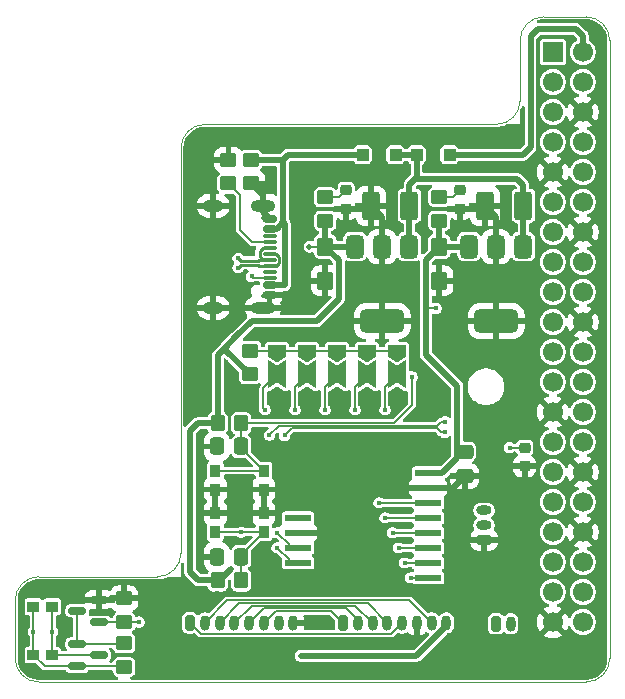
<source format=gbr>
G04 #@! TF.GenerationSoftware,KiCad,Pcbnew,9.0.3*
G04 #@! TF.CreationDate,2026-01-28T23:02:45+01:00*
G04 #@! TF.ProjectId,CM5IO_top,434d3549-4f5f-4746-9f70-2e6b69636164,rev?*
G04 #@! TF.SameCoordinates,Original*
G04 #@! TF.FileFunction,Copper,L1,Top*
G04 #@! TF.FilePolarity,Positive*
%FSLAX46Y46*%
G04 Gerber Fmt 4.6, Leading zero omitted, Abs format (unit mm)*
G04 Created by KiCad (PCBNEW 9.0.3) date 2026-01-28 23:02:45*
%MOMM*%
%LPD*%
G01*
G04 APERTURE LIST*
G04 Aperture macros list*
%AMRoundRect*
0 Rectangle with rounded corners*
0 $1 Rounding radius*
0 $2 $3 $4 $5 $6 $7 $8 $9 X,Y pos of 4 corners*
0 Add a 4 corners polygon primitive as box body*
4,1,4,$2,$3,$4,$5,$6,$7,$8,$9,$2,$3,0*
0 Add four circle primitives for the rounded corners*
1,1,$1+$1,$2,$3*
1,1,$1+$1,$4,$5*
1,1,$1+$1,$6,$7*
1,1,$1+$1,$8,$9*
0 Add four rect primitives between the rounded corners*
20,1,$1+$1,$2,$3,$4,$5,0*
20,1,$1+$1,$4,$5,$6,$7,0*
20,1,$1+$1,$6,$7,$8,$9,0*
20,1,$1+$1,$8,$9,$2,$3,0*%
%AMFreePoly0*
4,1,6,1.000000,0.000000,0.500000,-0.750000,-0.500000,-0.750000,-0.500000,0.750000,0.500000,0.750000,1.000000,0.000000,1.000000,0.000000,$1*%
%AMFreePoly1*
4,1,7,0.700000,0.000000,1.200000,-0.750000,-1.200000,-0.750000,-0.700000,0.000000,-1.200000,0.750000,1.200000,0.750000,0.700000,0.000000,0.700000,0.000000,$1*%
G04 Aperture macros list end*
G04 #@! TA.AperFunction,SMDPad,CuDef*
%ADD10RoundRect,0.150000X-0.425000X0.150000X-0.425000X-0.150000X0.425000X-0.150000X0.425000X0.150000X0*%
G04 #@! TD*
G04 #@! TA.AperFunction,SMDPad,CuDef*
%ADD11RoundRect,0.075000X-0.500000X0.075000X-0.500000X-0.075000X0.500000X-0.075000X0.500000X0.075000X0*%
G04 #@! TD*
G04 #@! TA.AperFunction,HeatsinkPad*
%ADD12O,2.100000X1.000000*%
G04 #@! TD*
G04 #@! TA.AperFunction,HeatsinkPad*
%ADD13O,1.800000X1.000000*%
G04 #@! TD*
G04 #@! TA.AperFunction,ComponentPad*
%ADD14RoundRect,0.200000X0.450000X-0.200000X0.450000X0.200000X-0.450000X0.200000X-0.450000X-0.200000X0*%
G04 #@! TD*
G04 #@! TA.AperFunction,ComponentPad*
%ADD15O,1.300000X0.800000*%
G04 #@! TD*
G04 #@! TA.AperFunction,SMDPad,CuDef*
%ADD16RoundRect,0.250000X0.450000X-0.350000X0.450000X0.350000X-0.450000X0.350000X-0.450000X-0.350000X0*%
G04 #@! TD*
G04 #@! TA.AperFunction,SMDPad,CuDef*
%ADD17R,2.200000X0.600000*%
G04 #@! TD*
G04 #@! TA.AperFunction,SMDPad,CuDef*
%ADD18FreePoly0,270.000000*%
G04 #@! TD*
G04 #@! TA.AperFunction,SMDPad,CuDef*
%ADD19FreePoly1,270.000000*%
G04 #@! TD*
G04 #@! TA.AperFunction,SMDPad,CuDef*
%ADD20FreePoly0,90.000000*%
G04 #@! TD*
G04 #@! TA.AperFunction,SMDPad,CuDef*
%ADD21RoundRect,0.218750X0.256250X-0.218750X0.256250X0.218750X-0.256250X0.218750X-0.256250X-0.218750X0*%
G04 #@! TD*
G04 #@! TA.AperFunction,SMDPad,CuDef*
%ADD22RoundRect,0.150000X-0.587500X-0.150000X0.587500X-0.150000X0.587500X0.150000X-0.587500X0.150000X0*%
G04 #@! TD*
G04 #@! TA.AperFunction,SMDPad,CuDef*
%ADD23RoundRect,0.250000X-0.450000X0.350000X-0.450000X-0.350000X0.450000X-0.350000X0.450000X0.350000X0*%
G04 #@! TD*
G04 #@! TA.AperFunction,ComponentPad*
%ADD24RoundRect,0.200000X-0.200000X-0.450000X0.200000X-0.450000X0.200000X0.450000X-0.200000X0.450000X0*%
G04 #@! TD*
G04 #@! TA.AperFunction,ComponentPad*
%ADD25O,0.800000X1.300000*%
G04 #@! TD*
G04 #@! TA.AperFunction,SMDPad,CuDef*
%ADD26RoundRect,0.250000X-0.350000X-0.450000X0.350000X-0.450000X0.350000X0.450000X-0.350000X0.450000X0*%
G04 #@! TD*
G04 #@! TA.AperFunction,SMDPad,CuDef*
%ADD27RoundRect,0.150000X0.587500X0.150000X-0.587500X0.150000X-0.587500X-0.150000X0.587500X-0.150000X0*%
G04 #@! TD*
G04 #@! TA.AperFunction,SMDPad,CuDef*
%ADD28RoundRect,0.250000X0.300000X0.300000X-0.300000X0.300000X-0.300000X-0.300000X0.300000X-0.300000X0*%
G04 #@! TD*
G04 #@! TA.AperFunction,SMDPad,CuDef*
%ADD29RoundRect,0.250000X-0.445000X0.545000X-0.445000X-0.545000X0.445000X-0.545000X0.445000X0.545000X0*%
G04 #@! TD*
G04 #@! TA.AperFunction,SMDPad,CuDef*
%ADD30RoundRect,0.250000X0.475000X-0.337500X0.475000X0.337500X-0.475000X0.337500X-0.475000X-0.337500X0*%
G04 #@! TD*
G04 #@! TA.AperFunction,SMDPad,CuDef*
%ADD31RoundRect,0.250001X0.507499X0.944999X-0.507499X0.944999X-0.507499X-0.944999X0.507499X-0.944999X0*%
G04 #@! TD*
G04 #@! TA.AperFunction,SMDPad,CuDef*
%ADD32R,0.900000X1.000000*%
G04 #@! TD*
G04 #@! TA.AperFunction,SMDPad,CuDef*
%ADD33RoundRect,0.375000X-0.375000X0.625000X-0.375000X-0.625000X0.375000X-0.625000X0.375000X0.625000X0*%
G04 #@! TD*
G04 #@! TA.AperFunction,SMDPad,CuDef*
%ADD34RoundRect,0.500000X-1.400000X0.500000X-1.400000X-0.500000X1.400000X-0.500000X1.400000X0.500000X0*%
G04 #@! TD*
G04 #@! TA.AperFunction,SMDPad,CuDef*
%ADD35RoundRect,0.250000X-0.337500X-0.475000X0.337500X-0.475000X0.337500X0.475000X-0.337500X0.475000X0*%
G04 #@! TD*
G04 #@! TA.AperFunction,SMDPad,CuDef*
%ADD36RoundRect,0.250000X-0.300000X-0.300000X0.300000X-0.300000X0.300000X0.300000X-0.300000X0.300000X0*%
G04 #@! TD*
G04 #@! TA.AperFunction,SMDPad,CuDef*
%ADD37R,1.000000X0.900000*%
G04 #@! TD*
G04 #@! TA.AperFunction,ComponentPad*
%ADD38R,1.700000X1.700000*%
G04 #@! TD*
G04 #@! TA.AperFunction,ComponentPad*
%ADD39C,1.700000*%
G04 #@! TD*
G04 #@! TA.AperFunction,HeatsinkPad*
%ADD40C,0.600000*%
G04 #@! TD*
G04 #@! TA.AperFunction,ViaPad*
%ADD41C,0.450000*%
G04 #@! TD*
G04 #@! TA.AperFunction,Conductor*
%ADD42C,0.150000*%
G04 #@! TD*
G04 #@! TA.AperFunction,Conductor*
%ADD43C,0.500000*%
G04 #@! TD*
G04 #@! TA.AperFunction,Conductor*
%ADD44C,0.130000*%
G04 #@! TD*
G04 #@! TA.AperFunction,Conductor*
%ADD45C,0.247700*%
G04 #@! TD*
G04 #@! TA.AperFunction,Profile*
%ADD46C,0.050000*%
G04 #@! TD*
G04 APERTURE END LIST*
D10*
X177169400Y-107310200D03*
X177169400Y-108110200D03*
D11*
X177169400Y-109260200D03*
X177169400Y-110260200D03*
X177169400Y-110760200D03*
X177169400Y-111760200D03*
D10*
X177169400Y-112910200D03*
X177169400Y-113710200D03*
X177169400Y-113710200D03*
X177169400Y-112910200D03*
D11*
X177169400Y-112260200D03*
X177169400Y-111260200D03*
X177169400Y-109760200D03*
X177169400Y-108760200D03*
D10*
X177169400Y-108110200D03*
X177169400Y-107310200D03*
D12*
X176594400Y-106190200D03*
D13*
X172414400Y-106190200D03*
D12*
X176594400Y-114830200D03*
D13*
X172414400Y-114830200D03*
D14*
X195333400Y-134473200D03*
D15*
X195333400Y-133223200D03*
X195333400Y-131973200D03*
D16*
X164859500Y-141428500D03*
X164859500Y-139428500D03*
X164859500Y-145230300D03*
X164859500Y-143230300D03*
D17*
X190585400Y-137688200D03*
X190585400Y-136418200D03*
X190585400Y-135148200D03*
X190585400Y-133878200D03*
X190585400Y-132608200D03*
X190585400Y-131338200D03*
X190585400Y-130068200D03*
X190585400Y-128798200D03*
X179585400Y-132608200D03*
X179585400Y-133878200D03*
X179585400Y-135148200D03*
X179585400Y-136418200D03*
D18*
X182887400Y-118448200D03*
D19*
X182887400Y-120448200D03*
D20*
X182887400Y-122448200D03*
D16*
X181885400Y-107462200D03*
X181885400Y-105462200D03*
D21*
X193315400Y-106420900D03*
X193315400Y-104845900D03*
D22*
X160874000Y-143280300D03*
X160874000Y-145180300D03*
X162749000Y-144230300D03*
D23*
X173692600Y-102296600D03*
X173692600Y-104296600D03*
D24*
X196346400Y-141576200D03*
D25*
X197596400Y-141576200D03*
D26*
X172780900Y-124583200D03*
X174780900Y-124583200D03*
D27*
X162749000Y-141428500D03*
X162749000Y-139528500D03*
X160874000Y-140478500D03*
D28*
X187843400Y-101874200D03*
X185043400Y-101874200D03*
D29*
X181885400Y-109646200D03*
X181885400Y-112526200D03*
D26*
X172780900Y-137891400D03*
X174780900Y-137891400D03*
D24*
X170441400Y-141498200D03*
D25*
X171691400Y-141498200D03*
X172941400Y-141498200D03*
X174191400Y-141498200D03*
X175441400Y-141498200D03*
X176691400Y-141498200D03*
X177941400Y-141498200D03*
X179191400Y-141498200D03*
D30*
X193682400Y-129073700D03*
X193682400Y-126998700D03*
D21*
X198762400Y-128239600D03*
X198762400Y-126664600D03*
D31*
X189011400Y-106192200D03*
X185756400Y-106192200D03*
X198663400Y-106192200D03*
X195408400Y-106192200D03*
D32*
X172582400Y-132216000D03*
X176682400Y-132216000D03*
X172582400Y-133816000D03*
X176682400Y-133816000D03*
D33*
X189011400Y-109646200D03*
X186711400Y-109646200D03*
D34*
X186711400Y-115946200D03*
D33*
X184411400Y-109646200D03*
D18*
X185427400Y-118448200D03*
D19*
X185427400Y-120448200D03*
D20*
X185427400Y-122448200D03*
D16*
X175521400Y-120448200D03*
X175521400Y-118448200D03*
D18*
X187967400Y-118448200D03*
D19*
X187967400Y-120448200D03*
D20*
X187967400Y-122448200D03*
D35*
X172705900Y-126564400D03*
X174780900Y-126564400D03*
D36*
X189615400Y-101874200D03*
X192415400Y-101874200D03*
D32*
X176682400Y-130209200D03*
X172582400Y-130209200D03*
X176682400Y-128609200D03*
X172582400Y-128609200D03*
D29*
X191537400Y-109646200D03*
X191537400Y-112526200D03*
D23*
X175623000Y-102296600D03*
X175623000Y-104296600D03*
D33*
X198663400Y-109646200D03*
X196363400Y-109646200D03*
D34*
X196363400Y-115946200D03*
D33*
X194063400Y-109646200D03*
D21*
X183649400Y-106420900D03*
X183649400Y-104845900D03*
D18*
X177807400Y-118448200D03*
D19*
X177807400Y-120448200D03*
D20*
X177807400Y-122448200D03*
D16*
X191537400Y-107446200D03*
X191537400Y-105446200D03*
D37*
X158776100Y-140130300D03*
X158776100Y-144230300D03*
X157176100Y-140130300D03*
X157176100Y-144230300D03*
D18*
X180347400Y-118448200D03*
D19*
X180347400Y-120448200D03*
D20*
X180347400Y-122448200D03*
D24*
X183395400Y-141498200D03*
D25*
X184645400Y-141498200D03*
X185895400Y-141498200D03*
X187145400Y-141498200D03*
X188395400Y-141498200D03*
X189645400Y-141498200D03*
X190895400Y-141498200D03*
X192145400Y-141498200D03*
D35*
X172705900Y-135910200D03*
X174780900Y-135910200D03*
D38*
X201150000Y-93162000D03*
D39*
X203690000Y-93162000D03*
X201150000Y-95702000D03*
X203690000Y-95702000D03*
X201150000Y-98242000D03*
X203690000Y-98242000D03*
X201150000Y-100782000D03*
X203690000Y-100782000D03*
X201150000Y-103322000D03*
X203690000Y-103322000D03*
X201150000Y-105862000D03*
X203690000Y-105862000D03*
X201150000Y-108402000D03*
X203690000Y-108402000D03*
X201150000Y-110942000D03*
X203690000Y-110942000D03*
X201150000Y-113482000D03*
X203690000Y-113482000D03*
X201150000Y-116022000D03*
X203690000Y-116022000D03*
X201150000Y-118562000D03*
X203690000Y-118562000D03*
X201150000Y-121102000D03*
X203690000Y-121102000D03*
X201150000Y-123642000D03*
X203690000Y-123642000D03*
X201150000Y-126182000D03*
X203690000Y-126182000D03*
X201150000Y-128722000D03*
X203690000Y-128722000D03*
X201150000Y-131262000D03*
X203690000Y-131262000D03*
X201150000Y-133802000D03*
X203690000Y-133802000D03*
X201150000Y-136342000D03*
X203690000Y-136342000D03*
X201150000Y-138882000D03*
X203690000Y-138882000D03*
X201150000Y-141422000D03*
X203690000Y-141422000D03*
D40*
X178573794Y-128609200D03*
X178573794Y-130009200D03*
X179273794Y-127909200D03*
X179273794Y-129309200D03*
X179273794Y-130709200D03*
X179973794Y-128609200D03*
X179973794Y-130009200D03*
X180673794Y-127909200D03*
X180673794Y-129309200D03*
X180673794Y-130709200D03*
X181373794Y-128609200D03*
X181373794Y-130009200D03*
D41*
X195206400Y-124099200D03*
X195206400Y-125877200D03*
X199397400Y-122829200D03*
X198889400Y-121051200D03*
X203461400Y-144800200D03*
X199524400Y-144800200D03*
X199524400Y-143530200D03*
X203461400Y-143530200D03*
X179077400Y-102636200D03*
X180449000Y-124023000D03*
X190223794Y-138450200D03*
X174048200Y-120619400D03*
X183903400Y-143276200D03*
X197924200Y-108071800D03*
X171330400Y-130068200D03*
X165996400Y-142260200D03*
X162719800Y-138551800D03*
X159722600Y-145765400D03*
X173692600Y-101213800D03*
X173489400Y-119451000D03*
X174048200Y-127985400D03*
X191523400Y-111272200D03*
X159722600Y-143682600D03*
X183903400Y-111221400D03*
X192183800Y-123591200D03*
X183395400Y-108173400D03*
X163837400Y-139466200D03*
X189491400Y-118485800D03*
X188881800Y-103449000D03*
X162923000Y-140583800D03*
X191167800Y-118435000D03*
X179191400Y-139009000D03*
X181414200Y-114218600D03*
X172727400Y-139009000D03*
X189745400Y-108071800D03*
X171330400Y-131719200D03*
X192336200Y-108427400D03*
X185764200Y-145191400D03*
X199397400Y-108071800D03*
X189643800Y-111272200D03*
X168663400Y-137942200D03*
X188881800Y-124277000D03*
X182785800Y-115488600D03*
X188272200Y-108071800D03*
X190304200Y-104668200D03*
X176943800Y-104312600D03*
X170187400Y-138069200D03*
X192133000Y-137027800D03*
X181871400Y-111221400D03*
X165818600Y-140583800D03*
X159519400Y-141752200D03*
X174048200Y-134487800D03*
X180449000Y-125597800D03*
X192539400Y-106395400D03*
X190082200Y-145241400D03*
X172371800Y-102280600D03*
X160992600Y-139517000D03*
X190355000Y-103144200D03*
X190710600Y-108427400D03*
X178010600Y-101518600D03*
X174759400Y-133816000D03*
X189237400Y-120670200D03*
X173924794Y-136926200D03*
X180550600Y-109646600D03*
X191269400Y-114879000D03*
X174505400Y-110618200D03*
X174505400Y-111418200D03*
X178442400Y-125623200D03*
X191991400Y-125369200D03*
X192031400Y-124480200D03*
X177148400Y-125599200D03*
X176791400Y-123464200D03*
X179331400Y-123464200D03*
X181871400Y-123464200D03*
X184411400Y-123464200D03*
X186951400Y-123464200D03*
X188094400Y-135148200D03*
X177807400Y-133878200D03*
X188602400Y-136418200D03*
X187586400Y-133878200D03*
X186443400Y-131338200D03*
X177807400Y-135148200D03*
X189110400Y-137688200D03*
X186951400Y-132608200D03*
X157176100Y-142256500D03*
X197492400Y-126664600D03*
X175648400Y-112161200D03*
X158776100Y-142256500D03*
X179816400Y-144292200D03*
X166123400Y-141428500D03*
D42*
X172582400Y-132216000D02*
X174556200Y-132216000D01*
D43*
X185527700Y-106420900D02*
X185756400Y-106192200D01*
X195179700Y-106420900D02*
X195408400Y-106192200D01*
X176594400Y-106190200D02*
X176594400Y-105268000D01*
D42*
X174556200Y-132216000D02*
X176682400Y-132216000D01*
D43*
X176594400Y-105268000D02*
X176594400Y-104662000D01*
X176594400Y-106190200D02*
X176594400Y-106735200D01*
X192687900Y-130068200D02*
X190585400Y-130068200D01*
X196363400Y-107147200D02*
X195408400Y-106192200D01*
X176229000Y-104296600D02*
X176594400Y-104662000D01*
X186711400Y-109646200D02*
X186711400Y-107147200D01*
D42*
X172582400Y-130209200D02*
X174556200Y-130209200D01*
D43*
X186711400Y-107147200D02*
X185756400Y-106192200D01*
X196363400Y-109646200D02*
X196363400Y-107147200D01*
X183649400Y-106420900D02*
X185527700Y-106420900D01*
X176594400Y-105268000D02*
X175623000Y-104296600D01*
D42*
X174556200Y-132216000D02*
X174556200Y-130209200D01*
D43*
X176943800Y-104312600D02*
X175639000Y-104312600D01*
X193315400Y-106420900D02*
X195179700Y-106420900D01*
X185419400Y-107037200D02*
X185756400Y-106700200D01*
X193682400Y-129073700D02*
X192687900Y-130068200D01*
D42*
X174556200Y-130209200D02*
X176682400Y-130209200D01*
D43*
X176594400Y-106735200D02*
X177169400Y-107310200D01*
X176594400Y-104662000D02*
X176943800Y-104312600D01*
X175639000Y-104312600D02*
X175623000Y-104296600D01*
X175623000Y-104296600D02*
X176229000Y-104296600D01*
X189011400Y-106192200D02*
X189011400Y-104386200D01*
X189615400Y-103782200D02*
X189491400Y-103906200D01*
X189491400Y-103906200D02*
X198127400Y-103906200D01*
X198127400Y-103906200D02*
X198663400Y-104442200D01*
X187843400Y-101874200D02*
X189615400Y-101874200D01*
X189011400Y-106700200D02*
X189011400Y-109646200D01*
X189615400Y-101874200D02*
X189615400Y-103782200D01*
X198663400Y-106700200D02*
X198663400Y-109646200D01*
X189011400Y-104386200D02*
X189491400Y-103906200D01*
X198663400Y-104442200D02*
X198663400Y-106192200D01*
D44*
X174780900Y-135717500D02*
X176114306Y-134384094D01*
X176114306Y-134384094D02*
X176682400Y-133816000D01*
X174759400Y-133816000D02*
X172582400Y-133816000D01*
X174780900Y-137891400D02*
X174780900Y-135910200D01*
X174780900Y-135910200D02*
X174780900Y-135717500D01*
X176682400Y-133816000D02*
X174759400Y-133816000D01*
X187712000Y-124583200D02*
X174780900Y-124583200D01*
X174780900Y-126564400D02*
X174780900Y-126707700D01*
X189237400Y-123057800D02*
X187712000Y-124583200D01*
X189237400Y-120670200D02*
X189237400Y-123057800D01*
X174780900Y-126707700D02*
X176682400Y-128609200D01*
X174780900Y-124583200D02*
X174780900Y-126564400D01*
X172582400Y-128609200D02*
X176682400Y-128609200D01*
D43*
X175648400Y-115971200D02*
X174370400Y-117249200D01*
X172780900Y-137891400D02*
X171152600Y-137891400D01*
X173346400Y-118273200D02*
X175521400Y-120448200D01*
X181885400Y-109646200D02*
X181885400Y-107462200D01*
X184411400Y-109646200D02*
X181885400Y-109646200D01*
X172780900Y-121988300D02*
X172780900Y-118838700D01*
X170441400Y-125242200D02*
X171100400Y-124583200D01*
X171152600Y-137891400D02*
X170441400Y-137180200D01*
X183031400Y-110792200D02*
X183031400Y-114100000D01*
X172780900Y-121988300D02*
X172780900Y-124583200D01*
X172959594Y-137891400D02*
X173924794Y-136926200D01*
D44*
X181885400Y-109646200D02*
X180551000Y-109646200D01*
D43*
X180551000Y-109646200D02*
X180550600Y-109646600D01*
X172780900Y-137891400D02*
X172959594Y-137891400D01*
X171100400Y-124583200D02*
X172780900Y-124583200D01*
X173362400Y-118257200D02*
X174370400Y-117249200D01*
X170441400Y-137180200D02*
X170441400Y-125242200D01*
X181160200Y-115971200D02*
X175648400Y-115971200D01*
X183031400Y-114100000D02*
X181160200Y-115971200D01*
X181885400Y-109646200D02*
X183031400Y-110792200D01*
X172780900Y-118838700D02*
X173362400Y-118257200D01*
X193682400Y-126998700D02*
X193152900Y-126998700D01*
X191537400Y-109646200D02*
X194063400Y-109646200D01*
X190391400Y-110792200D02*
X191537400Y-109646200D01*
X193152900Y-126998700D02*
X193047400Y-126893200D01*
D44*
X191269400Y-114879000D02*
X190391400Y-114879000D01*
D43*
X191777400Y-128798200D02*
X193047400Y-127528200D01*
X190585400Y-128798200D02*
X191777400Y-128798200D01*
X190391400Y-114879000D02*
X190391400Y-110792200D01*
X193047400Y-121432200D02*
X190391400Y-118776200D01*
X193047400Y-126893200D02*
X193047400Y-121432200D01*
X193047400Y-127528200D02*
X193047400Y-126893200D01*
X190391400Y-118776200D02*
X190391400Y-114879000D01*
X191537400Y-109646200D02*
X191537400Y-107446200D01*
X178459100Y-107737000D02*
X178315400Y-107593300D01*
X178459100Y-112910200D02*
X178459100Y-107737000D01*
X178315400Y-107593300D02*
X177798500Y-108110200D01*
X177798500Y-108110200D02*
X177169400Y-108110200D01*
X178737800Y-101874200D02*
X178315400Y-102296600D01*
X178737800Y-101874200D02*
X185043400Y-101874200D01*
X178315400Y-102296600D02*
X178315400Y-107593300D01*
X177169400Y-112910200D02*
X178459100Y-112910200D01*
X178315400Y-102296600D02*
X175623000Y-102296600D01*
D45*
X176594401Y-110760200D02*
X176344550Y-110510349D01*
X176231599Y-110835500D02*
X176306899Y-110760200D01*
X176344550Y-110010051D02*
X176594401Y-109760200D01*
X176037400Y-110835500D02*
X176231599Y-110835500D01*
X176594401Y-109760200D02*
X177169400Y-109760200D01*
X174730700Y-110843500D02*
X176029400Y-110843500D01*
X177169400Y-110760200D02*
X176594401Y-110760200D01*
X174505400Y-110618200D02*
X174730700Y-110843500D01*
X176344550Y-110510349D02*
X176344550Y-110010051D01*
X176029400Y-110843500D02*
X176037400Y-110835500D01*
X176306899Y-110760200D02*
X177169400Y-110760200D01*
X176171108Y-111184900D02*
X176231599Y-111184900D01*
X177994250Y-110510051D02*
X177994250Y-111010349D01*
X176306899Y-111260200D02*
X177169400Y-111260200D01*
X176231599Y-111184900D02*
X176306899Y-111260200D01*
X174730700Y-111192900D02*
X176163108Y-111192900D01*
X176163108Y-111192900D02*
X176171108Y-111184900D01*
X177169400Y-110260200D02*
X177744399Y-110260200D01*
X177994250Y-111010349D02*
X177744399Y-111260200D01*
X174505400Y-111418200D02*
X174730700Y-111192900D01*
X177744399Y-110260200D02*
X177994250Y-110510051D01*
X177744399Y-111260200D02*
X177169400Y-111260200D01*
D44*
X187895077Y-125025203D02*
X187785227Y-125025200D01*
X187895080Y-125025200D02*
X187895077Y-125025203D01*
X191991400Y-125369200D02*
X191664200Y-125369200D01*
X191320200Y-125025200D02*
X187895080Y-125025200D01*
X179040400Y-125025200D02*
X178442400Y-125623200D01*
X191664200Y-125369200D02*
X191320200Y-125025200D01*
X187785227Y-125025200D02*
X179040400Y-125025200D01*
X191650400Y-124480200D02*
X192031400Y-124480200D01*
X191326400Y-124804200D02*
X191650400Y-124480200D01*
X177148400Y-125599200D02*
X177943400Y-124804200D01*
X177943400Y-124804200D02*
X191326400Y-124804200D01*
X176625400Y-123298200D02*
X176791400Y-123464200D01*
X177807400Y-120448200D02*
X176625400Y-121630200D01*
X176625400Y-121630200D02*
X176625400Y-123298200D01*
X175521400Y-118448200D02*
X187967400Y-118448200D01*
X179289237Y-121506363D02*
X179289237Y-123422037D01*
X179289237Y-123422037D02*
X179331400Y-123464200D01*
X180347400Y-120448200D02*
X179289237Y-121506363D01*
X181831400Y-123424200D02*
X181871400Y-123464200D01*
X182887400Y-120448200D02*
X181831400Y-121504200D01*
X181831400Y-121504200D02*
X181831400Y-123424200D01*
X184371400Y-121504200D02*
X184371400Y-123424200D01*
X185427400Y-120448200D02*
X184371400Y-121504200D01*
X184371400Y-123424200D02*
X184411400Y-123464200D01*
X187967400Y-120448200D02*
X186911400Y-121504200D01*
X186911400Y-121504200D02*
X186911400Y-123424200D01*
X186911400Y-123424200D02*
X186951400Y-123464200D01*
X190585400Y-135148200D02*
X188094400Y-135148200D01*
X177807400Y-133878200D02*
X178868400Y-134939200D01*
X188602400Y-136418200D02*
X190585400Y-136418200D01*
X190585400Y-133878200D02*
X187586400Y-133878200D01*
X190585400Y-131338200D02*
X186443400Y-131338200D01*
X177807400Y-135148200D02*
X178868400Y-136209200D01*
X189110400Y-137688200D02*
X190585400Y-137688200D01*
X190585400Y-132608200D02*
X186951400Y-132608200D01*
D43*
X203080400Y-91206200D02*
X199905400Y-91206200D01*
X203690000Y-93162000D02*
X203690000Y-91815800D01*
X198635400Y-101874200D02*
X192415400Y-101874200D01*
X199270400Y-91841200D02*
X199270400Y-101239200D01*
X199905400Y-91206200D02*
X199270400Y-91841200D01*
X203690000Y-91815800D02*
X203080400Y-91206200D01*
X199270400Y-101239200D02*
X198635400Y-101874200D01*
D44*
X160874000Y-145180300D02*
X164809500Y-145180300D01*
X158126100Y-145180300D02*
X157176100Y-144230300D01*
X157176100Y-140130300D02*
X157176100Y-142256500D01*
X164809500Y-145180300D02*
X164859500Y-145230300D01*
X157176100Y-142256500D02*
X157176100Y-144230300D01*
X160874000Y-145180300D02*
X158126100Y-145180300D01*
X181885400Y-105462200D02*
X183033100Y-105462200D01*
X183033100Y-105462200D02*
X183649400Y-104845900D01*
X197492400Y-126664600D02*
X198762400Y-126664600D01*
X174657800Y-105261800D02*
X173692600Y-104296600D01*
X177169400Y-109260200D02*
X175693800Y-109260200D01*
X175693800Y-109260200D02*
X174657800Y-108224200D01*
X174657800Y-108224200D02*
X174657800Y-105261800D01*
X175747400Y-112260200D02*
X177169400Y-112260200D01*
X175648400Y-112161200D02*
X175747400Y-112260200D01*
X191537400Y-105446200D02*
X192715100Y-105446200D01*
X192715100Y-105446200D02*
X193315400Y-104845900D01*
X158776100Y-144230300D02*
X162749000Y-144230300D01*
X158776100Y-140130300D02*
X158776100Y-142256500D01*
X158776100Y-142256500D02*
X158776100Y-144230300D01*
D43*
X189601400Y-144292200D02*
X192145400Y-141748200D01*
X192145400Y-141748200D02*
X192145400Y-141498200D01*
X179816400Y-144292200D02*
X189601400Y-144292200D01*
D44*
X176691400Y-141498200D02*
X177707400Y-140482200D01*
X182379400Y-140482200D02*
X183395400Y-141498200D01*
X177707400Y-140482200D02*
X182379400Y-140482200D01*
X176678400Y-140261200D02*
X175441400Y-141498200D01*
X183658400Y-140261200D02*
X176678400Y-140261200D01*
X184645400Y-141248200D02*
X183658400Y-140261200D01*
X184645400Y-141498200D02*
X184645400Y-141248200D01*
X173591400Y-139598200D02*
X188995400Y-139598200D01*
X171691400Y-141498200D02*
X173591400Y-139598200D01*
X188995400Y-139598200D02*
X190895400Y-141498200D01*
X187479400Y-142414200D02*
X188395400Y-141498200D01*
X171357400Y-142414200D02*
X187479400Y-142414200D01*
X170441400Y-141498200D02*
X171357400Y-142414200D01*
X184437400Y-140040200D02*
X185895400Y-141498200D01*
X175649400Y-140040200D02*
X184437400Y-140040200D01*
X174191400Y-141498200D02*
X175649400Y-140040200D01*
X185466400Y-139819200D02*
X187145400Y-141498200D01*
X174620400Y-139819200D02*
X185466400Y-139819200D01*
X172941400Y-141498200D02*
X174620400Y-139819200D01*
X160874000Y-143280300D02*
X164809500Y-143280300D01*
X164809500Y-143280300D02*
X164859500Y-143230300D01*
X160874000Y-140732500D02*
X160874000Y-143280300D01*
X164859500Y-141428500D02*
X162749000Y-141428500D01*
X164859500Y-141428500D02*
X166123400Y-141428500D01*
G04 #@! TA.AperFunction,Conductor*
G36*
X182264392Y-140817385D02*
G01*
X182285034Y-140834019D01*
X182708581Y-141257566D01*
X182742066Y-141318889D01*
X182744900Y-141345247D01*
X182744900Y-141974700D01*
X182725215Y-142041739D01*
X182672411Y-142087494D01*
X182620900Y-142098700D01*
X180190408Y-142098700D01*
X180123369Y-142079015D01*
X180077614Y-142026211D01*
X180067670Y-141957053D01*
X180068791Y-141950509D01*
X180091399Y-141836846D01*
X180091400Y-141836843D01*
X180091400Y-141748200D01*
X179441400Y-141748200D01*
X179441400Y-141974700D01*
X179421715Y-142041739D01*
X179368911Y-142087494D01*
X179317400Y-142098700D01*
X179065400Y-142098700D01*
X178998361Y-142079015D01*
X178952606Y-142026211D01*
X178941400Y-141974700D01*
X178941400Y-141622200D01*
X178954161Y-141578738D01*
X178979460Y-141639814D01*
X179049786Y-141710140D01*
X179141672Y-141748200D01*
X179241128Y-141748200D01*
X179333014Y-141710140D01*
X179403340Y-141639814D01*
X179441400Y-141547928D01*
X179441400Y-141448472D01*
X179403340Y-141356586D01*
X179333014Y-141286260D01*
X179266703Y-141258793D01*
X179315400Y-141248200D01*
X180091400Y-141248200D01*
X180091400Y-141159557D01*
X180091399Y-141159553D01*
X180056815Y-140985687D01*
X180056813Y-140985679D01*
X180049968Y-140969153D01*
X180042499Y-140899684D01*
X180073774Y-140837205D01*
X180133863Y-140801552D01*
X180164529Y-140797700D01*
X182197353Y-140797700D01*
X182264392Y-140817385D01*
G37*
G04 #@! TD.AperFunction*
G04 #@! TA.AperFunction,Conductor*
G36*
X203934986Y-90390701D02*
G01*
X203970806Y-90390700D01*
X203978911Y-90390964D01*
X204201649Y-90405560D01*
X204217712Y-90407674D01*
X204432644Y-90450423D01*
X204448311Y-90454621D01*
X204655816Y-90525055D01*
X204670792Y-90531258D01*
X204778147Y-90584197D01*
X204867326Y-90628173D01*
X204881373Y-90636283D01*
X205063583Y-90758027D01*
X205076451Y-90767900D01*
X205241205Y-90912380D01*
X205252674Y-90923849D01*
X205397156Y-91088592D01*
X205407031Y-91101460D01*
X205526193Y-91279791D01*
X205528781Y-91283663D01*
X205536888Y-91297706D01*
X205542314Y-91308707D01*
X205633813Y-91494240D01*
X205640017Y-91509215D01*
X205707059Y-91706700D01*
X205710460Y-91716718D01*
X205714658Y-91732386D01*
X205757414Y-91947314D01*
X205759531Y-91963394D01*
X205774097Y-92185553D01*
X205774363Y-92193663D01*
X205775457Y-144468679D01*
X205775457Y-144504501D01*
X205775192Y-144512608D01*
X205760599Y-144735341D01*
X205758482Y-144751423D01*
X205715734Y-144966352D01*
X205711536Y-144982018D01*
X205641103Y-145189525D01*
X205634896Y-145204511D01*
X205537978Y-145401052D01*
X205529869Y-145415099D01*
X205408128Y-145597307D01*
X205398254Y-145610176D01*
X205253767Y-145774939D01*
X205242299Y-145786408D01*
X205188298Y-145833768D01*
X205077540Y-145930905D01*
X205064686Y-145940768D01*
X204939984Y-146024097D01*
X204882483Y-146062520D01*
X204868437Y-146070630D01*
X204671891Y-146167562D01*
X204656906Y-146173769D01*
X204449406Y-146244213D01*
X204433739Y-146248412D01*
X204218807Y-146291171D01*
X204202726Y-146293288D01*
X204124075Y-146298445D01*
X203980892Y-146307834D01*
X203972781Y-146308100D01*
X165477672Y-146308100D01*
X165410633Y-146288415D01*
X165364878Y-146235611D01*
X165354934Y-146166453D01*
X165383959Y-146102897D01*
X165434339Y-146067918D01*
X165551828Y-146024097D01*
X165551827Y-146024097D01*
X165551831Y-146024096D01*
X165667046Y-145937846D01*
X165753296Y-145822631D01*
X165803591Y-145687783D01*
X165810000Y-145628173D01*
X165809999Y-144832428D01*
X165804286Y-144779286D01*
X165803591Y-144772816D01*
X165753297Y-144637971D01*
X165753293Y-144637964D01*
X165667047Y-144522755D01*
X165667044Y-144522752D01*
X165551835Y-144436506D01*
X165551828Y-144436502D01*
X165416982Y-144386208D01*
X165416983Y-144386208D01*
X165357383Y-144379801D01*
X165357381Y-144379800D01*
X165357373Y-144379800D01*
X165357364Y-144379800D01*
X164361629Y-144379800D01*
X164361623Y-144379801D01*
X164302016Y-144386208D01*
X164167171Y-144436502D01*
X164167164Y-144436506D01*
X164051955Y-144522752D01*
X164051952Y-144522755D01*
X163965706Y-144637964D01*
X163965702Y-144637971D01*
X163912698Y-144780085D01*
X163910555Y-144779286D01*
X163901582Y-144795049D01*
X163889273Y-144822003D01*
X163884487Y-144825078D01*
X163881674Y-144830021D01*
X163855422Y-144843756D01*
X163830495Y-144859777D01*
X163822651Y-144860904D01*
X163819767Y-144862414D01*
X163795560Y-144864800D01*
X163717755Y-144864800D01*
X163650716Y-144845115D01*
X163604961Y-144792311D01*
X163595017Y-144723153D01*
X163624042Y-144659597D01*
X163630074Y-144653119D01*
X163664545Y-144618647D01*
X163664550Y-144618642D01*
X163722146Y-144505604D01*
X163722146Y-144505602D01*
X163722147Y-144505601D01*
X163736999Y-144411824D01*
X163737000Y-144411819D01*
X163736999Y-144048782D01*
X163722146Y-143954996D01*
X163664550Y-143841958D01*
X163664546Y-143841954D01*
X163664545Y-143841952D01*
X163630074Y-143807481D01*
X163619461Y-143788044D01*
X163604961Y-143771311D01*
X163603044Y-143757979D01*
X163596589Y-143746158D01*
X163598168Y-143724071D01*
X163595017Y-143702153D01*
X163600612Y-143689901D01*
X163601573Y-143676466D01*
X163614843Y-143658739D01*
X163624042Y-143638597D01*
X163635373Y-143631314D01*
X163643445Y-143620533D01*
X163664190Y-143612795D01*
X163682820Y-143600823D01*
X163704738Y-143597671D01*
X163708909Y-143596116D01*
X163717755Y-143595800D01*
X163795559Y-143595800D01*
X163862598Y-143615485D01*
X163908353Y-143668289D01*
X163912562Y-143680565D01*
X163912698Y-143680515D01*
X163965702Y-143822628D01*
X163965706Y-143822635D01*
X164051952Y-143937844D01*
X164051955Y-143937847D01*
X164167164Y-144024093D01*
X164167171Y-144024097D01*
X164302017Y-144074391D01*
X164302016Y-144074391D01*
X164308944Y-144075135D01*
X164361627Y-144080800D01*
X165357372Y-144080799D01*
X165416983Y-144074391D01*
X165551831Y-144024096D01*
X165667046Y-143937846D01*
X165753296Y-143822631D01*
X165803591Y-143687783D01*
X165810000Y-143628173D01*
X165809999Y-142832428D01*
X165803591Y-142772817D01*
X165803286Y-142772000D01*
X165753297Y-142637971D01*
X165753293Y-142637964D01*
X165667047Y-142522755D01*
X165667044Y-142522752D01*
X165544731Y-142431188D01*
X165546110Y-142429345D01*
X165505592Y-142388830D01*
X165490739Y-142320557D01*
X165515154Y-142255092D01*
X165545571Y-142228734D01*
X165544731Y-142227612D01*
X165663193Y-142138930D01*
X165667046Y-142136046D01*
X165753296Y-142020831D01*
X165781567Y-141945030D01*
X165823436Y-141889100D01*
X165888900Y-141864682D01*
X165931454Y-141871580D01*
X165932014Y-141869491D01*
X165939862Y-141871593D01*
X165939864Y-141871595D01*
X166060799Y-141904000D01*
X166060801Y-141904000D01*
X166185999Y-141904000D01*
X166186001Y-141904000D01*
X166306936Y-141871595D01*
X166415364Y-141808995D01*
X166503895Y-141720464D01*
X166566495Y-141612036D01*
X166598900Y-141491101D01*
X166598900Y-141365899D01*
X166566495Y-141244964D01*
X166503895Y-141136536D01*
X166415364Y-141048005D01*
X166321702Y-140993930D01*
X169790900Y-140993930D01*
X169790900Y-142002469D01*
X169793753Y-142032899D01*
X169793753Y-142032901D01*
X169838606Y-142161080D01*
X169838607Y-142161082D01*
X169919250Y-142270350D01*
X170028518Y-142350993D01*
X170063495Y-142363232D01*
X170156699Y-142395846D01*
X170187130Y-142398700D01*
X170187134Y-142398700D01*
X170695670Y-142398700D01*
X170720012Y-142396416D01*
X170726099Y-142395846D01*
X170776091Y-142378353D01*
X170845870Y-142374790D01*
X170904728Y-142407713D01*
X171163678Y-142666663D01*
X171235622Y-142708199D01*
X171315864Y-142729700D01*
X171315867Y-142729700D01*
X187520935Y-142729700D01*
X187520936Y-142729700D01*
X187584221Y-142712742D01*
X187601179Y-142708199D01*
X187673122Y-142666663D01*
X187977668Y-142362115D01*
X188038988Y-142328633D01*
X188108679Y-142333617D01*
X188112787Y-142335233D01*
X188205656Y-142373701D01*
X188205660Y-142373701D01*
X188205661Y-142373702D01*
X188331328Y-142398700D01*
X188331331Y-142398700D01*
X188459471Y-142398700D01*
X188579669Y-142374790D01*
X188585144Y-142373701D01*
X188703527Y-142324665D01*
X188703532Y-142324661D01*
X188703535Y-142324660D01*
X188769548Y-142280551D01*
X188836225Y-142259672D01*
X188903606Y-142278156D01*
X188941541Y-142314760D01*
X188946321Y-142321914D01*
X188946326Y-142321920D01*
X189071679Y-142447273D01*
X189071683Y-142447276D01*
X189219083Y-142545766D01*
X189219093Y-142545771D01*
X189382876Y-142613612D01*
X189382883Y-142613615D01*
X189395400Y-142616104D01*
X189395400Y-141622200D01*
X189408161Y-141578738D01*
X189433460Y-141639814D01*
X189503786Y-141710140D01*
X189595672Y-141748200D01*
X189695128Y-141748200D01*
X189787014Y-141710140D01*
X189857340Y-141639814D01*
X189884806Y-141573503D01*
X189895400Y-141622200D01*
X189895400Y-142616103D01*
X189907916Y-142613615D01*
X189907923Y-142613612D01*
X190071706Y-142545771D01*
X190071716Y-142545766D01*
X190219116Y-142447276D01*
X190219120Y-142447273D01*
X190344470Y-142321923D01*
X190349251Y-142314768D01*
X190353528Y-142311192D01*
X190355652Y-142306038D01*
X190380039Y-142289033D01*
X190402861Y-142269959D01*
X190408394Y-142269263D01*
X190412966Y-142266076D01*
X190442673Y-142264955D01*
X190472185Y-142261247D01*
X190478684Y-142263597D01*
X190482786Y-142263443D01*
X190502509Y-142272215D01*
X190515420Y-142276885D01*
X190518394Y-142278641D01*
X190587273Y-142324665D01*
X190617540Y-142337202D01*
X190625069Y-142341649D01*
X190643194Y-142361040D01*
X190663862Y-142377695D01*
X190666681Y-142386167D01*
X190672781Y-142392692D01*
X190677546Y-142418807D01*
X190685928Y-142443989D01*
X190683719Y-142452640D01*
X190685323Y-142461426D01*
X190675212Y-142485972D01*
X190668649Y-142511688D01*
X190660073Y-142522728D01*
X190658713Y-142526030D01*
X190656084Y-142527862D01*
X190649688Y-142536097D01*
X189430405Y-143755381D01*
X189369082Y-143788866D01*
X189342724Y-143791700D01*
X179750508Y-143791700D01*
X179623212Y-143825808D01*
X179509086Y-143891700D01*
X179509083Y-143891702D01*
X179415902Y-143984883D01*
X179415900Y-143984886D01*
X179350008Y-144099012D01*
X179315900Y-144226308D01*
X179315900Y-144358091D01*
X179350008Y-144485387D01*
X179365823Y-144512778D01*
X179415900Y-144599514D01*
X179509086Y-144692700D01*
X179623214Y-144758592D01*
X179750508Y-144792700D01*
X179750510Y-144792700D01*
X189667290Y-144792700D01*
X189667292Y-144792700D01*
X189794586Y-144758592D01*
X189908714Y-144692700D01*
X192174439Y-142426973D01*
X192235760Y-142393490D01*
X192237905Y-142393043D01*
X192335144Y-142373701D01*
X192453527Y-142324665D01*
X192560069Y-142253476D01*
X192650676Y-142162869D01*
X192721865Y-142056327D01*
X192770901Y-141937944D01*
X192789499Y-141844447D01*
X192795900Y-141812271D01*
X192795900Y-141184128D01*
X192777818Y-141093227D01*
X192773581Y-141071930D01*
X195695900Y-141071930D01*
X195695900Y-142080469D01*
X195698753Y-142110899D01*
X195698753Y-142110901D01*
X195741175Y-142232133D01*
X195743607Y-142239082D01*
X195824250Y-142348350D01*
X195933518Y-142428993D01*
X195965077Y-142440036D01*
X196061699Y-142473846D01*
X196092130Y-142476700D01*
X196092134Y-142476700D01*
X196600670Y-142476700D01*
X196631099Y-142473846D01*
X196631101Y-142473846D01*
X196707032Y-142447276D01*
X196759282Y-142428993D01*
X196868550Y-142348350D01*
X196923140Y-142274382D01*
X196978786Y-142232133D01*
X197048442Y-142226674D01*
X197109992Y-142259741D01*
X197110590Y-142260336D01*
X197181727Y-142331473D01*
X197181731Y-142331476D01*
X197288266Y-142402661D01*
X197288275Y-142402666D01*
X197300460Y-142407713D01*
X197406656Y-142451701D01*
X197406660Y-142451701D01*
X197406661Y-142451702D01*
X197532328Y-142476700D01*
X197532331Y-142476700D01*
X197660471Y-142476700D01*
X197781423Y-142452640D01*
X197786144Y-142451701D01*
X197904527Y-142402665D01*
X198011069Y-142331476D01*
X198101676Y-142240869D01*
X198172865Y-142134327D01*
X198221901Y-142015944D01*
X198232205Y-141964145D01*
X198246900Y-141890271D01*
X198246900Y-141315753D01*
X199800000Y-141315753D01*
X199800000Y-141528246D01*
X199833242Y-141738127D01*
X199833242Y-141738130D01*
X199898904Y-141940217D01*
X199995375Y-142129550D01*
X200034728Y-142183716D01*
X200667037Y-141551408D01*
X200684075Y-141614993D01*
X200749901Y-141729007D01*
X200842993Y-141822099D01*
X200957007Y-141887925D01*
X201020590Y-141904962D01*
X200388282Y-142537269D01*
X200388282Y-142537270D01*
X200442449Y-142576624D01*
X200631782Y-142673095D01*
X200833870Y-142738757D01*
X201043754Y-142772000D01*
X201256246Y-142772000D01*
X201466127Y-142738757D01*
X201466130Y-142738757D01*
X201668217Y-142673095D01*
X201857554Y-142576622D01*
X201911716Y-142537270D01*
X201911717Y-142537270D01*
X201279408Y-141904962D01*
X201342993Y-141887925D01*
X201457007Y-141822099D01*
X201550099Y-141729007D01*
X201615925Y-141614993D01*
X201632962Y-141551408D01*
X202265270Y-142183717D01*
X202265270Y-142183716D01*
X202304622Y-142129554D01*
X202401096Y-141940215D01*
X202433239Y-141841288D01*
X202472676Y-141783612D01*
X202537034Y-141756413D01*
X202605880Y-141768327D01*
X202657357Y-141815571D01*
X202669100Y-141841284D01*
X202670127Y-141844446D01*
X202717767Y-141937944D01*
X202748768Y-141998788D01*
X202850586Y-142138928D01*
X202973072Y-142261414D01*
X203113212Y-142363232D01*
X203267555Y-142441873D01*
X203432299Y-142495402D01*
X203603389Y-142522500D01*
X203603390Y-142522500D01*
X203776610Y-142522500D01*
X203776611Y-142522500D01*
X203947701Y-142495402D01*
X204112445Y-142441873D01*
X204266788Y-142363232D01*
X204406928Y-142261414D01*
X204529414Y-142138928D01*
X204631232Y-141998788D01*
X204709873Y-141844445D01*
X204763402Y-141679701D01*
X204790500Y-141508611D01*
X204790500Y-141335389D01*
X204763402Y-141164299D01*
X204709873Y-140999555D01*
X204631232Y-140845212D01*
X204529414Y-140705072D01*
X204406928Y-140582586D01*
X204266788Y-140480768D01*
X204112445Y-140402127D01*
X203947701Y-140348598D01*
X203947699Y-140348597D01*
X203947698Y-140348597D01*
X203802491Y-140325599D01*
X203776611Y-140321500D01*
X203603389Y-140321500D01*
X203577509Y-140325599D01*
X203432302Y-140348597D01*
X203432299Y-140348598D01*
X203268922Y-140401683D01*
X203267552Y-140402128D01*
X203113211Y-140480768D01*
X203064444Y-140516200D01*
X202973072Y-140582586D01*
X202973070Y-140582588D01*
X202973069Y-140582588D01*
X202850588Y-140705069D01*
X202850588Y-140705070D01*
X202850586Y-140705072D01*
X202806859Y-140765256D01*
X202748768Y-140845211D01*
X202670128Y-140999550D01*
X202669487Y-141001522D01*
X202669250Y-141002256D01*
X202669099Y-141002720D01*
X202668381Y-141003769D01*
X202668266Y-141004048D01*
X202668207Y-141004023D01*
X202629657Y-141060393D01*
X202565297Y-141087587D01*
X202496451Y-141075668D01*
X202444979Y-141028420D01*
X202433239Y-141002711D01*
X202401096Y-140903784D01*
X202304624Y-140714449D01*
X202265270Y-140660282D01*
X202265269Y-140660282D01*
X201632962Y-141292590D01*
X201615925Y-141229007D01*
X201550099Y-141114993D01*
X201457007Y-141021901D01*
X201342993Y-140956075D01*
X201279409Y-140939037D01*
X201911716Y-140306728D01*
X201857550Y-140267375D01*
X201668217Y-140170904D01*
X201569287Y-140138760D01*
X201511611Y-140099323D01*
X201484413Y-140034964D01*
X201496328Y-139966118D01*
X201543572Y-139914642D01*
X201569290Y-139902897D01*
X201572445Y-139901873D01*
X201726788Y-139823232D01*
X201866928Y-139721414D01*
X201989414Y-139598928D01*
X202091232Y-139458788D01*
X202169873Y-139304445D01*
X202223402Y-139139701D01*
X202250500Y-138968611D01*
X202250500Y-138795389D01*
X202589500Y-138795389D01*
X202589500Y-138968610D01*
X202613208Y-139118301D01*
X202616598Y-139139701D01*
X202670127Y-139304445D01*
X202748768Y-139458788D01*
X202850586Y-139598928D01*
X202973072Y-139721414D01*
X203113212Y-139823232D01*
X203267555Y-139901873D01*
X203432299Y-139955402D01*
X203603389Y-139982500D01*
X203603390Y-139982500D01*
X203776610Y-139982500D01*
X203776611Y-139982500D01*
X203947701Y-139955402D01*
X204112445Y-139901873D01*
X204266788Y-139823232D01*
X204406928Y-139721414D01*
X204529414Y-139598928D01*
X204631232Y-139458788D01*
X204709873Y-139304445D01*
X204763402Y-139139701D01*
X204790500Y-138968611D01*
X204790500Y-138795389D01*
X204763402Y-138624299D01*
X204709873Y-138459555D01*
X204631232Y-138305212D01*
X204529414Y-138165072D01*
X204406928Y-138042586D01*
X204266788Y-137940768D01*
X204112445Y-137862127D01*
X203947701Y-137808598D01*
X203947699Y-137808597D01*
X203947698Y-137808597D01*
X203816271Y-137787781D01*
X203776611Y-137781500D01*
X203603389Y-137781500D01*
X203563728Y-137787781D01*
X203432302Y-137808597D01*
X203267552Y-137862128D01*
X203113211Y-137940768D01*
X203101438Y-137949322D01*
X202973072Y-138042586D01*
X202973070Y-138042588D01*
X202973069Y-138042588D01*
X202850588Y-138165069D01*
X202850588Y-138165070D01*
X202850586Y-138165072D01*
X202807653Y-138224164D01*
X202748768Y-138305211D01*
X202670128Y-138459552D01*
X202616597Y-138624302D01*
X202589500Y-138795389D01*
X202250500Y-138795389D01*
X202223402Y-138624299D01*
X202169873Y-138459555D01*
X202091232Y-138305212D01*
X201989414Y-138165072D01*
X201866928Y-138042586D01*
X201726788Y-137940768D01*
X201572445Y-137862127D01*
X201407701Y-137808598D01*
X201407699Y-137808597D01*
X201407698Y-137808597D01*
X201276271Y-137787781D01*
X201236611Y-137781500D01*
X201063389Y-137781500D01*
X201023728Y-137787781D01*
X200892302Y-137808597D01*
X200727552Y-137862128D01*
X200573211Y-137940768D01*
X200561438Y-137949322D01*
X200433072Y-138042586D01*
X200433070Y-138042588D01*
X200433069Y-138042588D01*
X200310588Y-138165069D01*
X200310588Y-138165070D01*
X200310586Y-138165072D01*
X200267653Y-138224164D01*
X200208768Y-138305211D01*
X200130128Y-138459552D01*
X200076597Y-138624302D01*
X200049500Y-138795389D01*
X200049500Y-138968610D01*
X200073208Y-139118301D01*
X200076598Y-139139701D01*
X200130127Y-139304445D01*
X200208768Y-139458788D01*
X200310586Y-139598928D01*
X200433072Y-139721414D01*
X200573212Y-139823232D01*
X200727555Y-139901873D01*
X200730708Y-139902897D01*
X200731752Y-139903611D01*
X200732048Y-139903734D01*
X200732022Y-139903795D01*
X200788383Y-139942330D01*
X200815585Y-140006688D01*
X200803674Y-140075535D01*
X200756433Y-140127013D01*
X200730712Y-140138760D01*
X200631783Y-140170904D01*
X200442439Y-140267380D01*
X200388282Y-140306727D01*
X200388282Y-140306728D01*
X201020591Y-140939037D01*
X200957007Y-140956075D01*
X200842993Y-141021901D01*
X200749901Y-141114993D01*
X200684075Y-141229007D01*
X200667037Y-141292591D01*
X200034728Y-140660282D01*
X200034727Y-140660282D01*
X199995380Y-140714439D01*
X199898904Y-140903782D01*
X199833242Y-141105869D01*
X199833242Y-141105872D01*
X199800000Y-141315753D01*
X198246900Y-141315753D01*
X198246900Y-141262128D01*
X198221902Y-141136461D01*
X198221901Y-141136460D01*
X198221901Y-141136456D01*
X198180497Y-141036499D01*
X198172866Y-141018075D01*
X198172861Y-141018066D01*
X198101676Y-140911531D01*
X198101673Y-140911527D01*
X198011072Y-140820926D01*
X198011068Y-140820923D01*
X197904533Y-140749738D01*
X197904524Y-140749733D01*
X197786144Y-140700699D01*
X197786138Y-140700697D01*
X197660471Y-140675700D01*
X197660469Y-140675700D01*
X197532331Y-140675700D01*
X197532329Y-140675700D01*
X197406661Y-140700697D01*
X197406655Y-140700699D01*
X197288275Y-140749733D01*
X197288266Y-140749738D01*
X197181731Y-140820923D01*
X197110590Y-140892064D01*
X197049266Y-140925548D01*
X196979575Y-140920563D01*
X196923641Y-140878692D01*
X196923139Y-140878016D01*
X196902820Y-140850485D01*
X196868550Y-140804050D01*
X196759282Y-140723407D01*
X196759280Y-140723406D01*
X196631100Y-140678553D01*
X196600670Y-140675700D01*
X196600666Y-140675700D01*
X196092134Y-140675700D01*
X196092130Y-140675700D01*
X196061700Y-140678553D01*
X196061698Y-140678553D01*
X195933519Y-140723406D01*
X195933517Y-140723407D01*
X195824250Y-140804050D01*
X195743607Y-140913317D01*
X195743606Y-140913319D01*
X195698753Y-141041498D01*
X195698753Y-141041500D01*
X195695900Y-141071930D01*
X192773581Y-141071930D01*
X192770902Y-141058461D01*
X192770901Y-141058460D01*
X192770901Y-141058456D01*
X192721865Y-140940073D01*
X192721864Y-140940072D01*
X192721861Y-140940066D01*
X192650676Y-140833531D01*
X192650673Y-140833527D01*
X192560072Y-140742926D01*
X192560068Y-140742923D01*
X192453533Y-140671738D01*
X192453524Y-140671733D01*
X192335144Y-140622699D01*
X192335138Y-140622697D01*
X192209471Y-140597700D01*
X192209469Y-140597700D01*
X192081331Y-140597700D01*
X192081329Y-140597700D01*
X191955661Y-140622697D01*
X191955655Y-140622699D01*
X191837275Y-140671733D01*
X191837266Y-140671738D01*
X191730731Y-140742923D01*
X191730727Y-140742926D01*
X191640126Y-140833527D01*
X191640121Y-140833534D01*
X191623501Y-140858407D01*
X191569888Y-140903212D01*
X191500563Y-140911918D01*
X191437536Y-140881762D01*
X191417299Y-140858407D01*
X191400678Y-140833534D01*
X191400673Y-140833527D01*
X191310072Y-140742926D01*
X191310068Y-140742923D01*
X191203533Y-140671738D01*
X191203524Y-140671733D01*
X191085144Y-140622699D01*
X191085138Y-140622697D01*
X190959471Y-140597700D01*
X190959469Y-140597700D01*
X190831331Y-140597700D01*
X190831329Y-140597700D01*
X190705661Y-140622697D01*
X190705651Y-140622700D01*
X190612799Y-140661161D01*
X190543330Y-140668630D01*
X190480851Y-140637355D01*
X190477666Y-140634281D01*
X189189123Y-139345738D01*
X189189122Y-139345737D01*
X189117179Y-139304201D01*
X189117177Y-139304200D01*
X189100218Y-139299656D01*
X189100218Y-139299655D01*
X189036937Y-139282700D01*
X189036936Y-139282700D01*
X173549864Y-139282700D01*
X173489682Y-139298825D01*
X173469621Y-139304201D01*
X173397678Y-139345736D01*
X173397676Y-139345738D01*
X172109133Y-140634280D01*
X172047810Y-140667765D01*
X171978118Y-140662781D01*
X171974000Y-140661160D01*
X171881148Y-140622700D01*
X171881138Y-140622697D01*
X171755471Y-140597700D01*
X171755469Y-140597700D01*
X171627331Y-140597700D01*
X171627329Y-140597700D01*
X171501661Y-140622697D01*
X171501655Y-140622699D01*
X171383275Y-140671733D01*
X171383266Y-140671738D01*
X171276731Y-140742923D01*
X171205590Y-140814064D01*
X171144266Y-140847548D01*
X171074575Y-140842563D01*
X171018641Y-140800692D01*
X171018139Y-140800016D01*
X171016430Y-140797700D01*
X170963550Y-140726050D01*
X170854282Y-140645407D01*
X170854280Y-140645406D01*
X170726100Y-140600553D01*
X170695670Y-140597700D01*
X170695666Y-140597700D01*
X170187134Y-140597700D01*
X170187130Y-140597700D01*
X170156700Y-140600553D01*
X170156698Y-140600553D01*
X170028519Y-140645406D01*
X170028517Y-140645407D01*
X169919250Y-140726050D01*
X169838607Y-140835317D01*
X169838606Y-140835319D01*
X169793753Y-140963498D01*
X169793753Y-140963500D01*
X169790900Y-140993930D01*
X166321702Y-140993930D01*
X166306936Y-140985405D01*
X166306937Y-140985405D01*
X166253236Y-140971016D01*
X166186001Y-140953000D01*
X166060799Y-140953000D01*
X165939864Y-140985405D01*
X165939862Y-140985406D01*
X165932014Y-140987509D01*
X165931260Y-140984698D01*
X165875699Y-140990657D01*
X165813228Y-140959366D01*
X165781566Y-140911965D01*
X165781548Y-140911918D01*
X165774437Y-140892852D01*
X165753298Y-140836173D01*
X165753293Y-140836164D01*
X165667047Y-140720955D01*
X165660226Y-140715849D01*
X165627974Y-140691705D01*
X165605657Y-140674998D01*
X165563787Y-140619064D01*
X165558803Y-140549372D01*
X165592289Y-140488050D01*
X165622590Y-140466835D01*
X165622475Y-140466649D01*
X165625689Y-140464666D01*
X165627581Y-140463342D01*
X165628626Y-140462854D01*
X165777845Y-140370815D01*
X165901815Y-140246845D01*
X165993856Y-140097624D01*
X165993858Y-140097619D01*
X166049005Y-139931197D01*
X166049006Y-139931190D01*
X166059499Y-139828486D01*
X166059500Y-139828473D01*
X166059500Y-139678500D01*
X164116500Y-139678500D01*
X164106523Y-139688476D01*
X164096815Y-139721539D01*
X164044011Y-139767294D01*
X163992500Y-139778500D01*
X162999000Y-139778500D01*
X162999000Y-140328500D01*
X163402134Y-140328500D01*
X163402149Y-140328499D01*
X163438989Y-140325600D01*
X163438995Y-140325599D01*
X163596693Y-140279783D01*
X163596698Y-140279781D01*
X163673152Y-140234566D01*
X163740875Y-140217382D01*
X163807138Y-140239541D01*
X163823955Y-140253616D01*
X163941154Y-140370815D01*
X164090377Y-140462856D01*
X164091424Y-140463345D01*
X164092022Y-140463871D01*
X164096525Y-140466649D01*
X164096050Y-140467417D01*
X164143868Y-140509512D01*
X164163026Y-140576704D01*
X164142817Y-140643587D01*
X164113342Y-140674998D01*
X164051952Y-140720955D01*
X163965706Y-140836164D01*
X163965702Y-140836171D01*
X163915408Y-140971016D01*
X163912050Y-141002256D01*
X163911172Y-141004374D01*
X163911499Y-141006647D01*
X163897865Y-141036499D01*
X163885312Y-141066807D01*
X163883427Y-141068115D01*
X163882474Y-141070203D01*
X163854870Y-141087942D01*
X163827919Y-141106655D01*
X163825022Y-141107124D01*
X163823696Y-141107977D01*
X163788761Y-141113000D01*
X163777652Y-141113000D01*
X163710613Y-141093315D01*
X163667168Y-141045296D01*
X163665234Y-141041501D01*
X163664550Y-141040158D01*
X163664547Y-141040155D01*
X163664545Y-141040152D01*
X163574847Y-140950454D01*
X163574844Y-140950452D01*
X163574842Y-140950450D01*
X163498017Y-140911305D01*
X163461801Y-140892852D01*
X163368024Y-140878000D01*
X162129982Y-140878000D01*
X162036196Y-140892854D01*
X162022224Y-140899973D01*
X161953555Y-140912867D01*
X161888815Y-140886588D01*
X161848560Y-140829481D01*
X161845732Y-140763460D01*
X161845620Y-140763443D01*
X161845707Y-140762889D01*
X161845570Y-140759675D01*
X161847019Y-140754605D01*
X161849885Y-140736511D01*
X161862000Y-140660019D01*
X161861999Y-140433515D01*
X161881683Y-140366477D01*
X161934487Y-140320722D01*
X162003646Y-140310778D01*
X162020594Y-140314439D01*
X162059013Y-140325600D01*
X162059010Y-140325600D01*
X162095850Y-140328499D01*
X162095866Y-140328500D01*
X162499000Y-140328500D01*
X162499000Y-139778500D01*
X161514204Y-139778500D01*
X161514400Y-139780993D01*
X161514534Y-139781726D01*
X161514490Y-139782139D01*
X161514897Y-139787308D01*
X161513937Y-139787383D01*
X161507212Y-139851211D01*
X161463486Y-139905707D01*
X161397239Y-139927911D01*
X161392551Y-139928000D01*
X160254982Y-139928000D01*
X160174019Y-139940823D01*
X160161196Y-139942854D01*
X160048158Y-140000450D01*
X160048157Y-140000451D01*
X160048152Y-140000454D01*
X159958454Y-140090152D01*
X159958451Y-140090157D01*
X159958450Y-140090158D01*
X159943804Y-140118903D01*
X159900852Y-140203198D01*
X159886000Y-140296975D01*
X159886000Y-140660017D01*
X159895652Y-140720955D01*
X159900854Y-140753804D01*
X159958450Y-140866842D01*
X159958452Y-140866844D01*
X159958454Y-140866847D01*
X160048152Y-140956545D01*
X160048154Y-140956546D01*
X160048158Y-140956550D01*
X160161194Y-141014145D01*
X160161198Y-141014147D01*
X160254975Y-141028999D01*
X160254981Y-141029000D01*
X160434500Y-141028999D01*
X160501539Y-141048683D01*
X160547294Y-141101487D01*
X160558500Y-141152999D01*
X160558500Y-142605800D01*
X160538815Y-142672839D01*
X160486011Y-142718594D01*
X160434501Y-142729800D01*
X160254982Y-142729800D01*
X160174019Y-142742623D01*
X160161196Y-142744654D01*
X160048158Y-142802250D01*
X160048157Y-142802251D01*
X160048152Y-142802254D01*
X159958454Y-142891952D01*
X159958451Y-142891957D01*
X159958450Y-142891958D01*
X159955832Y-142897096D01*
X159900852Y-143004998D01*
X159886000Y-143098775D01*
X159886000Y-143461817D01*
X159887746Y-143472839D01*
X159900854Y-143555604D01*
X159958450Y-143668642D01*
X159958452Y-143668644D01*
X159958454Y-143668647D01*
X159992926Y-143703119D01*
X160026411Y-143764442D01*
X160021427Y-143834134D01*
X159979555Y-143890067D01*
X159914091Y-143914484D01*
X159905245Y-143914800D01*
X159650600Y-143914800D01*
X159583561Y-143895115D01*
X159537806Y-143842311D01*
X159526600Y-143790800D01*
X159526600Y-143755623D01*
X159526599Y-143755621D01*
X159512067Y-143682564D01*
X159512066Y-143682560D01*
X159510700Y-143680515D01*
X159456701Y-143599699D01*
X159373840Y-143544334D01*
X159373839Y-143544333D01*
X159373835Y-143544332D01*
X159300777Y-143529800D01*
X159300774Y-143529800D01*
X159215600Y-143529800D01*
X159148561Y-143510115D01*
X159102806Y-143457311D01*
X159091600Y-143405800D01*
X159091600Y-142664821D01*
X159111285Y-142597782D01*
X159127919Y-142577140D01*
X159128437Y-142576622D01*
X159156595Y-142548464D01*
X159219195Y-142440036D01*
X159251600Y-142319101D01*
X159251600Y-142193899D01*
X159219195Y-142072964D01*
X159156595Y-141964536D01*
X159127919Y-141935860D01*
X159094434Y-141874537D01*
X159091600Y-141848179D01*
X159091600Y-140954800D01*
X159111285Y-140887761D01*
X159164089Y-140842006D01*
X159215600Y-140830800D01*
X159300776Y-140830800D01*
X159300777Y-140830799D01*
X159373840Y-140816266D01*
X159456701Y-140760901D01*
X159512066Y-140678040D01*
X159526600Y-140604974D01*
X159526600Y-139655626D01*
X159526600Y-139655623D01*
X159526599Y-139655621D01*
X159512067Y-139582564D01*
X159512066Y-139582560D01*
X159456701Y-139499699D01*
X159373840Y-139444334D01*
X159373839Y-139444333D01*
X159373837Y-139444332D01*
X159300776Y-139429800D01*
X159300774Y-139429800D01*
X158251426Y-139429800D01*
X158251423Y-139429800D01*
X158178364Y-139444332D01*
X158178360Y-139444333D01*
X158095499Y-139499699D01*
X158079202Y-139524090D01*
X158025589Y-139568894D01*
X157956264Y-139577601D01*
X157893237Y-139547446D01*
X157872998Y-139524090D01*
X157856701Y-139499699D01*
X157773840Y-139444334D01*
X157773839Y-139444333D01*
X157773835Y-139444332D01*
X157700777Y-139429800D01*
X157700774Y-139429800D01*
X156651426Y-139429800D01*
X156651423Y-139429800D01*
X156578364Y-139444332D01*
X156578360Y-139444333D01*
X156495499Y-139499699D01*
X156440133Y-139582560D01*
X156440132Y-139582564D01*
X156425600Y-139655621D01*
X156425600Y-140604978D01*
X156440132Y-140678035D01*
X156440133Y-140678039D01*
X156455231Y-140700635D01*
X156495499Y-140760901D01*
X156556339Y-140801552D01*
X156578360Y-140816266D01*
X156578364Y-140816267D01*
X156651421Y-140830799D01*
X156651424Y-140830800D01*
X156651426Y-140830800D01*
X156736600Y-140830800D01*
X156803639Y-140850485D01*
X156849394Y-140903289D01*
X156860600Y-140954800D01*
X156860600Y-141848179D01*
X156840915Y-141915218D01*
X156824281Y-141935860D01*
X156795606Y-141964534D01*
X156795604Y-141964537D01*
X156733005Y-142072963D01*
X156726109Y-142098700D01*
X156700600Y-142193899D01*
X156700600Y-142319101D01*
X156733005Y-142440036D01*
X156780760Y-142522752D01*
X156795604Y-142548462D01*
X156795606Y-142548465D01*
X156824281Y-142577140D01*
X156857766Y-142638463D01*
X156860600Y-142664821D01*
X156860600Y-143405800D01*
X156840915Y-143472839D01*
X156788111Y-143518594D01*
X156736600Y-143529800D01*
X156651423Y-143529800D01*
X156578364Y-143544332D01*
X156578360Y-143544333D01*
X156495499Y-143599699D01*
X156440133Y-143682560D01*
X156440132Y-143682564D01*
X156425600Y-143755621D01*
X156425600Y-144704978D01*
X156440132Y-144778035D01*
X156440133Y-144778039D01*
X156449669Y-144792311D01*
X156495499Y-144860901D01*
X156562960Y-144905976D01*
X156578360Y-144916266D01*
X156578364Y-144916267D01*
X156651421Y-144930799D01*
X156651424Y-144930800D01*
X156651426Y-144930800D01*
X157379053Y-144930800D01*
X157446092Y-144950485D01*
X157466734Y-144967119D01*
X157932378Y-145432763D01*
X158004321Y-145474299D01*
X158021272Y-145478840D01*
X158021275Y-145478842D01*
X158021276Y-145478842D01*
X158048024Y-145486009D01*
X158084564Y-145495800D01*
X159845348Y-145495800D01*
X159912387Y-145515485D01*
X159955832Y-145563504D01*
X159958449Y-145568640D01*
X159958454Y-145568647D01*
X160048152Y-145658345D01*
X160048154Y-145658346D01*
X160048158Y-145658350D01*
X160161194Y-145715945D01*
X160161198Y-145715947D01*
X160254975Y-145730799D01*
X160254981Y-145730800D01*
X161493018Y-145730799D01*
X161586804Y-145715946D01*
X161699842Y-145658350D01*
X161789550Y-145568642D01*
X161792168Y-145563504D01*
X161840143Y-145512708D01*
X161902652Y-145495800D01*
X163785001Y-145495800D01*
X163852040Y-145515485D01*
X163897795Y-145568289D01*
X163909001Y-145619800D01*
X163909001Y-145628176D01*
X163915408Y-145687783D01*
X163965702Y-145822628D01*
X163965706Y-145822635D01*
X164051952Y-145937844D01*
X164051955Y-145937847D01*
X164167164Y-146024093D01*
X164167171Y-146024097D01*
X164284661Y-146067918D01*
X164340595Y-146109789D01*
X164365012Y-146175253D01*
X164350160Y-146243526D01*
X164300755Y-146292932D01*
X164241328Y-146308100D01*
X157637274Y-146308100D01*
X157629165Y-146307835D01*
X157406429Y-146293237D01*
X157390347Y-146291119D01*
X157175432Y-146248370D01*
X157159765Y-146244172D01*
X156952268Y-146173737D01*
X156937283Y-146167530D01*
X156740737Y-146070605D01*
X156726690Y-146062495D01*
X156544498Y-145940759D01*
X156531629Y-145930885D01*
X156366874Y-145786399D01*
X156355405Y-145774930D01*
X156253166Y-145658350D01*
X156210917Y-145610174D01*
X156201046Y-145597310D01*
X156181889Y-145568640D01*
X156079303Y-145415109D01*
X156071193Y-145401062D01*
X156065737Y-145390000D01*
X155974265Y-145204511D01*
X155968068Y-145189548D01*
X155897627Y-144982035D01*
X155893433Y-144966384D01*
X155850679Y-144751446D01*
X155848564Y-144735388D01*
X155833974Y-144512778D01*
X155833709Y-144504669D01*
X155833709Y-142056324D01*
X155833709Y-139592534D01*
X155833975Y-139584455D01*
X155848574Y-139361722D01*
X155850689Y-139345652D01*
X155864047Y-139278498D01*
X161514204Y-139278498D01*
X161514205Y-139278500D01*
X162499000Y-139278500D01*
X162499000Y-138728500D01*
X162999000Y-138728500D01*
X162999000Y-139278500D01*
X163529500Y-139278500D01*
X163539476Y-139268523D01*
X163549185Y-139235461D01*
X163601989Y-139189706D01*
X163653500Y-139178500D01*
X164609500Y-139178500D01*
X165109500Y-139178500D01*
X166059499Y-139178500D01*
X166059499Y-139028528D01*
X166059498Y-139028513D01*
X166049005Y-138925802D01*
X165993858Y-138759380D01*
X165993856Y-138759375D01*
X165901815Y-138610154D01*
X165777845Y-138486184D01*
X165628624Y-138394143D01*
X165628619Y-138394141D01*
X165462197Y-138338994D01*
X165462190Y-138338993D01*
X165359486Y-138328500D01*
X165109500Y-138328500D01*
X165109500Y-139178500D01*
X164609500Y-139178500D01*
X164609500Y-138328500D01*
X164359529Y-138328500D01*
X164359512Y-138328501D01*
X164256802Y-138338994D01*
X164090380Y-138394141D01*
X164090375Y-138394143D01*
X163941154Y-138486184D01*
X163817182Y-138610156D01*
X163745717Y-138726019D01*
X163693769Y-138772743D01*
X163624806Y-138783964D01*
X163604471Y-138778421D01*
X163604189Y-138779394D01*
X163438995Y-138731400D01*
X163438989Y-138731399D01*
X163402149Y-138728500D01*
X162999000Y-138728500D01*
X162499000Y-138728500D01*
X162095850Y-138728500D01*
X162059010Y-138731399D01*
X162059004Y-138731400D01*
X161901306Y-138777216D01*
X161901303Y-138777217D01*
X161759947Y-138860814D01*
X161759938Y-138860821D01*
X161643821Y-138976938D01*
X161643814Y-138976947D01*
X161560218Y-139118301D01*
X161514399Y-139276013D01*
X161514204Y-139278498D01*
X155864047Y-139278498D01*
X155893444Y-139130712D01*
X155897633Y-139115077D01*
X155968079Y-138907548D01*
X155974278Y-138892582D01*
X156071205Y-138696035D01*
X156079309Y-138682000D01*
X156201063Y-138499782D01*
X156210920Y-138486937D01*
X156355418Y-138322169D01*
X156366876Y-138310711D01*
X156531639Y-138166218D01*
X156544491Y-138156356D01*
X156726710Y-138034602D01*
X156740745Y-138026500D01*
X156937289Y-137929575D01*
X156952250Y-137923378D01*
X157159774Y-137852934D01*
X157175436Y-137848739D01*
X157390355Y-137805990D01*
X157406428Y-137803873D01*
X157629321Y-137789264D01*
X157637424Y-137789000D01*
X167812508Y-137789000D01*
X167852439Y-137784151D01*
X168076776Y-137756912D01*
X168335252Y-137693203D01*
X168584164Y-137598803D01*
X168584167Y-137598801D01*
X168587667Y-137597474D01*
X168587982Y-137598305D01*
X168633674Y-137588500D01*
X169679400Y-137588500D01*
X169679400Y-136542774D01*
X169680565Y-136536480D01*
X169679801Y-136532808D01*
X169684954Y-136512769D01*
X169687616Y-136498390D01*
X169689250Y-136494126D01*
X169689703Y-136493264D01*
X169701024Y-136463411D01*
X169701116Y-136463173D01*
X169722142Y-136435609D01*
X169743135Y-136407884D01*
X169743352Y-136407804D01*
X169743492Y-136407621D01*
X169776037Y-136395816D01*
X169808732Y-136383826D01*
X169808958Y-136383876D01*
X169809175Y-136383798D01*
X169842917Y-136391459D01*
X169876923Y-136399052D01*
X169877086Y-136399216D01*
X169877311Y-136399268D01*
X169901553Y-136423954D01*
X169926057Y-136448728D01*
X169926117Y-136448967D01*
X169926266Y-136449119D01*
X169926785Y-136451613D01*
X169940900Y-136507557D01*
X169940900Y-137246091D01*
X169975008Y-137373387D01*
X169988199Y-137396234D01*
X170040900Y-137487514D01*
X170845286Y-138291900D01*
X170959414Y-138357792D01*
X171086708Y-138391900D01*
X171218493Y-138391900D01*
X171829460Y-138391900D01*
X171896499Y-138411585D01*
X171942254Y-138464389D01*
X171945642Y-138472567D01*
X171987102Y-138583728D01*
X171987106Y-138583735D01*
X172073352Y-138698944D01*
X172073355Y-138698947D01*
X172188564Y-138785193D01*
X172188571Y-138785197D01*
X172323417Y-138835491D01*
X172323416Y-138835491D01*
X172330344Y-138836235D01*
X172383027Y-138841900D01*
X173178772Y-138841899D01*
X173238383Y-138835491D01*
X173373231Y-138785196D01*
X173488446Y-138698946D01*
X173574696Y-138583731D01*
X173624991Y-138448883D01*
X173631400Y-138389273D01*
X173631399Y-137978768D01*
X173640045Y-137949322D01*
X173646567Y-137919342D01*
X173650319Y-137914328D01*
X173651083Y-137911730D01*
X173667713Y-137891093D01*
X173718721Y-137840085D01*
X173780042Y-137806602D01*
X173849734Y-137811586D01*
X173905667Y-137853458D01*
X173930084Y-137918922D01*
X173930400Y-137927768D01*
X173930400Y-138389270D01*
X173930401Y-138389276D01*
X173936808Y-138448883D01*
X173987102Y-138583728D01*
X173987106Y-138583735D01*
X174073352Y-138698944D01*
X174073355Y-138698947D01*
X174188564Y-138785193D01*
X174188571Y-138785197D01*
X174323417Y-138835491D01*
X174323416Y-138835491D01*
X174330344Y-138836235D01*
X174383027Y-138841900D01*
X175178772Y-138841899D01*
X175238383Y-138835491D01*
X175373231Y-138785196D01*
X175488446Y-138698946D01*
X175574696Y-138583731D01*
X175624991Y-138448883D01*
X175631400Y-138389273D01*
X175631399Y-137393528D01*
X175624991Y-137333917D01*
X175622293Y-137326684D01*
X175574697Y-137199071D01*
X175574693Y-137199064D01*
X175488447Y-137083856D01*
X175488448Y-137083856D01*
X175488446Y-137083854D01*
X175386967Y-137007886D01*
X175345097Y-136951954D01*
X175340113Y-136882262D01*
X175373598Y-136820939D01*
X175386959Y-136809361D01*
X175475946Y-136742746D01*
X175562196Y-136627531D01*
X175612491Y-136492683D01*
X175618900Y-136433073D01*
X175618899Y-135387328D01*
X175618898Y-135387326D01*
X175618723Y-135384055D01*
X175634781Y-135316056D01*
X175654859Y-135289724D01*
X176341766Y-134602819D01*
X176403089Y-134569334D01*
X176429447Y-134566500D01*
X177157076Y-134566500D01*
X177157077Y-134566499D01*
X177230140Y-134551966D01*
X177313001Y-134496601D01*
X177368366Y-134413740D01*
X177377421Y-134368217D01*
X177409805Y-134306308D01*
X177470520Y-134271734D01*
X177540290Y-134275473D01*
X177561033Y-134285020D01*
X177623864Y-134321295D01*
X177744799Y-134353700D01*
X177785353Y-134353700D01*
X177814793Y-134362344D01*
X177844780Y-134368868D01*
X177849795Y-134372622D01*
X177852392Y-134373385D01*
X177873034Y-134390019D01*
X177944034Y-134461019D01*
X177977519Y-134522342D01*
X177972535Y-134592034D01*
X177930663Y-134647967D01*
X177865199Y-134672384D01*
X177856353Y-134672700D01*
X177744799Y-134672700D01*
X177664175Y-134694303D01*
X177623863Y-134705105D01*
X177515437Y-134767704D01*
X177515434Y-134767706D01*
X177426906Y-134856234D01*
X177426904Y-134856237D01*
X177364305Y-134964663D01*
X177364305Y-134964664D01*
X177331900Y-135085599D01*
X177331900Y-135210801D01*
X177364305Y-135331736D01*
X177426905Y-135440164D01*
X177515436Y-135528695D01*
X177623864Y-135591295D01*
X177744799Y-135623700D01*
X177785353Y-135623700D01*
X177852392Y-135643385D01*
X177873034Y-135660019D01*
X178199919Y-135986904D01*
X178233404Y-136048227D01*
X178233753Y-136087289D01*
X178235497Y-136087461D01*
X178234900Y-136093523D01*
X178234900Y-136742878D01*
X178249432Y-136815935D01*
X178249433Y-136815939D01*
X178267805Y-136843435D01*
X178304799Y-136898801D01*
X178387660Y-136954166D01*
X178387664Y-136954167D01*
X178460721Y-136968699D01*
X178460724Y-136968700D01*
X178460726Y-136968700D01*
X180710076Y-136968700D01*
X180710077Y-136968699D01*
X180783140Y-136954166D01*
X180866001Y-136898801D01*
X180921366Y-136815940D01*
X180935900Y-136742874D01*
X180935900Y-136093526D01*
X180935900Y-136093523D01*
X180935899Y-136093521D01*
X180921367Y-136020464D01*
X180921366Y-136020460D01*
X180891061Y-135975105D01*
X180866001Y-135937599D01*
X180789227Y-135886301D01*
X180744423Y-135832691D01*
X180735716Y-135763366D01*
X180765870Y-135700338D01*
X180789228Y-135680098D01*
X180866001Y-135628801D01*
X180921366Y-135545940D01*
X180935900Y-135472874D01*
X180935900Y-134823526D01*
X180935900Y-134823523D01*
X180935899Y-134823521D01*
X180921367Y-134750464D01*
X180921366Y-134750463D01*
X180921366Y-134750460D01*
X180921364Y-134750457D01*
X180918921Y-134744558D01*
X180911451Y-134675088D01*
X180942724Y-134612608D01*
X180959171Y-134597835D01*
X181042589Y-134535388D01*
X181042590Y-134535387D01*
X181128750Y-134420293D01*
X181128754Y-134420286D01*
X181178996Y-134285579D01*
X181178998Y-134285572D01*
X181185399Y-134226044D01*
X181185400Y-134226027D01*
X181185400Y-134128200D01*
X179709400Y-134128200D01*
X179642361Y-134108515D01*
X179596606Y-134055711D01*
X179585400Y-134004200D01*
X179585400Y-133752200D01*
X179605085Y-133685161D01*
X179657889Y-133639406D01*
X179709400Y-133628200D01*
X181185400Y-133628200D01*
X181185400Y-133530372D01*
X181185399Y-133530355D01*
X181178998Y-133470827D01*
X181178996Y-133470820D01*
X181128754Y-133336113D01*
X181128750Y-133336106D01*
X181042590Y-133221013D01*
X180959170Y-133158564D01*
X180917299Y-133102630D01*
X180912315Y-133032938D01*
X180918922Y-133011839D01*
X180921363Y-133005944D01*
X180921366Y-133005940D01*
X180935900Y-132932874D01*
X180935900Y-132283526D01*
X180935900Y-132283523D01*
X180935899Y-132283521D01*
X180921367Y-132210464D01*
X180921366Y-132210460D01*
X180889613Y-132162938D01*
X180866001Y-132127599D01*
X180789230Y-132076303D01*
X180783139Y-132072233D01*
X180783135Y-132072232D01*
X180710077Y-132057700D01*
X180710074Y-132057700D01*
X178460726Y-132057700D01*
X178460723Y-132057700D01*
X178387664Y-132072232D01*
X178387660Y-132072233D01*
X178304799Y-132127599D01*
X178249433Y-132210460D01*
X178249432Y-132210464D01*
X178234900Y-132283521D01*
X178234900Y-132932878D01*
X178249433Y-133005940D01*
X178251879Y-133011845D01*
X178259348Y-133081314D01*
X178228073Y-133143793D01*
X178211630Y-133158563D01*
X178128209Y-133221012D01*
X178042048Y-133336107D01*
X178037799Y-133343891D01*
X178035838Y-133342820D01*
X178001344Y-133388888D01*
X177935876Y-133413296D01*
X177894953Y-133409386D01*
X177870001Y-133402700D01*
X177744799Y-133402700D01*
X177702053Y-133414154D01*
X177623862Y-133435105D01*
X177623859Y-133435107D01*
X177568898Y-133466838D01*
X177568027Y-133467049D01*
X177567398Y-133467691D01*
X177534120Y-133475274D01*
X177500998Y-133483309D01*
X177500149Y-133483015D01*
X177499274Y-133483215D01*
X177467191Y-133471607D01*
X177434971Y-133460456D01*
X177434416Y-133459750D01*
X177433572Y-133459445D01*
X177412840Y-133432313D01*
X177391782Y-133405534D01*
X177391516Y-133404406D01*
X177391151Y-133403928D01*
X177390206Y-133398837D01*
X177383309Y-133369516D01*
X177382900Y-133364494D01*
X177382900Y-133291326D01*
X177372809Y-133240598D01*
X177372230Y-133233484D01*
X177377927Y-133205989D01*
X177380430Y-133178020D01*
X177384953Y-133172089D01*
X177386408Y-133165068D01*
X177403958Y-133147167D01*
X177421511Y-133124151D01*
X177489589Y-133073188D01*
X177489590Y-133073187D01*
X177575750Y-132958093D01*
X177575754Y-132958086D01*
X177625996Y-132823379D01*
X177625998Y-132823372D01*
X177632399Y-132763844D01*
X177632400Y-132763827D01*
X177632400Y-132466000D01*
X175732400Y-132466000D01*
X175732400Y-132763844D01*
X175738801Y-132823372D01*
X175738803Y-132823379D01*
X175789045Y-132958086D01*
X175789049Y-132958093D01*
X175875209Y-133073187D01*
X175875212Y-133073190D01*
X175943289Y-133124153D01*
X175948744Y-133131441D01*
X175956733Y-133135812D01*
X175969354Y-133158972D01*
X175985160Y-133180087D01*
X175986694Y-133190793D01*
X175990166Y-133197163D01*
X175990327Y-133216132D01*
X175992655Y-133232369D01*
X175992098Y-133240053D01*
X175981900Y-133291326D01*
X175981900Y-133380986D01*
X175981577Y-133385450D01*
X175970843Y-133414154D01*
X175962215Y-133443539D01*
X175958724Y-133446563D01*
X175957105Y-133450894D01*
X175932555Y-133469239D01*
X175909411Y-133489294D01*
X175904201Y-133490427D01*
X175901136Y-133492718D01*
X175890079Y-133493499D01*
X175857900Y-133500500D01*
X175167721Y-133500500D01*
X175100682Y-133480815D01*
X175080040Y-133464181D01*
X175051365Y-133435506D01*
X175051364Y-133435505D01*
X174942936Y-133372905D01*
X174942937Y-133372905D01*
X174902624Y-133362103D01*
X174822001Y-133340500D01*
X174696799Y-133340500D01*
X174616175Y-133362103D01*
X174575863Y-133372905D01*
X174467437Y-133435504D01*
X174467434Y-133435506D01*
X174438760Y-133464181D01*
X174377437Y-133497666D01*
X174351079Y-133500500D01*
X173406900Y-133500500D01*
X173402569Y-133499228D01*
X173398159Y-133500192D01*
X173369345Y-133489472D01*
X173339861Y-133480815D01*
X173336905Y-133477404D01*
X173332674Y-133475830D01*
X173314229Y-133451234D01*
X173294106Y-133428011D01*
X173292705Y-133422532D01*
X173290755Y-133419932D01*
X173287649Y-133402763D01*
X173283223Y-133385451D01*
X173282900Y-133380988D01*
X173282900Y-133291326D01*
X173272699Y-133240046D01*
X173272144Y-133232369D01*
X173277975Y-133205449D01*
X173280430Y-133178020D01*
X173285302Y-133171630D01*
X173286938Y-133164083D01*
X173304389Y-133146601D01*
X173321511Y-133124151D01*
X173389589Y-133073188D01*
X173389590Y-133073187D01*
X173475750Y-132958093D01*
X173475754Y-132958086D01*
X173525996Y-132823379D01*
X173525998Y-132823372D01*
X173532399Y-132763844D01*
X173532400Y-132763827D01*
X173532400Y-132466000D01*
X171632400Y-132466000D01*
X171632400Y-132763844D01*
X171638801Y-132823372D01*
X171638803Y-132823379D01*
X171689045Y-132958086D01*
X171689049Y-132958093D01*
X171775209Y-133073187D01*
X171775212Y-133073190D01*
X171843289Y-133124153D01*
X171885160Y-133180087D01*
X171890595Y-133247610D01*
X171881900Y-133291321D01*
X171881900Y-134340678D01*
X171896432Y-134413735D01*
X171896433Y-134413739D01*
X171906430Y-134428700D01*
X171951799Y-134496601D01*
X172034660Y-134551966D01*
X172034662Y-134551966D01*
X172035898Y-134552792D01*
X172080703Y-134606404D01*
X172089412Y-134675729D01*
X172059258Y-134738756D01*
X172032105Y-134761433D01*
X171900059Y-134842880D01*
X171900055Y-134842883D01*
X171776084Y-134966854D01*
X171684043Y-135116075D01*
X171684041Y-135116080D01*
X171628894Y-135282502D01*
X171628893Y-135282509D01*
X171618400Y-135385213D01*
X171618400Y-135660200D01*
X172581900Y-135660200D01*
X172648939Y-135679885D01*
X172694694Y-135732689D01*
X172705900Y-135784200D01*
X172705900Y-136036200D01*
X172686215Y-136103239D01*
X172633411Y-136148994D01*
X172581900Y-136160200D01*
X171618401Y-136160200D01*
X171618401Y-136435186D01*
X171628894Y-136537897D01*
X171684041Y-136704319D01*
X171684043Y-136704324D01*
X171776084Y-136853545D01*
X171900054Y-136977515D01*
X171957587Y-137013002D01*
X172004311Y-137064950D01*
X172015534Y-137133913D01*
X172006617Y-137167028D01*
X172000747Y-137180843D01*
X171987104Y-137199069D01*
X171944678Y-137312818D01*
X171943587Y-137315387D01*
X171923111Y-137340330D01*
X171903771Y-137366167D01*
X171901079Y-137367171D01*
X171899256Y-137369392D01*
X171868542Y-137379306D01*
X171838307Y-137390584D01*
X171833022Y-137390772D01*
X171832765Y-137390856D01*
X171832518Y-137390790D01*
X171829460Y-137390900D01*
X171411276Y-137390900D01*
X171344237Y-137371215D01*
X171323595Y-137354581D01*
X170978219Y-137009205D01*
X170944734Y-136947882D01*
X170941900Y-136921524D01*
X170941900Y-130757044D01*
X171632400Y-130757044D01*
X171638801Y-130816572D01*
X171638803Y-130816579D01*
X171689045Y-130951286D01*
X171689049Y-130951293D01*
X171775209Y-131066387D01*
X171837921Y-131113334D01*
X171879791Y-131169268D01*
X171884775Y-131238960D01*
X171851289Y-131300282D01*
X171837921Y-131311866D01*
X171775209Y-131358812D01*
X171689049Y-131473906D01*
X171689045Y-131473913D01*
X171638803Y-131608620D01*
X171638801Y-131608627D01*
X171632400Y-131668155D01*
X171632400Y-131966000D01*
X172332400Y-131966000D01*
X172832400Y-131966000D01*
X173532400Y-131966000D01*
X173532400Y-131668172D01*
X173532399Y-131668155D01*
X173525998Y-131608627D01*
X173525996Y-131608620D01*
X173475754Y-131473913D01*
X173475750Y-131473906D01*
X173389590Y-131358813D01*
X173326879Y-131311867D01*
X173285008Y-131255933D01*
X173280024Y-131186241D01*
X173313509Y-131124918D01*
X173326879Y-131113333D01*
X173389590Y-131066386D01*
X173475750Y-130951293D01*
X173475754Y-130951286D01*
X173525996Y-130816579D01*
X173525998Y-130816572D01*
X173532399Y-130757044D01*
X175732400Y-130757044D01*
X175738801Y-130816572D01*
X175738803Y-130816579D01*
X175789045Y-130951286D01*
X175789049Y-130951293D01*
X175875209Y-131066387D01*
X175937921Y-131113334D01*
X175979791Y-131169268D01*
X175984775Y-131238960D01*
X175951289Y-131300282D01*
X175937921Y-131311866D01*
X175875209Y-131358812D01*
X175789049Y-131473906D01*
X175789045Y-131473913D01*
X175738803Y-131608620D01*
X175738801Y-131608627D01*
X175732400Y-131668155D01*
X175732400Y-131966000D01*
X176432400Y-131966000D01*
X176932400Y-131966000D01*
X177632400Y-131966000D01*
X177632400Y-131668172D01*
X177632399Y-131668155D01*
X177625998Y-131608627D01*
X177625996Y-131608620D01*
X177575754Y-131473913D01*
X177575750Y-131473906D01*
X177490578Y-131360131D01*
X177426306Y-131311435D01*
X177405745Y-131283635D01*
X177399729Y-131275599D01*
X185967900Y-131275599D01*
X185967900Y-131400801D01*
X186000305Y-131521736D01*
X186062905Y-131630164D01*
X186151436Y-131718695D01*
X186259864Y-131781295D01*
X186380799Y-131813700D01*
X186380801Y-131813700D01*
X186505999Y-131813700D01*
X186506001Y-131813700D01*
X186626936Y-131781295D01*
X186735364Y-131718695D01*
X186764040Y-131690019D01*
X186825363Y-131656534D01*
X186851721Y-131653700D01*
X189132515Y-131653700D01*
X189199554Y-131673385D01*
X189245309Y-131726189D01*
X189247077Y-131730249D01*
X189249433Y-131735938D01*
X189249434Y-131735940D01*
X189279738Y-131781294D01*
X189304799Y-131818801D01*
X189381571Y-131870098D01*
X189426376Y-131923710D01*
X189435083Y-131993035D01*
X189404929Y-132056062D01*
X189381571Y-132076302D01*
X189304799Y-132127598D01*
X189249434Y-132210460D01*
X189247077Y-132216151D01*
X189203236Y-132270555D01*
X189136943Y-132292621D01*
X189132515Y-132292700D01*
X187359721Y-132292700D01*
X187292682Y-132273015D01*
X187272040Y-132256381D01*
X187243365Y-132227706D01*
X187243364Y-132227705D01*
X187134936Y-132165105D01*
X187134937Y-132165105D01*
X187094624Y-132154303D01*
X187014001Y-132132700D01*
X186888799Y-132132700D01*
X186808175Y-132154303D01*
X186767863Y-132165105D01*
X186659437Y-132227704D01*
X186659434Y-132227706D01*
X186570906Y-132316234D01*
X186570904Y-132316237D01*
X186508305Y-132424663D01*
X186508305Y-132424664D01*
X186475900Y-132545599D01*
X186475900Y-132670801D01*
X186508305Y-132791736D01*
X186570905Y-132900164D01*
X186659436Y-132988695D01*
X186767864Y-133051295D01*
X186888799Y-133083700D01*
X186888801Y-133083700D01*
X187013999Y-133083700D01*
X187014001Y-133083700D01*
X187134936Y-133051295D01*
X187243364Y-132988695D01*
X187272040Y-132960019D01*
X187333363Y-132926534D01*
X187359721Y-132923700D01*
X189132515Y-132923700D01*
X189199554Y-132943385D01*
X189245309Y-132996189D01*
X189247077Y-133000249D01*
X189249433Y-133005938D01*
X189249434Y-133005940D01*
X189279738Y-133051294D01*
X189304799Y-133088801D01*
X189381571Y-133140098D01*
X189426376Y-133193710D01*
X189435083Y-133263035D01*
X189404929Y-133326062D01*
X189381571Y-133346302D01*
X189304799Y-133397598D01*
X189249434Y-133480460D01*
X189247077Y-133486151D01*
X189203236Y-133540555D01*
X189136943Y-133562621D01*
X189132515Y-133562700D01*
X187994721Y-133562700D01*
X187927682Y-133543015D01*
X187907040Y-133526381D01*
X187878365Y-133497706D01*
X187878364Y-133497705D01*
X187769936Y-133435105D01*
X187769937Y-133435105D01*
X187723014Y-133422532D01*
X187649001Y-133402700D01*
X187523799Y-133402700D01*
X187449786Y-133422532D01*
X187402863Y-133435105D01*
X187294437Y-133497704D01*
X187294434Y-133497706D01*
X187205906Y-133586234D01*
X187205904Y-133586237D01*
X187143305Y-133694663D01*
X187137018Y-133718128D01*
X187110900Y-133815599D01*
X187110900Y-133940801D01*
X187143305Y-134061736D01*
X187205905Y-134170164D01*
X187294436Y-134258695D01*
X187402864Y-134321295D01*
X187523799Y-134353700D01*
X187523801Y-134353700D01*
X187648999Y-134353700D01*
X187649001Y-134353700D01*
X187769936Y-134321295D01*
X187878364Y-134258695D01*
X187907040Y-134230019D01*
X187968363Y-134196534D01*
X187994721Y-134193700D01*
X189132515Y-134193700D01*
X189199554Y-134213385D01*
X189245309Y-134266189D01*
X189247077Y-134270249D01*
X189249433Y-134275938D01*
X189249434Y-134275940D01*
X189292690Y-134340678D01*
X189304799Y-134358801D01*
X189381571Y-134410098D01*
X189426376Y-134463710D01*
X189435083Y-134533035D01*
X189404929Y-134596062D01*
X189381571Y-134616302D01*
X189304799Y-134667598D01*
X189249434Y-134750460D01*
X189247077Y-134756151D01*
X189203236Y-134810555D01*
X189136943Y-134832621D01*
X189132515Y-134832700D01*
X188502721Y-134832700D01*
X188435682Y-134813015D01*
X188415040Y-134796381D01*
X188386365Y-134767706D01*
X188386364Y-134767705D01*
X188277936Y-134705105D01*
X188277937Y-134705105D01*
X188237624Y-134694303D01*
X188157001Y-134672700D01*
X188031799Y-134672700D01*
X187951175Y-134694303D01*
X187910863Y-134705105D01*
X187802437Y-134767704D01*
X187802434Y-134767706D01*
X187713906Y-134856234D01*
X187713904Y-134856237D01*
X187651305Y-134964663D01*
X187651305Y-134964664D01*
X187618900Y-135085599D01*
X187618900Y-135210801D01*
X187651305Y-135331736D01*
X187713905Y-135440164D01*
X187802436Y-135528695D01*
X187910864Y-135591295D01*
X188031799Y-135623700D01*
X188031801Y-135623700D01*
X188156999Y-135623700D01*
X188157001Y-135623700D01*
X188277936Y-135591295D01*
X188386364Y-135528695D01*
X188415040Y-135500019D01*
X188476363Y-135466534D01*
X188502721Y-135463700D01*
X189132515Y-135463700D01*
X189199554Y-135483385D01*
X189245309Y-135536189D01*
X189247077Y-135540249D01*
X189249433Y-135545938D01*
X189249434Y-135545940D01*
X189279738Y-135591294D01*
X189304799Y-135628801D01*
X189381571Y-135680098D01*
X189426376Y-135733710D01*
X189435083Y-135803035D01*
X189404929Y-135866062D01*
X189381571Y-135886302D01*
X189304799Y-135937598D01*
X189249434Y-136020460D01*
X189247077Y-136026151D01*
X189234533Y-136041717D01*
X189226228Y-136059903D01*
X189213057Y-136068367D01*
X189203236Y-136080555D01*
X189184268Y-136086868D01*
X189167450Y-136097677D01*
X189139892Y-136101639D01*
X189136943Y-136102621D01*
X189132515Y-136102700D01*
X189010721Y-136102700D01*
X188943682Y-136083015D01*
X188923040Y-136066381D01*
X188894365Y-136037706D01*
X188894364Y-136037705D01*
X188785936Y-135975105D01*
X188785937Y-135975105D01*
X188745624Y-135964303D01*
X188665001Y-135942700D01*
X188539799Y-135942700D01*
X188459175Y-135964303D01*
X188418863Y-135975105D01*
X188310437Y-136037704D01*
X188310434Y-136037706D01*
X188221906Y-136126234D01*
X188221904Y-136126237D01*
X188159305Y-136234663D01*
X188147924Y-136277139D01*
X188126900Y-136355599D01*
X188126900Y-136480801D01*
X188159305Y-136601736D01*
X188221905Y-136710164D01*
X188310436Y-136798695D01*
X188418864Y-136861295D01*
X188539799Y-136893700D01*
X188539801Y-136893700D01*
X188664999Y-136893700D01*
X188665001Y-136893700D01*
X188785936Y-136861295D01*
X188894364Y-136798695D01*
X188923040Y-136770019D01*
X188949967Y-136755315D01*
X188975786Y-136738723D01*
X188981986Y-136737831D01*
X188984363Y-136736534D01*
X189010721Y-136733700D01*
X189132515Y-136733700D01*
X189199554Y-136753385D01*
X189245309Y-136806189D01*
X189247077Y-136810249D01*
X189249433Y-136815938D01*
X189249434Y-136815940D01*
X189304799Y-136898801D01*
X189381571Y-136950097D01*
X189402608Y-136975269D01*
X189424538Y-136999684D01*
X189424904Y-137001949D01*
X189426375Y-137003708D01*
X189430462Y-137036248D01*
X189435713Y-137068654D01*
X189434797Y-137070757D01*
X189435083Y-137073033D01*
X189420928Y-137102619D01*
X189407827Y-137132717D01*
X189405550Y-137134761D01*
X189404929Y-137136061D01*
X189381570Y-137156302D01*
X189308338Y-137205233D01*
X189241660Y-137226110D01*
X189207356Y-137221905D01*
X189173002Y-137212700D01*
X189173001Y-137212700D01*
X189047799Y-137212700D01*
X188967175Y-137234303D01*
X188926863Y-137245105D01*
X188818437Y-137307704D01*
X188818434Y-137307706D01*
X188729906Y-137396234D01*
X188729904Y-137396237D01*
X188667305Y-137504663D01*
X188667305Y-137504664D01*
X188634900Y-137625599D01*
X188634900Y-137750801D01*
X188667305Y-137871736D01*
X188729905Y-137980164D01*
X188818436Y-138068695D01*
X188926864Y-138131295D01*
X189047799Y-138163700D01*
X189047801Y-138163700D01*
X189173000Y-138163700D01*
X189173001Y-138163700D01*
X189207353Y-138154495D01*
X189277202Y-138156156D01*
X189308337Y-138171166D01*
X189387657Y-138224164D01*
X189387660Y-138224166D01*
X189387663Y-138224166D01*
X189387664Y-138224167D01*
X189460721Y-138238699D01*
X189460724Y-138238700D01*
X189460726Y-138238700D01*
X191710076Y-138238700D01*
X191710077Y-138238699D01*
X191783140Y-138224166D01*
X191866001Y-138168801D01*
X191921366Y-138085940D01*
X191935900Y-138012874D01*
X191935900Y-137363526D01*
X191935900Y-137363523D01*
X191935899Y-137363521D01*
X191921367Y-137290464D01*
X191921366Y-137290460D01*
X191895014Y-137251021D01*
X191866001Y-137207599D01*
X191789227Y-137156301D01*
X191744423Y-137102691D01*
X191735716Y-137033366D01*
X191765870Y-136970338D01*
X191789226Y-136950099D01*
X191866001Y-136898801D01*
X191921366Y-136815940D01*
X191935900Y-136742874D01*
X191935900Y-136255389D01*
X200049500Y-136255389D01*
X200049500Y-136428611D01*
X200052686Y-136448728D01*
X200067581Y-136542774D01*
X200076598Y-136599701D01*
X200130127Y-136764445D01*
X200208768Y-136918788D01*
X200310586Y-137058928D01*
X200433072Y-137181414D01*
X200573212Y-137283232D01*
X200727555Y-137361873D01*
X200892299Y-137415402D01*
X201063389Y-137442500D01*
X201063390Y-137442500D01*
X201236610Y-137442500D01*
X201236611Y-137442500D01*
X201407701Y-137415402D01*
X201572445Y-137361873D01*
X201726788Y-137283232D01*
X201866928Y-137181414D01*
X201989414Y-137058928D01*
X202091232Y-136918788D01*
X202169873Y-136764445D01*
X202223402Y-136599701D01*
X202250500Y-136428611D01*
X202250500Y-136255389D01*
X202223402Y-136084299D01*
X202169873Y-135919555D01*
X202091232Y-135765212D01*
X201989414Y-135625072D01*
X201866928Y-135502586D01*
X201726788Y-135400768D01*
X201572445Y-135322127D01*
X201407701Y-135268598D01*
X201407699Y-135268597D01*
X201407698Y-135268597D01*
X201276271Y-135247781D01*
X201236611Y-135241500D01*
X201063389Y-135241500D01*
X201023728Y-135247781D01*
X200892302Y-135268597D01*
X200862849Y-135278167D01*
X200732923Y-135320383D01*
X200727552Y-135322128D01*
X200573211Y-135400768D01*
X200518991Y-135440162D01*
X200433072Y-135502586D01*
X200433070Y-135502588D01*
X200433069Y-135502588D01*
X200310588Y-135625069D01*
X200310588Y-135625070D01*
X200310586Y-135625072D01*
X200285064Y-135660200D01*
X200208768Y-135765211D01*
X200130128Y-135919552D01*
X200076597Y-136084302D01*
X200051248Y-136244352D01*
X200049500Y-136255389D01*
X191935900Y-136255389D01*
X191935900Y-136093526D01*
X191935900Y-136093523D01*
X191935899Y-136093521D01*
X191921367Y-136020464D01*
X191921366Y-136020460D01*
X191891061Y-135975105D01*
X191866001Y-135937599D01*
X191789227Y-135886301D01*
X191744423Y-135832691D01*
X191735716Y-135763366D01*
X191765870Y-135700338D01*
X191789228Y-135680098D01*
X191866001Y-135628801D01*
X191921366Y-135545940D01*
X191935900Y-135472874D01*
X191935900Y-134823526D01*
X191935900Y-134823523D01*
X191935899Y-134823521D01*
X191921418Y-134750721D01*
X191921417Y-134750720D01*
X191921366Y-134750460D01*
X191907550Y-134729782D01*
X194183401Y-134729782D01*
X194189808Y-134800302D01*
X194189809Y-134800307D01*
X194240381Y-134962596D01*
X194328327Y-135108077D01*
X194448522Y-135228272D01*
X194594004Y-135316219D01*
X194594003Y-135316219D01*
X194756294Y-135366790D01*
X194756293Y-135366790D01*
X194826827Y-135373199D01*
X195083399Y-135373199D01*
X195583400Y-135373199D01*
X195839981Y-135373199D01*
X195910502Y-135366791D01*
X195910507Y-135366790D01*
X196072796Y-135316218D01*
X196218277Y-135228272D01*
X196338472Y-135108077D01*
X196426419Y-134962595D01*
X196476990Y-134800306D01*
X196483400Y-134729772D01*
X196483400Y-134723200D01*
X195583400Y-134723200D01*
X195583400Y-135373199D01*
X195083399Y-135373199D01*
X195083400Y-135373198D01*
X195083400Y-134723200D01*
X194183401Y-134723200D01*
X194183401Y-134729782D01*
X191907550Y-134729782D01*
X191866001Y-134667599D01*
X191783140Y-134612234D01*
X191781559Y-134611919D01*
X191770771Y-134601213D01*
X191759458Y-134580682D01*
X191744423Y-134562691D01*
X191742910Y-134550646D01*
X191737054Y-134540018D01*
X191738637Y-134516628D01*
X191735716Y-134493366D01*
X191740954Y-134482417D01*
X191741774Y-134470308D01*
X191755751Y-134451486D01*
X191765870Y-134430338D01*
X191781548Y-134416752D01*
X191783432Y-134414216D01*
X191785280Y-134413518D01*
X191789228Y-134410098D01*
X191866001Y-134358801D01*
X191921366Y-134275940D01*
X191933164Y-134216627D01*
X194183400Y-134216627D01*
X194183400Y-134223200D01*
X195283672Y-134223200D01*
X195191786Y-134261260D01*
X195121460Y-134331586D01*
X195083400Y-134423472D01*
X195083400Y-134522928D01*
X195121460Y-134614814D01*
X195191786Y-134685140D01*
X195283672Y-134723200D01*
X195383128Y-134723200D01*
X195475014Y-134685140D01*
X195545340Y-134614814D01*
X195583400Y-134522928D01*
X195583400Y-134423472D01*
X195545340Y-134331586D01*
X195475014Y-134261260D01*
X195383128Y-134223200D01*
X196483399Y-134223200D01*
X196483399Y-134216617D01*
X196476991Y-134146097D01*
X196476990Y-134146092D01*
X196426418Y-133983803D01*
X196338472Y-133838322D01*
X196300750Y-133800600D01*
X196180205Y-133692587D01*
X196167680Y-133672367D01*
X196151616Y-133654824D01*
X196149619Y-133643208D01*
X196143413Y-133633189D01*
X196143808Y-133609407D01*
X196139778Y-133585965D01*
X196144407Y-133573372D01*
X196144574Y-133563329D01*
X196152435Y-133551531D01*
X196157740Y-133537101D01*
X196156992Y-133536702D01*
X196159859Y-133531336D01*
X196159861Y-133531333D01*
X196159864Y-133531328D01*
X196159865Y-133531327D01*
X196208901Y-133412944D01*
X196222850Y-133342820D01*
X196233900Y-133287271D01*
X196233900Y-133159128D01*
X196208902Y-133033461D01*
X196208901Y-133033460D01*
X196208901Y-133033456D01*
X196164612Y-132926534D01*
X196159866Y-132915075D01*
X196159861Y-132915066D01*
X196088676Y-132808531D01*
X196088673Y-132808527D01*
X195998072Y-132717926D01*
X195998068Y-132717923D01*
X195973193Y-132701302D01*
X195928388Y-132647690D01*
X195919681Y-132578365D01*
X195949835Y-132515337D01*
X195973193Y-132495098D01*
X195982635Y-132488788D01*
X195998069Y-132478476D01*
X196088676Y-132387869D01*
X196159865Y-132281327D01*
X196208901Y-132162944D01*
X196217082Y-132121815D01*
X196233900Y-132037271D01*
X196233900Y-131909128D01*
X196208902Y-131783461D01*
X196208901Y-131783460D01*
X196208901Y-131783456D01*
X196159865Y-131665073D01*
X196159864Y-131665072D01*
X196159861Y-131665066D01*
X196088676Y-131558531D01*
X196088673Y-131558527D01*
X195998072Y-131467926D01*
X195998068Y-131467923D01*
X195891533Y-131396738D01*
X195891524Y-131396733D01*
X195773144Y-131347699D01*
X195773138Y-131347697D01*
X195647471Y-131322700D01*
X195647469Y-131322700D01*
X195019331Y-131322700D01*
X195019329Y-131322700D01*
X194893661Y-131347697D01*
X194893655Y-131347699D01*
X194775275Y-131396733D01*
X194775266Y-131396738D01*
X194668731Y-131467923D01*
X194668727Y-131467926D01*
X194578126Y-131558527D01*
X194578123Y-131558531D01*
X194506938Y-131665066D01*
X194506933Y-131665075D01*
X194457899Y-131783455D01*
X194457897Y-131783461D01*
X194432900Y-131909128D01*
X194432900Y-131909131D01*
X194432900Y-132037269D01*
X194432900Y-132037271D01*
X194432899Y-132037271D01*
X194457897Y-132162938D01*
X194457899Y-132162944D01*
X194506933Y-132281324D01*
X194506938Y-132281333D01*
X194578123Y-132387868D01*
X194578126Y-132387872D01*
X194668727Y-132478473D01*
X194668734Y-132478478D01*
X194693607Y-132495099D01*
X194738412Y-132548712D01*
X194747118Y-132618037D01*
X194716962Y-132681064D01*
X194693607Y-132701301D01*
X194668734Y-132717921D01*
X194668727Y-132717926D01*
X194578126Y-132808527D01*
X194578123Y-132808531D01*
X194506938Y-132915066D01*
X194506933Y-132915075D01*
X194457899Y-133033455D01*
X194457897Y-133033461D01*
X194432900Y-133159128D01*
X194432900Y-133159131D01*
X194432900Y-133287269D01*
X194432900Y-133287271D01*
X194432899Y-133287271D01*
X194457897Y-133412938D01*
X194457899Y-133412944D01*
X194506933Y-133531324D01*
X194506938Y-133531333D01*
X194506954Y-133531357D01*
X194506957Y-133531369D01*
X194509808Y-133536702D01*
X194508796Y-133537242D01*
X194527825Y-133598036D01*
X194509334Y-133665415D01*
X194467998Y-133706353D01*
X194448525Y-133718125D01*
X194448521Y-133718128D01*
X194328327Y-133838322D01*
X194240380Y-133983804D01*
X194189809Y-134146093D01*
X194183400Y-134216627D01*
X191933164Y-134216627D01*
X191935900Y-134202874D01*
X191935900Y-133553526D01*
X191935900Y-133553523D01*
X191935899Y-133553521D01*
X191921367Y-133480464D01*
X191921366Y-133480460D01*
X191915451Y-133471607D01*
X191866001Y-133397599D01*
X191789227Y-133346301D01*
X191744423Y-133292691D01*
X191735716Y-133223366D01*
X191765870Y-133160338D01*
X191789228Y-133140098D01*
X191866001Y-133088801D01*
X191921366Y-133005940D01*
X191935900Y-132932874D01*
X191935900Y-132283526D01*
X191935900Y-132283523D01*
X191935899Y-132283521D01*
X191921367Y-132210464D01*
X191921366Y-132210460D01*
X191889613Y-132162938D01*
X191866001Y-132127599D01*
X191789227Y-132076301D01*
X191744423Y-132022691D01*
X191735716Y-131953366D01*
X191765870Y-131890338D01*
X191789228Y-131870098D01*
X191866001Y-131818801D01*
X191921366Y-131735940D01*
X191935900Y-131662874D01*
X191935900Y-131175389D01*
X200049500Y-131175389D01*
X200049500Y-131348610D01*
X200068397Y-131467926D01*
X200076598Y-131519701D01*
X200130127Y-131684445D01*
X200208768Y-131838788D01*
X200310586Y-131978928D01*
X200433072Y-132101414D01*
X200573212Y-132203232D01*
X200727555Y-132281873D01*
X200892299Y-132335402D01*
X201063389Y-132362500D01*
X201063390Y-132362500D01*
X201236610Y-132362500D01*
X201236611Y-132362500D01*
X201407701Y-132335402D01*
X201572445Y-132281873D01*
X201726788Y-132203232D01*
X201866928Y-132101414D01*
X201989414Y-131978928D01*
X202091232Y-131838788D01*
X202169873Y-131684445D01*
X202223402Y-131519701D01*
X202250500Y-131348611D01*
X202250500Y-131175389D01*
X202223402Y-131004299D01*
X202169873Y-130839555D01*
X202091232Y-130685212D01*
X201989414Y-130545072D01*
X201866928Y-130422586D01*
X201726788Y-130320768D01*
X201572445Y-130242127D01*
X201407701Y-130188598D01*
X201407699Y-130188597D01*
X201407698Y-130188597D01*
X201276271Y-130167781D01*
X201236611Y-130161500D01*
X201063389Y-130161500D01*
X201023728Y-130167781D01*
X200892302Y-130188597D01*
X200892299Y-130188598D01*
X200732923Y-130240383D01*
X200727552Y-130242128D01*
X200573211Y-130320768D01*
X200493256Y-130378859D01*
X200433072Y-130422586D01*
X200433070Y-130422588D01*
X200433069Y-130422588D01*
X200310588Y-130545069D01*
X200310588Y-130545070D01*
X200310586Y-130545072D01*
X200266859Y-130605256D01*
X200208768Y-130685211D01*
X200130128Y-130839552D01*
X200076597Y-131004302D01*
X200049500Y-131175389D01*
X191935900Y-131175389D01*
X191935900Y-131013526D01*
X191935900Y-131013523D01*
X191935899Y-131013521D01*
X191921367Y-130940464D01*
X191921366Y-130940463D01*
X191921366Y-130940460D01*
X191921364Y-130940457D01*
X191918921Y-130934558D01*
X191911451Y-130865088D01*
X191942724Y-130802608D01*
X191959171Y-130787835D01*
X192042589Y-130725388D01*
X192042590Y-130725387D01*
X192128750Y-130610293D01*
X192128754Y-130610286D01*
X192178996Y-130475579D01*
X192178998Y-130475572D01*
X192185399Y-130416044D01*
X192185400Y-130416027D01*
X192185400Y-130318200D01*
X188985400Y-130318200D01*
X188985400Y-130416044D01*
X188991801Y-130475572D01*
X188991803Y-130475579D01*
X189042045Y-130610286D01*
X189042049Y-130610293D01*
X189128209Y-130725386D01*
X189211629Y-130787835D01*
X189228739Y-130810692D01*
X189248198Y-130831589D01*
X189249410Y-130838305D01*
X189253500Y-130843769D01*
X189255536Y-130872244D01*
X189260609Y-130900347D01*
X189258216Y-130909723D01*
X189258484Y-130913461D01*
X189251883Y-130934546D01*
X189247080Y-130946144D01*
X189203243Y-131000551D01*
X189136950Y-131022621D01*
X189132515Y-131022700D01*
X186851721Y-131022700D01*
X186784682Y-131003015D01*
X186764040Y-130986381D01*
X186735365Y-130957706D01*
X186735364Y-130957705D01*
X186626936Y-130895105D01*
X186626937Y-130895105D01*
X186586624Y-130884303D01*
X186506001Y-130862700D01*
X186380799Y-130862700D01*
X186300175Y-130884303D01*
X186259863Y-130895105D01*
X186151437Y-130957704D01*
X186151434Y-130957706D01*
X186062906Y-131046234D01*
X186062904Y-131046237D01*
X186000305Y-131154663D01*
X185992031Y-131185541D01*
X185967900Y-131275599D01*
X177399729Y-131275599D01*
X177385008Y-131255933D01*
X177384981Y-131255560D01*
X177384759Y-131255260D01*
X177382486Y-131220675D01*
X177380024Y-131186241D01*
X177380202Y-131185914D01*
X177380178Y-131185541D01*
X177396933Y-131155273D01*
X177413509Y-131124918D01*
X177413948Y-131124536D01*
X177414018Y-131124412D01*
X177414216Y-131124305D01*
X177426879Y-131113333D01*
X177489590Y-131066386D01*
X177575750Y-130951293D01*
X177575754Y-130951286D01*
X177625996Y-130816579D01*
X177625998Y-130816572D01*
X177632399Y-130757044D01*
X177632400Y-130757027D01*
X177632400Y-130459200D01*
X176932400Y-130459200D01*
X176932400Y-131966000D01*
X176432400Y-131966000D01*
X176432400Y-130459200D01*
X175732400Y-130459200D01*
X175732400Y-130757044D01*
X173532399Y-130757044D01*
X173532400Y-130757027D01*
X173532400Y-130459200D01*
X172832400Y-130459200D01*
X172832400Y-131966000D01*
X172332400Y-131966000D01*
X172332400Y-130459200D01*
X171632400Y-130459200D01*
X171632400Y-130757044D01*
X170941900Y-130757044D01*
X170941900Y-125500876D01*
X170961585Y-125433837D01*
X170978219Y-125413195D01*
X171271395Y-125120019D01*
X171332718Y-125086534D01*
X171359076Y-125083700D01*
X171829460Y-125083700D01*
X171848115Y-125089177D01*
X171867553Y-125089696D01*
X171880950Y-125098819D01*
X171896499Y-125103385D01*
X171909230Y-125118078D01*
X171925304Y-125129024D01*
X171938330Y-125151660D01*
X171942254Y-125156189D01*
X171943587Y-125159213D01*
X171944678Y-125161781D01*
X171987104Y-125275531D01*
X172000748Y-125293757D01*
X172006617Y-125307571D01*
X172008997Y-125327970D01*
X172016174Y-125347213D01*
X172012963Y-125361969D01*
X172014714Y-125376970D01*
X172005687Y-125395416D01*
X172001322Y-125415486D01*
X171990054Y-125427365D01*
X171984005Y-125439729D01*
X171970665Y-125447807D01*
X171957588Y-125461596D01*
X171900056Y-125497082D01*
X171776084Y-125621054D01*
X171684043Y-125770275D01*
X171684041Y-125770280D01*
X171628894Y-125936702D01*
X171628893Y-125936709D01*
X171618400Y-126039413D01*
X171618400Y-126314400D01*
X172581900Y-126314400D01*
X172648939Y-126334085D01*
X172694694Y-126386889D01*
X172705900Y-126438400D01*
X172705900Y-126690400D01*
X172686215Y-126757439D01*
X172633411Y-126803194D01*
X172581900Y-126814400D01*
X171618401Y-126814400D01*
X171618401Y-127089386D01*
X171628894Y-127192097D01*
X171684041Y-127358519D01*
X171684043Y-127358524D01*
X171776084Y-127507745D01*
X171900054Y-127631715D01*
X171993660Y-127689452D01*
X172040384Y-127741400D01*
X172051607Y-127810363D01*
X172023763Y-127874445D01*
X171997454Y-127898093D01*
X171969188Y-127916980D01*
X171951799Y-127928599D01*
X171938005Y-127949243D01*
X171896433Y-128011460D01*
X171896432Y-128011464D01*
X171881900Y-128084521D01*
X171881900Y-129133878D01*
X171890595Y-129177590D01*
X171884368Y-129247181D01*
X171843289Y-129301047D01*
X171775212Y-129352009D01*
X171775209Y-129352012D01*
X171689049Y-129467106D01*
X171689045Y-129467113D01*
X171638803Y-129601820D01*
X171638801Y-129601827D01*
X171632400Y-129661355D01*
X171632400Y-129959200D01*
X173532400Y-129959200D01*
X173532400Y-129661372D01*
X173532399Y-129661355D01*
X173525998Y-129601827D01*
X173525996Y-129601820D01*
X173475754Y-129467113D01*
X173475750Y-129467106D01*
X173389591Y-129352013D01*
X173321510Y-129301048D01*
X173316053Y-129293758D01*
X173308065Y-129289388D01*
X173295443Y-129266226D01*
X173279639Y-129245114D01*
X173278104Y-129234407D01*
X173274632Y-129228036D01*
X173274471Y-129209063D01*
X173272144Y-129192830D01*
X173272699Y-129185154D01*
X173282900Y-129133874D01*
X173282900Y-129044211D01*
X173283223Y-129039749D01*
X173293956Y-129011046D01*
X173302585Y-128981661D01*
X173306076Y-128978635D01*
X173307696Y-128974305D01*
X173332242Y-128955962D01*
X173355389Y-128935906D01*
X173360599Y-128934772D01*
X173363665Y-128932482D01*
X173374719Y-128931700D01*
X173406900Y-128924700D01*
X175857900Y-128924700D01*
X175924939Y-128944385D01*
X175970694Y-128997189D01*
X175981900Y-129048700D01*
X175981900Y-129133878D01*
X175990595Y-129177590D01*
X175984368Y-129247181D01*
X175943289Y-129301047D01*
X175875212Y-129352009D01*
X175875209Y-129352012D01*
X175789049Y-129467106D01*
X175789045Y-129467113D01*
X175738803Y-129601820D01*
X175738801Y-129601827D01*
X175732400Y-129661355D01*
X175732400Y-129959200D01*
X177632400Y-129959200D01*
X177632400Y-129661372D01*
X177632399Y-129661355D01*
X177625998Y-129601827D01*
X177625996Y-129601820D01*
X177575754Y-129467113D01*
X177575750Y-129467106D01*
X177489591Y-129352013D01*
X177421510Y-129301048D01*
X177379639Y-129245114D01*
X177374204Y-129177589D01*
X177382900Y-129133874D01*
X177382900Y-128084526D01*
X177382900Y-128084523D01*
X177382899Y-128084521D01*
X177368367Y-128011464D01*
X177368366Y-128011460D01*
X177342634Y-127972949D01*
X177313001Y-127928599D01*
X177257635Y-127891605D01*
X177230139Y-127873233D01*
X177230135Y-127873232D01*
X177157077Y-127858700D01*
X177157074Y-127858700D01*
X176429447Y-127858700D01*
X176362408Y-127839015D01*
X176341766Y-127822381D01*
X175655218Y-127135833D01*
X175621733Y-127074510D01*
X175618899Y-127048160D01*
X175618899Y-126041528D01*
X175612491Y-125981917D01*
X175611662Y-125979695D01*
X175562197Y-125847071D01*
X175562193Y-125847064D01*
X175475947Y-125731855D01*
X175448370Y-125711211D01*
X175414425Y-125685799D01*
X175386967Y-125665244D01*
X175345097Y-125609310D01*
X175340113Y-125539619D01*
X175373599Y-125478296D01*
X175386955Y-125466721D01*
X175488446Y-125390746D01*
X175574696Y-125275531D01*
X175624991Y-125140683D01*
X175631400Y-125081073D01*
X175631400Y-125022700D01*
X175651085Y-124955661D01*
X175703889Y-124909906D01*
X175755400Y-124898700D01*
X176983639Y-124898700D01*
X177050678Y-124918385D01*
X177096433Y-124971189D01*
X177106377Y-125040347D01*
X177077352Y-125103903D01*
X177018574Y-125141677D01*
X177015775Y-125142463D01*
X176981632Y-125151611D01*
X176964863Y-125156105D01*
X176856437Y-125218704D01*
X176856434Y-125218706D01*
X176767906Y-125307234D01*
X176767904Y-125307237D01*
X176705305Y-125415663D01*
X176700435Y-125433837D01*
X176672900Y-125536599D01*
X176672900Y-125661801D01*
X176705305Y-125782736D01*
X176767905Y-125891164D01*
X176856436Y-125979695D01*
X176964864Y-126042295D01*
X177085799Y-126074700D01*
X177085801Y-126074700D01*
X177210999Y-126074700D01*
X177211001Y-126074700D01*
X177331936Y-126042295D01*
X177440364Y-125979695D01*
X177528895Y-125891164D01*
X177591495Y-125782736D01*
X177623900Y-125661801D01*
X177623900Y-125621247D01*
X177632545Y-125591803D01*
X177639068Y-125561821D01*
X177642822Y-125556805D01*
X177643585Y-125554208D01*
X177660213Y-125533571D01*
X177761820Y-125431964D01*
X177823139Y-125398482D01*
X177892831Y-125403466D01*
X177948765Y-125445337D01*
X177973182Y-125510801D01*
X177969274Y-125551737D01*
X177966900Y-125560596D01*
X177966900Y-125560599D01*
X177966900Y-125685801D01*
X177999305Y-125806736D01*
X178061905Y-125915164D01*
X178150436Y-126003695D01*
X178258864Y-126066295D01*
X178379799Y-126098700D01*
X178379801Y-126098700D01*
X178504999Y-126098700D01*
X178505001Y-126098700D01*
X178625936Y-126066295D01*
X178734364Y-126003695D01*
X178822895Y-125915164D01*
X178885495Y-125806736D01*
X178917900Y-125685801D01*
X178917900Y-125645247D01*
X178937585Y-125578208D01*
X178954219Y-125557566D01*
X179134766Y-125377019D01*
X179196089Y-125343534D01*
X179222447Y-125340700D01*
X187782266Y-125340700D01*
X187841600Y-125340700D01*
X187853540Y-125340701D01*
X187853541Y-125340702D01*
X187859435Y-125340702D01*
X187936604Y-125340704D01*
X187936607Y-125340702D01*
X187945213Y-125340703D01*
X187945272Y-125340700D01*
X191138153Y-125340700D01*
X191205192Y-125360385D01*
X191225834Y-125377019D01*
X191349692Y-125500876D01*
X191470478Y-125621662D01*
X191506917Y-125642700D01*
X191542422Y-125663199D01*
X191613077Y-125682131D01*
X191619259Y-125684520D01*
X191635944Y-125697319D01*
X191662245Y-125712504D01*
X191699436Y-125749695D01*
X191807864Y-125812295D01*
X191928799Y-125844700D01*
X191928801Y-125844700D01*
X192053999Y-125844700D01*
X192054001Y-125844700D01*
X192174936Y-125812295D01*
X192283364Y-125749695D01*
X192335219Y-125697840D01*
X192396542Y-125664355D01*
X192466234Y-125669339D01*
X192522167Y-125711211D01*
X192546584Y-125776675D01*
X192546900Y-125785521D01*
X192546900Y-127269524D01*
X192527215Y-127336563D01*
X192510581Y-127357205D01*
X191656405Y-128211381D01*
X191595082Y-128244866D01*
X191568724Y-128247700D01*
X189460723Y-128247700D01*
X189387664Y-128262232D01*
X189387660Y-128262233D01*
X189304799Y-128317599D01*
X189249433Y-128400460D01*
X189249432Y-128400464D01*
X189234900Y-128473521D01*
X189234900Y-129122878D01*
X189249433Y-129195940D01*
X189251879Y-129201845D01*
X189259348Y-129271314D01*
X189228073Y-129333793D01*
X189211630Y-129348563D01*
X189128209Y-129411012D01*
X189042049Y-129526106D01*
X189042045Y-129526113D01*
X188991803Y-129660820D01*
X188991801Y-129660827D01*
X188985400Y-129720355D01*
X188985400Y-129818200D01*
X192185400Y-129818200D01*
X192185400Y-129720372D01*
X192185399Y-129720355D01*
X192178998Y-129660827D01*
X192178996Y-129660820D01*
X192128754Y-129526113D01*
X192128750Y-129526106D01*
X192080151Y-129461186D01*
X192457401Y-129461186D01*
X192467894Y-129563897D01*
X192523041Y-129730319D01*
X192523043Y-129730324D01*
X192615084Y-129879545D01*
X192739054Y-130003515D01*
X192888275Y-130095556D01*
X192888280Y-130095558D01*
X193054702Y-130150705D01*
X193054709Y-130150706D01*
X193157419Y-130161199D01*
X193432399Y-130161199D01*
X193932400Y-130161199D01*
X194207372Y-130161199D01*
X194207386Y-130161198D01*
X194310097Y-130150705D01*
X194476519Y-130095558D01*
X194476524Y-130095556D01*
X194625745Y-130003515D01*
X194749715Y-129879545D01*
X194841756Y-129730324D01*
X194841758Y-129730319D01*
X194896905Y-129563897D01*
X194896906Y-129563890D01*
X194907399Y-129461186D01*
X194907400Y-129461173D01*
X194907400Y-129323700D01*
X193932400Y-129323700D01*
X193932400Y-130161199D01*
X193432399Y-130161199D01*
X193432400Y-130161198D01*
X193432400Y-129323700D01*
X192457401Y-129323700D01*
X192457401Y-129461186D01*
X192080151Y-129461186D01*
X192042590Y-129411012D01*
X192037676Y-129406098D01*
X192029240Y-129390648D01*
X192016746Y-129378247D01*
X192012842Y-129360619D01*
X192004191Y-129344775D01*
X192005446Y-129327217D01*
X192001641Y-129310030D01*
X192007887Y-129293091D01*
X192009175Y-129275083D01*
X192019764Y-129260882D01*
X192025815Y-129244475D01*
X192044240Y-129228060D01*
X192050679Y-129219426D01*
X192056755Y-129214842D01*
X192084714Y-129198700D01*
X192423395Y-128860018D01*
X192484717Y-128826534D01*
X192511075Y-128823700D01*
X194907399Y-128823700D01*
X194907399Y-128686228D01*
X194907398Y-128686213D01*
X194896905Y-128583502D01*
X194871307Y-128506252D01*
X197787401Y-128506252D01*
X197797456Y-128604683D01*
X197850306Y-128764172D01*
X197850308Y-128764177D01*
X197938514Y-128907180D01*
X198057319Y-129025985D01*
X198200322Y-129114191D01*
X198200327Y-129114193D01*
X198359816Y-129167042D01*
X198458255Y-129177099D01*
X199012400Y-129177099D01*
X199066536Y-129177099D01*
X199066552Y-129177098D01*
X199164983Y-129167043D01*
X199324472Y-129114193D01*
X199324477Y-129114191D01*
X199467480Y-129025985D01*
X199586285Y-128907180D01*
X199674491Y-128764177D01*
X199674493Y-128764172D01*
X199717168Y-128635389D01*
X200049500Y-128635389D01*
X200049500Y-128808610D01*
X200069661Y-128935906D01*
X200076598Y-128979701D01*
X200128675Y-129139977D01*
X200130128Y-129144447D01*
X200161970Y-129206940D01*
X200208768Y-129298788D01*
X200310586Y-129438928D01*
X200433072Y-129561414D01*
X200573212Y-129663232D01*
X200727555Y-129741873D01*
X200892299Y-129795402D01*
X201063389Y-129822500D01*
X201063390Y-129822500D01*
X201236610Y-129822500D01*
X201236611Y-129822500D01*
X201407701Y-129795402D01*
X201572445Y-129741873D01*
X201726788Y-129663232D01*
X201866928Y-129561414D01*
X201989414Y-129438928D01*
X202091232Y-129298788D01*
X202169873Y-129144445D01*
X202170896Y-129141294D01*
X202171610Y-129140250D01*
X202171734Y-129139952D01*
X202171796Y-129139977D01*
X202210327Y-129083618D01*
X202274683Y-129056415D01*
X202343530Y-129068323D01*
X202395011Y-129115562D01*
X202406760Y-129141287D01*
X202438904Y-129240217D01*
X202535375Y-129429550D01*
X202574728Y-129483716D01*
X203207037Y-128851408D01*
X203224075Y-128914993D01*
X203289901Y-129029007D01*
X203382993Y-129122099D01*
X203497007Y-129187925D01*
X203560590Y-129204962D01*
X202928282Y-129837269D01*
X202928282Y-129837270D01*
X202982449Y-129876624D01*
X203171784Y-129973096D01*
X203270711Y-130005239D01*
X203328387Y-130044676D01*
X203355586Y-130109034D01*
X203343672Y-130177881D01*
X203296428Y-130229357D01*
X203270722Y-130241097D01*
X203269522Y-130241487D01*
X203267550Y-130242128D01*
X203113211Y-130320768D01*
X203033256Y-130378859D01*
X202973072Y-130422586D01*
X202973070Y-130422588D01*
X202973069Y-130422588D01*
X202850588Y-130545069D01*
X202850588Y-130545070D01*
X202850586Y-130545072D01*
X202806859Y-130605256D01*
X202748768Y-130685211D01*
X202670128Y-130839552D01*
X202616597Y-131004302D01*
X202589500Y-131175389D01*
X202589500Y-131348610D01*
X202608397Y-131467926D01*
X202616598Y-131519701D01*
X202670127Y-131684445D01*
X202748768Y-131838788D01*
X202850586Y-131978928D01*
X202973072Y-132101414D01*
X203113212Y-132203232D01*
X203267555Y-132281873D01*
X203270708Y-132282897D01*
X203271752Y-132283611D01*
X203272048Y-132283734D01*
X203272022Y-132283795D01*
X203328383Y-132322330D01*
X203355585Y-132386688D01*
X203343674Y-132455535D01*
X203296433Y-132507013D01*
X203270712Y-132518760D01*
X203171783Y-132550904D01*
X202982439Y-132647380D01*
X202928282Y-132686727D01*
X202928282Y-132686728D01*
X203560591Y-133319037D01*
X203497007Y-133336075D01*
X203382993Y-133401901D01*
X203289901Y-133494993D01*
X203224075Y-133609007D01*
X203207037Y-133672591D01*
X202574728Y-133040282D01*
X202574727Y-133040282D01*
X202535380Y-133094439D01*
X202438904Y-133283783D01*
X202406760Y-133382712D01*
X202367322Y-133440388D01*
X202302964Y-133467586D01*
X202234117Y-133455671D01*
X202182642Y-133408427D01*
X202170898Y-133382712D01*
X202169873Y-133379555D01*
X202091232Y-133225212D01*
X201989414Y-133085072D01*
X201866928Y-132962586D01*
X201726788Y-132860768D01*
X201572445Y-132782127D01*
X201407701Y-132728598D01*
X201407699Y-132728597D01*
X201407698Y-132728597D01*
X201276271Y-132707781D01*
X201236611Y-132701500D01*
X201063389Y-132701500D01*
X201023728Y-132707781D01*
X200892302Y-132728597D01*
X200727552Y-132782128D01*
X200573211Y-132860768D01*
X200518991Y-132900162D01*
X200433072Y-132962586D01*
X200433070Y-132962588D01*
X200433069Y-132962588D01*
X200310588Y-133085069D01*
X200310588Y-133085070D01*
X200310586Y-133085072D01*
X200282192Y-133124153D01*
X200208768Y-133225211D01*
X200130128Y-133379552D01*
X200076597Y-133544302D01*
X200049500Y-133715389D01*
X200049500Y-133888610D01*
X200067807Y-134004200D01*
X200076598Y-134059701D01*
X200130127Y-134224445D01*
X200208768Y-134378788D01*
X200310586Y-134518928D01*
X200433072Y-134641414D01*
X200573212Y-134743232D01*
X200727555Y-134821873D01*
X200892299Y-134875402D01*
X201063389Y-134902500D01*
X201063390Y-134902500D01*
X201236610Y-134902500D01*
X201236611Y-134902500D01*
X201407701Y-134875402D01*
X201572445Y-134821873D01*
X201726788Y-134743232D01*
X201866928Y-134641414D01*
X201989414Y-134518928D01*
X202091232Y-134378788D01*
X202169873Y-134224445D01*
X202170896Y-134221294D01*
X202171610Y-134220250D01*
X202171734Y-134219952D01*
X202171796Y-134219977D01*
X202210327Y-134163618D01*
X202274683Y-134136415D01*
X202343530Y-134148323D01*
X202395011Y-134195562D01*
X202406760Y-134221287D01*
X202438904Y-134320217D01*
X202535375Y-134509550D01*
X202574728Y-134563716D01*
X203207037Y-133931408D01*
X203224075Y-133994993D01*
X203289901Y-134109007D01*
X203382993Y-134202099D01*
X203497007Y-134267925D01*
X203560590Y-134284962D01*
X202928282Y-134917269D01*
X202928282Y-134917270D01*
X202982449Y-134956624D01*
X203171784Y-135053096D01*
X203270711Y-135085239D01*
X203328387Y-135124676D01*
X203355586Y-135189034D01*
X203343672Y-135257881D01*
X203296428Y-135309357D01*
X203270722Y-135321097D01*
X203269522Y-135321487D01*
X203267550Y-135322128D01*
X203113211Y-135400768D01*
X203058991Y-135440162D01*
X202973072Y-135502586D01*
X202973070Y-135502588D01*
X202973069Y-135502588D01*
X202850588Y-135625069D01*
X202850588Y-135625070D01*
X202850586Y-135625072D01*
X202825064Y-135660200D01*
X202748768Y-135765211D01*
X202670128Y-135919552D01*
X202616597Y-136084302D01*
X202591248Y-136244352D01*
X202589500Y-136255389D01*
X202589500Y-136428611D01*
X202592686Y-136448728D01*
X202607581Y-136542774D01*
X202616598Y-136599701D01*
X202670127Y-136764445D01*
X202748768Y-136918788D01*
X202850586Y-137058928D01*
X202973072Y-137181414D01*
X203113212Y-137283232D01*
X203267555Y-137361873D01*
X203432299Y-137415402D01*
X203603389Y-137442500D01*
X203603390Y-137442500D01*
X203776610Y-137442500D01*
X203776611Y-137442500D01*
X203947701Y-137415402D01*
X204112445Y-137361873D01*
X204266788Y-137283232D01*
X204406928Y-137181414D01*
X204529414Y-137058928D01*
X204631232Y-136918788D01*
X204709873Y-136764445D01*
X204763402Y-136599701D01*
X204790500Y-136428611D01*
X204790500Y-136255389D01*
X204763402Y-136084299D01*
X204709873Y-135919555D01*
X204631232Y-135765212D01*
X204529414Y-135625072D01*
X204406928Y-135502586D01*
X204266788Y-135400768D01*
X204240408Y-135387327D01*
X204112446Y-135322127D01*
X204109284Y-135321100D01*
X204108236Y-135320383D01*
X204107952Y-135320266D01*
X204107976Y-135320206D01*
X204051609Y-135281661D01*
X204024413Y-135217302D01*
X204036329Y-135148456D01*
X204083574Y-135096981D01*
X204109288Y-135085239D01*
X204208215Y-135053096D01*
X204397554Y-134956622D01*
X204451716Y-134917270D01*
X204451717Y-134917270D01*
X203819408Y-134284962D01*
X203882993Y-134267925D01*
X203997007Y-134202099D01*
X204090099Y-134109007D01*
X204155925Y-133994993D01*
X204172962Y-133931408D01*
X204805270Y-134563717D01*
X204805270Y-134563716D01*
X204844622Y-134509554D01*
X204941095Y-134320217D01*
X205006757Y-134118130D01*
X205006757Y-134118127D01*
X205040000Y-133908246D01*
X205040000Y-133695753D01*
X205006757Y-133485872D01*
X205006757Y-133485869D01*
X204941095Y-133283782D01*
X204844624Y-133094449D01*
X204805270Y-133040282D01*
X204805269Y-133040282D01*
X204172962Y-133672590D01*
X204155925Y-133609007D01*
X204090099Y-133494993D01*
X203997007Y-133401901D01*
X203882993Y-133336075D01*
X203819409Y-133319037D01*
X204451716Y-132686728D01*
X204397550Y-132647375D01*
X204208217Y-132550904D01*
X204109287Y-132518760D01*
X204051611Y-132479323D01*
X204024413Y-132414964D01*
X204036328Y-132346118D01*
X204083572Y-132294642D01*
X204109290Y-132282897D01*
X204112445Y-132281873D01*
X204266788Y-132203232D01*
X204406928Y-132101414D01*
X204529414Y-131978928D01*
X204631232Y-131838788D01*
X204709873Y-131684445D01*
X204763402Y-131519701D01*
X204790500Y-131348611D01*
X204790500Y-131175389D01*
X204763402Y-131004299D01*
X204709873Y-130839555D01*
X204631232Y-130685212D01*
X204529414Y-130545072D01*
X204406928Y-130422586D01*
X204266788Y-130320768D01*
X204261748Y-130318200D01*
X204112446Y-130242127D01*
X204109284Y-130241100D01*
X204108236Y-130240383D01*
X204107952Y-130240266D01*
X204107976Y-130240206D01*
X204051609Y-130201661D01*
X204024413Y-130137302D01*
X204036329Y-130068456D01*
X204083574Y-130016981D01*
X204109288Y-130005239D01*
X204208215Y-129973096D01*
X204397554Y-129876622D01*
X204451716Y-129837270D01*
X204451717Y-129837270D01*
X203819408Y-129204962D01*
X203882993Y-129187925D01*
X203997007Y-129122099D01*
X204090099Y-129029007D01*
X204155925Y-128914993D01*
X204172962Y-128851408D01*
X204805270Y-129483717D01*
X204805270Y-129483716D01*
X204844622Y-129429554D01*
X204941095Y-129240217D01*
X205006757Y-129038130D01*
X205006757Y-129038127D01*
X205040000Y-128828246D01*
X205040000Y-128615753D01*
X205006757Y-128405872D01*
X205006757Y-128405869D01*
X204941095Y-128203782D01*
X204844624Y-128014449D01*
X204805270Y-127960282D01*
X204805269Y-127960282D01*
X204172962Y-128592590D01*
X204155925Y-128529007D01*
X204090099Y-128414993D01*
X203997007Y-128321901D01*
X203882993Y-128256075D01*
X203819409Y-128239037D01*
X204451716Y-127606728D01*
X204397550Y-127567375D01*
X204208217Y-127470904D01*
X204109287Y-127438760D01*
X204051611Y-127399323D01*
X204024413Y-127334964D01*
X204036328Y-127266118D01*
X204083572Y-127214642D01*
X204109290Y-127202897D01*
X204112445Y-127201873D01*
X204266788Y-127123232D01*
X204406928Y-127021414D01*
X204529414Y-126898928D01*
X204631232Y-126758788D01*
X204709873Y-126604445D01*
X204763402Y-126439701D01*
X204790500Y-126268611D01*
X204790500Y-126095389D01*
X204763402Y-125924299D01*
X204709873Y-125759555D01*
X204631232Y-125605212D01*
X204529414Y-125465072D01*
X204406928Y-125342586D01*
X204266788Y-125240768D01*
X204112445Y-125162127D01*
X203947701Y-125108598D01*
X203947699Y-125108597D01*
X203947698Y-125108597D01*
X203790501Y-125083700D01*
X203776611Y-125081500D01*
X203603389Y-125081500D01*
X203589499Y-125083700D01*
X203432302Y-125108597D01*
X203432299Y-125108598D01*
X203272923Y-125160383D01*
X203267552Y-125162128D01*
X203113211Y-125240768D01*
X203065369Y-125275528D01*
X202973072Y-125342586D01*
X202973070Y-125342588D01*
X202973069Y-125342588D01*
X202850588Y-125465069D01*
X202850588Y-125465070D01*
X202850586Y-125465072D01*
X202824573Y-125500876D01*
X202748768Y-125605211D01*
X202670128Y-125759552D01*
X202616597Y-125924302D01*
X202589500Y-126095389D01*
X202589500Y-126268610D01*
X202613298Y-126418869D01*
X202616598Y-126439701D01*
X202670127Y-126604445D01*
X202748768Y-126758788D01*
X202850586Y-126898928D01*
X202973072Y-127021414D01*
X203113212Y-127123232D01*
X203267555Y-127201873D01*
X203270708Y-127202897D01*
X203271752Y-127203611D01*
X203272048Y-127203734D01*
X203272022Y-127203795D01*
X203328383Y-127242330D01*
X203355585Y-127306688D01*
X203343674Y-127375535D01*
X203296433Y-127427013D01*
X203270712Y-127438760D01*
X203171783Y-127470904D01*
X202982439Y-127567380D01*
X202928282Y-127606727D01*
X202928282Y-127606728D01*
X203560591Y-128239037D01*
X203497007Y-128256075D01*
X203382993Y-128321901D01*
X203289901Y-128414993D01*
X203224075Y-128529007D01*
X203207037Y-128592591D01*
X202574728Y-127960282D01*
X202574727Y-127960282D01*
X202535380Y-128014439D01*
X202438904Y-128203783D01*
X202406760Y-128302712D01*
X202367322Y-128360388D01*
X202302964Y-128387586D01*
X202234117Y-128375671D01*
X202182642Y-128328427D01*
X202170898Y-128302712D01*
X202169873Y-128299555D01*
X202091232Y-128145212D01*
X201989414Y-128005072D01*
X201866928Y-127882586D01*
X201726788Y-127780768D01*
X201572445Y-127702127D01*
X201407701Y-127648598D01*
X201407699Y-127648597D01*
X201407698Y-127648597D01*
X201276271Y-127627781D01*
X201236611Y-127621500D01*
X201063389Y-127621500D01*
X201023728Y-127627781D01*
X200892302Y-127648597D01*
X200727552Y-127702128D01*
X200573211Y-127780768D01*
X200532478Y-127810363D01*
X200433072Y-127882586D01*
X200433070Y-127882588D01*
X200433069Y-127882588D01*
X200310588Y-128005069D01*
X200310588Y-128005070D01*
X200310586Y-128005072D01*
X200276606Y-128051841D01*
X200208768Y-128145211D01*
X200130128Y-128299552D01*
X200076597Y-128464302D01*
X200049500Y-128635389D01*
X199717168Y-128635389D01*
X199727341Y-128604688D01*
X199727343Y-128604678D01*
X199737399Y-128506250D01*
X199737400Y-128506237D01*
X199737400Y-128489600D01*
X199012400Y-128489600D01*
X199012400Y-129177099D01*
X198458255Y-129177099D01*
X198512399Y-129177098D01*
X198512400Y-129177098D01*
X198512400Y-128489600D01*
X197787401Y-128489600D01*
X197787401Y-128506252D01*
X194871307Y-128506252D01*
X194861694Y-128477242D01*
X194841758Y-128417080D01*
X194841756Y-128417075D01*
X194749715Y-128267854D01*
X194625745Y-128143884D01*
X194476524Y-128051843D01*
X194476519Y-128051841D01*
X194384259Y-128021269D01*
X194326814Y-127981496D01*
X194299991Y-127916980D01*
X194312306Y-127848204D01*
X194359849Y-127797004D01*
X194379933Y-127787380D01*
X194399728Y-127779997D01*
X194399727Y-127779997D01*
X194399731Y-127779996D01*
X194514946Y-127693746D01*
X194601196Y-127578531D01*
X194651491Y-127443683D01*
X194657900Y-127384073D01*
X194657899Y-126613328D01*
X194657898Y-126613326D01*
X194657898Y-126613312D01*
X194657233Y-126607127D01*
X194657232Y-126607124D01*
X194656681Y-126601999D01*
X197016900Y-126601999D01*
X197016900Y-126727201D01*
X197049305Y-126848136D01*
X197111905Y-126956564D01*
X197200436Y-127045095D01*
X197308864Y-127107695D01*
X197429799Y-127140100D01*
X197429801Y-127140100D01*
X197554999Y-127140100D01*
X197555001Y-127140100D01*
X197675936Y-127107695D01*
X197784364Y-127045095D01*
X197813040Y-127016419D01*
X197839967Y-127001715D01*
X197865786Y-126985123D01*
X197871986Y-126984231D01*
X197874363Y-126982934D01*
X197900721Y-126980100D01*
X197955314Y-126980100D01*
X198022353Y-126999785D01*
X198068108Y-127052589D01*
X198071496Y-127060767D01*
X198090062Y-127110547D01*
X198090066Y-127110553D01*
X198173895Y-127222536D01*
X198198312Y-127288000D01*
X198183460Y-127356273D01*
X198139726Y-127402384D01*
X198057321Y-127453212D01*
X197938514Y-127572019D01*
X197850308Y-127715022D01*
X197850306Y-127715027D01*
X197797457Y-127874516D01*
X197787400Y-127972949D01*
X197787400Y-127989600D01*
X199737399Y-127989600D01*
X199737399Y-127972964D01*
X199737398Y-127972947D01*
X199727343Y-127874516D01*
X199674493Y-127715027D01*
X199674491Y-127715022D01*
X199586285Y-127572019D01*
X199467479Y-127453213D01*
X199467475Y-127453210D01*
X199385074Y-127402384D01*
X199338349Y-127350436D01*
X199327128Y-127281474D01*
X199350904Y-127222535D01*
X199353868Y-127218574D01*
X199353872Y-127218572D01*
X199434736Y-127110550D01*
X199481891Y-126984122D01*
X199485546Y-126950123D01*
X199487899Y-126928244D01*
X199487900Y-126928229D01*
X199487900Y-126400970D01*
X199487899Y-126400955D01*
X199482122Y-126347228D01*
X199481891Y-126345078D01*
X199466440Y-126303652D01*
X199434737Y-126218652D01*
X199434735Y-126218649D01*
X199353872Y-126110628D01*
X199245850Y-126029764D01*
X199245847Y-126029762D01*
X199119424Y-125982609D01*
X199063544Y-125976600D01*
X199063530Y-125976600D01*
X198461270Y-125976600D01*
X198461255Y-125976600D01*
X198405375Y-125982609D01*
X198278952Y-126029762D01*
X198278949Y-126029764D01*
X198170928Y-126110628D01*
X198090064Y-126218649D01*
X198090062Y-126218652D01*
X198071496Y-126268433D01*
X198058226Y-126286159D01*
X198049027Y-126306303D01*
X198037695Y-126313585D01*
X198029625Y-126324366D01*
X198008879Y-126332104D01*
X197990249Y-126344077D01*
X197968331Y-126347228D01*
X197964161Y-126348784D01*
X197955314Y-126349100D01*
X197900721Y-126349100D01*
X197833682Y-126329415D01*
X197813040Y-126312781D01*
X197784365Y-126284106D01*
X197784364Y-126284105D01*
X197675936Y-126221505D01*
X197675937Y-126221505D01*
X197635624Y-126210703D01*
X197555001Y-126189100D01*
X197429799Y-126189100D01*
X197349175Y-126210703D01*
X197308863Y-126221505D01*
X197200437Y-126284104D01*
X197200434Y-126284106D01*
X197111906Y-126372634D01*
X197111904Y-126372637D01*
X197049305Y-126481063D01*
X197049305Y-126481064D01*
X197016900Y-126601999D01*
X194656681Y-126601999D01*
X194651491Y-126553716D01*
X194601197Y-126418871D01*
X194601193Y-126418864D01*
X194514947Y-126303655D01*
X194514944Y-126303652D01*
X194399735Y-126217406D01*
X194399728Y-126217402D01*
X194264882Y-126167108D01*
X194264883Y-126167108D01*
X194205283Y-126160701D01*
X194205281Y-126160700D01*
X194205273Y-126160700D01*
X194205265Y-126160700D01*
X193671900Y-126160700D01*
X193604861Y-126141015D01*
X193559106Y-126088211D01*
X193547900Y-126036700D01*
X193547900Y-123535753D01*
X199800000Y-123535753D01*
X199800000Y-123748246D01*
X199833242Y-123958127D01*
X199833242Y-123958130D01*
X199898904Y-124160217D01*
X199995375Y-124349550D01*
X200034728Y-124403716D01*
X200667037Y-123771408D01*
X200684075Y-123834993D01*
X200749901Y-123949007D01*
X200842993Y-124042099D01*
X200957007Y-124107925D01*
X201020590Y-124124962D01*
X200388282Y-124757269D01*
X200388282Y-124757270D01*
X200442449Y-124796624D01*
X200631784Y-124893096D01*
X200730711Y-124925239D01*
X200788387Y-124964676D01*
X200815586Y-125029034D01*
X200803672Y-125097881D01*
X200756428Y-125149357D01*
X200730722Y-125161097D01*
X200729522Y-125161487D01*
X200727550Y-125162128D01*
X200573211Y-125240768D01*
X200525369Y-125275528D01*
X200433072Y-125342586D01*
X200433070Y-125342588D01*
X200433069Y-125342588D01*
X200310588Y-125465069D01*
X200310588Y-125465070D01*
X200310586Y-125465072D01*
X200284573Y-125500876D01*
X200208768Y-125605211D01*
X200130128Y-125759552D01*
X200076597Y-125924302D01*
X200049500Y-126095389D01*
X200049500Y-126268610D01*
X200073298Y-126418869D01*
X200076598Y-126439701D01*
X200130127Y-126604445D01*
X200208768Y-126758788D01*
X200310586Y-126898928D01*
X200433072Y-127021414D01*
X200573212Y-127123232D01*
X200727555Y-127201873D01*
X200892299Y-127255402D01*
X201063389Y-127282500D01*
X201063390Y-127282500D01*
X201236610Y-127282500D01*
X201236611Y-127282500D01*
X201407701Y-127255402D01*
X201572445Y-127201873D01*
X201726788Y-127123232D01*
X201866928Y-127021414D01*
X201989414Y-126898928D01*
X202091232Y-126758788D01*
X202169873Y-126604445D01*
X202223402Y-126439701D01*
X202250500Y-126268611D01*
X202250500Y-126095389D01*
X202223402Y-125924299D01*
X202169873Y-125759555D01*
X202091232Y-125605212D01*
X201989414Y-125465072D01*
X201866928Y-125342586D01*
X201726788Y-125240768D01*
X201683485Y-125218704D01*
X201572446Y-125162127D01*
X201569284Y-125161100D01*
X201568236Y-125160383D01*
X201567952Y-125160266D01*
X201567976Y-125160206D01*
X201511609Y-125121661D01*
X201484413Y-125057302D01*
X201496329Y-124988456D01*
X201543574Y-124936981D01*
X201569288Y-124925239D01*
X201668215Y-124893096D01*
X201857554Y-124796622D01*
X201911716Y-124757270D01*
X201911717Y-124757270D01*
X201279408Y-124124962D01*
X201342993Y-124107925D01*
X201457007Y-124042099D01*
X201550099Y-123949007D01*
X201615925Y-123834993D01*
X201632962Y-123771408D01*
X202265270Y-124403717D01*
X202265270Y-124403716D01*
X202304622Y-124349554D01*
X202401096Y-124160215D01*
X202433239Y-124061288D01*
X202472676Y-124003612D01*
X202537034Y-123976413D01*
X202605880Y-123988327D01*
X202657357Y-124035571D01*
X202669100Y-124061284D01*
X202670127Y-124064446D01*
X202709643Y-124142000D01*
X202748768Y-124218788D01*
X202850586Y-124358928D01*
X202973072Y-124481414D01*
X203113212Y-124583232D01*
X203267555Y-124661873D01*
X203432299Y-124715402D01*
X203603389Y-124742500D01*
X203603390Y-124742500D01*
X203776610Y-124742500D01*
X203776611Y-124742500D01*
X203947701Y-124715402D01*
X204112445Y-124661873D01*
X204266788Y-124583232D01*
X204406928Y-124481414D01*
X204529414Y-124358928D01*
X204631232Y-124218788D01*
X204709873Y-124064445D01*
X204763402Y-123899701D01*
X204790500Y-123728611D01*
X204790500Y-123555389D01*
X204763402Y-123384299D01*
X204709873Y-123219555D01*
X204631232Y-123065212D01*
X204529414Y-122925072D01*
X204406928Y-122802586D01*
X204266788Y-122700768D01*
X204112445Y-122622127D01*
X203947701Y-122568598D01*
X203947699Y-122568597D01*
X203947698Y-122568597D01*
X203816271Y-122547781D01*
X203776611Y-122541500D01*
X203603389Y-122541500D01*
X203563728Y-122547781D01*
X203432302Y-122568597D01*
X203267552Y-122622128D01*
X203113211Y-122700768D01*
X203033256Y-122758859D01*
X202973072Y-122802586D01*
X202973070Y-122802588D01*
X202973069Y-122802588D01*
X202850588Y-122925069D01*
X202850588Y-122925070D01*
X202850586Y-122925072D01*
X202837712Y-122942792D01*
X202748768Y-123065211D01*
X202670128Y-123219550D01*
X202669099Y-123222720D01*
X202668381Y-123223769D01*
X202668266Y-123224048D01*
X202668207Y-123224023D01*
X202629657Y-123280393D01*
X202565297Y-123307587D01*
X202496451Y-123295668D01*
X202444979Y-123248420D01*
X202433239Y-123222711D01*
X202401096Y-123123784D01*
X202304624Y-122934449D01*
X202265270Y-122880282D01*
X202265269Y-122880282D01*
X201632962Y-123512590D01*
X201615925Y-123449007D01*
X201550099Y-123334993D01*
X201457007Y-123241901D01*
X201342993Y-123176075D01*
X201279409Y-123159037D01*
X201911716Y-122526728D01*
X201857550Y-122487375D01*
X201668217Y-122390904D01*
X201569287Y-122358760D01*
X201511611Y-122319323D01*
X201484413Y-122254964D01*
X201496328Y-122186118D01*
X201543572Y-122134642D01*
X201569290Y-122122897D01*
X201572445Y-122121873D01*
X201726788Y-122043232D01*
X201866928Y-121941414D01*
X201989414Y-121818928D01*
X202091232Y-121678788D01*
X202169873Y-121524445D01*
X202223402Y-121359701D01*
X202250500Y-121188611D01*
X202250500Y-121015389D01*
X202589500Y-121015389D01*
X202589500Y-121188610D01*
X202616083Y-121356454D01*
X202616598Y-121359701D01*
X202670127Y-121524445D01*
X202748768Y-121678788D01*
X202850586Y-121818928D01*
X202973072Y-121941414D01*
X203113212Y-122043232D01*
X203267555Y-122121873D01*
X203432299Y-122175402D01*
X203603389Y-122202500D01*
X203603390Y-122202500D01*
X203776610Y-122202500D01*
X203776611Y-122202500D01*
X203947701Y-122175402D01*
X204112445Y-122121873D01*
X204266788Y-122043232D01*
X204406928Y-121941414D01*
X204529414Y-121818928D01*
X204631232Y-121678788D01*
X204709873Y-121524445D01*
X204763402Y-121359701D01*
X204790500Y-121188611D01*
X204790500Y-121015389D01*
X204763402Y-120844299D01*
X204709873Y-120679555D01*
X204631232Y-120525212D01*
X204529414Y-120385072D01*
X204406928Y-120262586D01*
X204266788Y-120160768D01*
X204112445Y-120082127D01*
X203947701Y-120028598D01*
X203947699Y-120028597D01*
X203947698Y-120028597D01*
X203816271Y-120007781D01*
X203776611Y-120001500D01*
X203603389Y-120001500D01*
X203563728Y-120007781D01*
X203432302Y-120028597D01*
X203432299Y-120028598D01*
X203297615Y-120072360D01*
X203267552Y-120082128D01*
X203113211Y-120160768D01*
X203049615Y-120206974D01*
X202973072Y-120262586D01*
X202973070Y-120262588D01*
X202973069Y-120262588D01*
X202850588Y-120385069D01*
X202850588Y-120385070D01*
X202850586Y-120385072D01*
X202806859Y-120445256D01*
X202748768Y-120525211D01*
X202670128Y-120679552D01*
X202616597Y-120844302D01*
X202589500Y-121015389D01*
X202250500Y-121015389D01*
X202223402Y-120844299D01*
X202169873Y-120679555D01*
X202091232Y-120525212D01*
X201989414Y-120385072D01*
X201866928Y-120262586D01*
X201726788Y-120160768D01*
X201572445Y-120082127D01*
X201407701Y-120028598D01*
X201407699Y-120028597D01*
X201407698Y-120028597D01*
X201276271Y-120007781D01*
X201236611Y-120001500D01*
X201063389Y-120001500D01*
X201023728Y-120007781D01*
X200892302Y-120028597D01*
X200892299Y-120028598D01*
X200757615Y-120072360D01*
X200727552Y-120082128D01*
X200573211Y-120160768D01*
X200509615Y-120206974D01*
X200433072Y-120262586D01*
X200433070Y-120262588D01*
X200433069Y-120262588D01*
X200310588Y-120385069D01*
X200310588Y-120385070D01*
X200310586Y-120385072D01*
X200266859Y-120445256D01*
X200208768Y-120525211D01*
X200130128Y-120679552D01*
X200076597Y-120844302D01*
X200049500Y-121015389D01*
X200049500Y-121188610D01*
X200076083Y-121356454D01*
X200076598Y-121359701D01*
X200130127Y-121524445D01*
X200208768Y-121678788D01*
X200310586Y-121818928D01*
X200433072Y-121941414D01*
X200573212Y-122043232D01*
X200727555Y-122121873D01*
X200730708Y-122122897D01*
X200731752Y-122123611D01*
X200732048Y-122123734D01*
X200732022Y-122123795D01*
X200788383Y-122162330D01*
X200815585Y-122226688D01*
X200803674Y-122295535D01*
X200756433Y-122347013D01*
X200730712Y-122358760D01*
X200631783Y-122390904D01*
X200442439Y-122487380D01*
X200388282Y-122526727D01*
X200388282Y-122526728D01*
X201020591Y-123159037D01*
X200957007Y-123176075D01*
X200842993Y-123241901D01*
X200749901Y-123334993D01*
X200684075Y-123449007D01*
X200667037Y-123512591D01*
X200034728Y-122880282D01*
X200034727Y-122880282D01*
X199995380Y-122934439D01*
X199898904Y-123123782D01*
X199833242Y-123325869D01*
X199833242Y-123325872D01*
X199800000Y-123535753D01*
X193547900Y-123535753D01*
X193547900Y-121378754D01*
X193959500Y-121378754D01*
X193959500Y-121621245D01*
X193997432Y-121860736D01*
X194072360Y-122091344D01*
X194088437Y-122122896D01*
X194176401Y-122295535D01*
X194182448Y-122307401D01*
X194324966Y-122503562D01*
X194324970Y-122503567D01*
X194496432Y-122675029D01*
X194496437Y-122675033D01*
X194531859Y-122700768D01*
X194692602Y-122817554D01*
X194903611Y-122925069D01*
X194908655Y-122927639D01*
X194955292Y-122942792D01*
X195139265Y-123002568D01*
X195250186Y-123020136D01*
X195378755Y-123040500D01*
X195378760Y-123040500D01*
X195621245Y-123040500D01*
X195743696Y-123021105D01*
X195860735Y-123002568D01*
X196091347Y-122927638D01*
X196307398Y-122817554D01*
X196503569Y-122675028D01*
X196675028Y-122503569D01*
X196817554Y-122307398D01*
X196927638Y-122091347D01*
X197002568Y-121860735D01*
X197029471Y-121690875D01*
X197040500Y-121621245D01*
X197040500Y-121378754D01*
X197015084Y-121218289D01*
X197002568Y-121139265D01*
X196981460Y-121074302D01*
X196973186Y-121048835D01*
X196927639Y-120908655D01*
X196895753Y-120846076D01*
X196817554Y-120692602D01*
X196695938Y-120525211D01*
X196675033Y-120496437D01*
X196675029Y-120496432D01*
X196503567Y-120324970D01*
X196503562Y-120324966D01*
X196307401Y-120182448D01*
X196307400Y-120182447D01*
X196307398Y-120182446D01*
X196149360Y-120101921D01*
X196091344Y-120072360D01*
X195860736Y-119997432D01*
X195621245Y-119959500D01*
X195621240Y-119959500D01*
X195378760Y-119959500D01*
X195378755Y-119959500D01*
X195139263Y-119997432D01*
X194908655Y-120072360D01*
X194692598Y-120182448D01*
X194496437Y-120324966D01*
X194496432Y-120324970D01*
X194324970Y-120496432D01*
X194324966Y-120496437D01*
X194182448Y-120692598D01*
X194072360Y-120908655D01*
X193997432Y-121139263D01*
X193959500Y-121378754D01*
X193547900Y-121378754D01*
X193547900Y-121366310D01*
X193547900Y-121366308D01*
X193533520Y-121312642D01*
X193513792Y-121239014D01*
X193447900Y-121124886D01*
X193354714Y-121031700D01*
X193354713Y-121031699D01*
X193350383Y-121027369D01*
X193350372Y-121027359D01*
X190928219Y-118605205D01*
X190913515Y-118578277D01*
X190896923Y-118552459D01*
X190896031Y-118546258D01*
X190894734Y-118543882D01*
X190891900Y-118517524D01*
X190891900Y-118475389D01*
X200049500Y-118475389D01*
X200049500Y-118648610D01*
X200076046Y-118816221D01*
X200076598Y-118819701D01*
X200125234Y-118969387D01*
X200130128Y-118984447D01*
X200158702Y-119040528D01*
X200208768Y-119138788D01*
X200310586Y-119278928D01*
X200433072Y-119401414D01*
X200573212Y-119503232D01*
X200727555Y-119581873D01*
X200892299Y-119635402D01*
X201063389Y-119662500D01*
X201063390Y-119662500D01*
X201236610Y-119662500D01*
X201236611Y-119662500D01*
X201407701Y-119635402D01*
X201572445Y-119581873D01*
X201726788Y-119503232D01*
X201866928Y-119401414D01*
X201989414Y-119278928D01*
X202091232Y-119138788D01*
X202169873Y-118984445D01*
X202223402Y-118819701D01*
X202250500Y-118648611D01*
X202250500Y-118475389D01*
X202223402Y-118304299D01*
X202169873Y-118139555D01*
X202091232Y-117985212D01*
X201989414Y-117845072D01*
X201866928Y-117722586D01*
X201726788Y-117620768D01*
X201572445Y-117542127D01*
X201407701Y-117488598D01*
X201407699Y-117488597D01*
X201407698Y-117488597D01*
X201276271Y-117467781D01*
X201236611Y-117461500D01*
X201063389Y-117461500D01*
X201023728Y-117467781D01*
X200892302Y-117488597D01*
X200892299Y-117488598D01*
X200732923Y-117540383D01*
X200727552Y-117542128D01*
X200573211Y-117620768D01*
X200501300Y-117673015D01*
X200433072Y-117722586D01*
X200433070Y-117722588D01*
X200433069Y-117722588D01*
X200310588Y-117845069D01*
X200310588Y-117845070D01*
X200310586Y-117845072D01*
X200302740Y-117855871D01*
X200208768Y-117985211D01*
X200130128Y-118139552D01*
X200076597Y-118304302D01*
X200049500Y-118475389D01*
X190891900Y-118475389D01*
X190891900Y-116504200D01*
X193963400Y-116504200D01*
X193974008Y-116623525D01*
X193974009Y-116623528D01*
X194029957Y-116819061D01*
X194124121Y-116999329D01*
X194252646Y-117156953D01*
X194410270Y-117285478D01*
X194590538Y-117379642D01*
X194786071Y-117435590D01*
X194786074Y-117435591D01*
X194905399Y-117446199D01*
X194905402Y-117446200D01*
X196113400Y-117446200D01*
X196613400Y-117446200D01*
X197821398Y-117446200D01*
X197821400Y-117446199D01*
X197940725Y-117435591D01*
X197940728Y-117435590D01*
X198136261Y-117379642D01*
X198316529Y-117285478D01*
X198474153Y-117156953D01*
X198602678Y-116999329D01*
X198696842Y-116819061D01*
X198752790Y-116623528D01*
X198752791Y-116623525D01*
X198763399Y-116504200D01*
X198763400Y-116504198D01*
X198763400Y-116196200D01*
X196613400Y-116196200D01*
X196613400Y-117446200D01*
X196113400Y-117446200D01*
X196113400Y-116196200D01*
X193963400Y-116196200D01*
X193963400Y-116504200D01*
X190891900Y-116504200D01*
X190891900Y-115935389D01*
X200049500Y-115935389D01*
X200049500Y-116108611D01*
X200076598Y-116279701D01*
X200130127Y-116444445D01*
X200208768Y-116598788D01*
X200310586Y-116738928D01*
X200433072Y-116861414D01*
X200573212Y-116963232D01*
X200727555Y-117041873D01*
X200892299Y-117095402D01*
X201063389Y-117122500D01*
X201063390Y-117122500D01*
X201236610Y-117122500D01*
X201236611Y-117122500D01*
X201407701Y-117095402D01*
X201572445Y-117041873D01*
X201726788Y-116963232D01*
X201866928Y-116861414D01*
X201989414Y-116738928D01*
X202091232Y-116598788D01*
X202169873Y-116444445D01*
X202170896Y-116441294D01*
X202171610Y-116440250D01*
X202171734Y-116439952D01*
X202171796Y-116439977D01*
X202210327Y-116383618D01*
X202274683Y-116356415D01*
X202343530Y-116368323D01*
X202395011Y-116415562D01*
X202406760Y-116441287D01*
X202438904Y-116540217D01*
X202535375Y-116729550D01*
X202574728Y-116783716D01*
X203207037Y-116151408D01*
X203224075Y-116214993D01*
X203289901Y-116329007D01*
X203382993Y-116422099D01*
X203497007Y-116487925D01*
X203560590Y-116504962D01*
X202928282Y-117137269D01*
X202928282Y-117137270D01*
X202982449Y-117176624D01*
X203171784Y-117273096D01*
X203270711Y-117305239D01*
X203328387Y-117344676D01*
X203355586Y-117409034D01*
X203343672Y-117477881D01*
X203296428Y-117529357D01*
X203270722Y-117541097D01*
X203269522Y-117541487D01*
X203267550Y-117542128D01*
X203113211Y-117620768D01*
X203041300Y-117673015D01*
X202973072Y-117722586D01*
X202973070Y-117722588D01*
X202973069Y-117722588D01*
X202850588Y-117845069D01*
X202850588Y-117845070D01*
X202850586Y-117845072D01*
X202842740Y-117855871D01*
X202748768Y-117985211D01*
X202670128Y-118139552D01*
X202616597Y-118304302D01*
X202589500Y-118475389D01*
X202589500Y-118648610D01*
X202616046Y-118816221D01*
X202616598Y-118819701D01*
X202665234Y-118969387D01*
X202670128Y-118984447D01*
X202698702Y-119040528D01*
X202748768Y-119138788D01*
X202850586Y-119278928D01*
X202973072Y-119401414D01*
X203113212Y-119503232D01*
X203267555Y-119581873D01*
X203432299Y-119635402D01*
X203603389Y-119662500D01*
X203603390Y-119662500D01*
X203776610Y-119662500D01*
X203776611Y-119662500D01*
X203947701Y-119635402D01*
X204112445Y-119581873D01*
X204266788Y-119503232D01*
X204406928Y-119401414D01*
X204529414Y-119278928D01*
X204631232Y-119138788D01*
X204709873Y-118984445D01*
X204763402Y-118819701D01*
X204790500Y-118648611D01*
X204790500Y-118475389D01*
X204763402Y-118304299D01*
X204709873Y-118139555D01*
X204631232Y-117985212D01*
X204529414Y-117845072D01*
X204406928Y-117722586D01*
X204266788Y-117620768D01*
X204220429Y-117597147D01*
X204112446Y-117542127D01*
X204109284Y-117541100D01*
X204108236Y-117540383D01*
X204107952Y-117540266D01*
X204107976Y-117540206D01*
X204051609Y-117501661D01*
X204024413Y-117437302D01*
X204036329Y-117368456D01*
X204083574Y-117316981D01*
X204109288Y-117305239D01*
X204208215Y-117273096D01*
X204397554Y-117176622D01*
X204451716Y-117137270D01*
X204451717Y-117137270D01*
X203819408Y-116504962D01*
X203882993Y-116487925D01*
X203997007Y-116422099D01*
X204090099Y-116329007D01*
X204155925Y-116214993D01*
X204172962Y-116151408D01*
X204805270Y-116783717D01*
X204805270Y-116783716D01*
X204844622Y-116729554D01*
X204941095Y-116540217D01*
X205006757Y-116338130D01*
X205006757Y-116338127D01*
X205040000Y-116128246D01*
X205040000Y-115915753D01*
X205006757Y-115705872D01*
X205006757Y-115705869D01*
X204941095Y-115503782D01*
X204844624Y-115314449D01*
X204805270Y-115260282D01*
X204805269Y-115260282D01*
X204172962Y-115892590D01*
X204155925Y-115829007D01*
X204090099Y-115714993D01*
X203997007Y-115621901D01*
X203882993Y-115556075D01*
X203819409Y-115539037D01*
X204451716Y-114906728D01*
X204397550Y-114867375D01*
X204208217Y-114770904D01*
X204109287Y-114738760D01*
X204051611Y-114699323D01*
X204024413Y-114634964D01*
X204036328Y-114566118D01*
X204083572Y-114514642D01*
X204109290Y-114502897D01*
X204112445Y-114501873D01*
X204266788Y-114423232D01*
X204406928Y-114321414D01*
X204529414Y-114198928D01*
X204631232Y-114058788D01*
X204709873Y-113904445D01*
X204763402Y-113739701D01*
X204790500Y-113568611D01*
X204790500Y-113395389D01*
X204763402Y-113224299D01*
X204709873Y-113059555D01*
X204631232Y-112905212D01*
X204529414Y-112765072D01*
X204406928Y-112642586D01*
X204266788Y-112540768D01*
X204112445Y-112462127D01*
X203947701Y-112408598D01*
X203947699Y-112408597D01*
X203947698Y-112408597D01*
X203816271Y-112387781D01*
X203776611Y-112381500D01*
X203603389Y-112381500D01*
X203563728Y-112387781D01*
X203432302Y-112408597D01*
X203267552Y-112462128D01*
X203113211Y-112540768D01*
X203065132Y-112575700D01*
X202973072Y-112642586D01*
X202973070Y-112642588D01*
X202973069Y-112642588D01*
X202850588Y-112765069D01*
X202850588Y-112765070D01*
X202850586Y-112765072D01*
X202806859Y-112825256D01*
X202748768Y-112905211D01*
X202670128Y-113059552D01*
X202616597Y-113224302D01*
X202589500Y-113395389D01*
X202589500Y-113568610D01*
X202613979Y-113723170D01*
X202616598Y-113739701D01*
X202670127Y-113904445D01*
X202748768Y-114058788D01*
X202850586Y-114198928D01*
X202973072Y-114321414D01*
X203113212Y-114423232D01*
X203267555Y-114501873D01*
X203270708Y-114502897D01*
X203271752Y-114503611D01*
X203272048Y-114503734D01*
X203272022Y-114503795D01*
X203328383Y-114542330D01*
X203355585Y-114606688D01*
X203343674Y-114675535D01*
X203296433Y-114727013D01*
X203270712Y-114738760D01*
X203171783Y-114770904D01*
X202982439Y-114867380D01*
X202928282Y-114906727D01*
X202928282Y-114906728D01*
X203560591Y-115539037D01*
X203497007Y-115556075D01*
X203382993Y-115621901D01*
X203289901Y-115714993D01*
X203224075Y-115829007D01*
X203207037Y-115892591D01*
X202574728Y-115260282D01*
X202574727Y-115260282D01*
X202535380Y-115314439D01*
X202438904Y-115503783D01*
X202406760Y-115602712D01*
X202367322Y-115660388D01*
X202302964Y-115687586D01*
X202234117Y-115675671D01*
X202182642Y-115628427D01*
X202170898Y-115602712D01*
X202169873Y-115599555D01*
X202091232Y-115445212D01*
X201989414Y-115305072D01*
X201866928Y-115182586D01*
X201726788Y-115080768D01*
X201572445Y-115002127D01*
X201407701Y-114948598D01*
X201407699Y-114948597D01*
X201407698Y-114948597D01*
X201276271Y-114927781D01*
X201236611Y-114921500D01*
X201063389Y-114921500D01*
X201023728Y-114927781D01*
X200892302Y-114948597D01*
X200727552Y-115002128D01*
X200573211Y-115080768D01*
X200516610Y-115121892D01*
X200433072Y-115182586D01*
X200433070Y-115182588D01*
X200433069Y-115182588D01*
X200310588Y-115305069D01*
X200310588Y-115305070D01*
X200310586Y-115305072D01*
X200298219Y-115322094D01*
X200208768Y-115445211D01*
X200130128Y-115599552D01*
X200076597Y-115764302D01*
X200066349Y-115829007D01*
X200049500Y-115935389D01*
X190891900Y-115935389D01*
X190891900Y-115424884D01*
X190902672Y-115388199D01*
X193963400Y-115388199D01*
X193963400Y-115696200D01*
X196113400Y-115696200D01*
X196613400Y-115696200D01*
X198763400Y-115696200D01*
X198763400Y-115388202D01*
X198763399Y-115388199D01*
X198752791Y-115268874D01*
X198752790Y-115268871D01*
X198696842Y-115073338D01*
X198602678Y-114893070D01*
X198474153Y-114735446D01*
X198316529Y-114606921D01*
X198136261Y-114512757D01*
X197940728Y-114456809D01*
X197940725Y-114456808D01*
X197821400Y-114446200D01*
X196613400Y-114446200D01*
X196613400Y-115696200D01*
X196113400Y-115696200D01*
X196113400Y-114446200D01*
X194905399Y-114446200D01*
X194786074Y-114456808D01*
X194786071Y-114456809D01*
X194590538Y-114512757D01*
X194410270Y-114606921D01*
X194252646Y-114735446D01*
X194124121Y-114893070D01*
X194029957Y-115073338D01*
X193974009Y-115268871D01*
X193974008Y-115268874D01*
X193963400Y-115388199D01*
X190902672Y-115388199D01*
X190911585Y-115357845D01*
X190964389Y-115312090D01*
X191033547Y-115302146D01*
X191077899Y-115317496D01*
X191085864Y-115322095D01*
X191206799Y-115354500D01*
X191206801Y-115354500D01*
X191331999Y-115354500D01*
X191332001Y-115354500D01*
X191452936Y-115322095D01*
X191561364Y-115259495D01*
X191649895Y-115170964D01*
X191712495Y-115062536D01*
X191744900Y-114941601D01*
X191744900Y-114816399D01*
X191712495Y-114695464D01*
X191649895Y-114587036D01*
X191561364Y-114498505D01*
X191452936Y-114435905D01*
X191452937Y-114435905D01*
X191407324Y-114423683D01*
X191332001Y-114403500D01*
X191206799Y-114403500D01*
X191146331Y-114419702D01*
X191085862Y-114435905D01*
X191085859Y-114435907D01*
X191077895Y-114440505D01*
X191009994Y-114456974D01*
X190943968Y-114434119D01*
X190900780Y-114379195D01*
X190891900Y-114333115D01*
X190891900Y-113943136D01*
X190911585Y-113876097D01*
X190964389Y-113830342D01*
X191028504Y-113819778D01*
X191042421Y-113821199D01*
X191287399Y-113821199D01*
X191787400Y-113821199D01*
X192032372Y-113821199D01*
X192032386Y-113821198D01*
X192135097Y-113810705D01*
X192301519Y-113755558D01*
X192301524Y-113755556D01*
X192450745Y-113663515D01*
X192574715Y-113539545D01*
X192663632Y-113395389D01*
X200049500Y-113395389D01*
X200049500Y-113568610D01*
X200073979Y-113723170D01*
X200076598Y-113739701D01*
X200130127Y-113904445D01*
X200208768Y-114058788D01*
X200310586Y-114198928D01*
X200433072Y-114321414D01*
X200573212Y-114423232D01*
X200727555Y-114501873D01*
X200892299Y-114555402D01*
X201063389Y-114582500D01*
X201063390Y-114582500D01*
X201236610Y-114582500D01*
X201236611Y-114582500D01*
X201407701Y-114555402D01*
X201572445Y-114501873D01*
X201726788Y-114423232D01*
X201866928Y-114321414D01*
X201989414Y-114198928D01*
X202091232Y-114058788D01*
X202169873Y-113904445D01*
X202223402Y-113739701D01*
X202250500Y-113568611D01*
X202250500Y-113395389D01*
X202223402Y-113224299D01*
X202169873Y-113059555D01*
X202091232Y-112905212D01*
X201989414Y-112765072D01*
X201866928Y-112642586D01*
X201726788Y-112540768D01*
X201572445Y-112462127D01*
X201407701Y-112408598D01*
X201407699Y-112408597D01*
X201407698Y-112408597D01*
X201276271Y-112387781D01*
X201236611Y-112381500D01*
X201063389Y-112381500D01*
X201023728Y-112387781D01*
X200892302Y-112408597D01*
X200727552Y-112462128D01*
X200573211Y-112540768D01*
X200525132Y-112575700D01*
X200433072Y-112642586D01*
X200433070Y-112642588D01*
X200433069Y-112642588D01*
X200310588Y-112765069D01*
X200310588Y-112765070D01*
X200310586Y-112765072D01*
X200266859Y-112825256D01*
X200208768Y-112905211D01*
X200130128Y-113059552D01*
X200076597Y-113224302D01*
X200049500Y-113395389D01*
X192663632Y-113395389D01*
X192666756Y-113390324D01*
X192666757Y-113390321D01*
X192679618Y-113351512D01*
X192679618Y-113351511D01*
X192721905Y-113223897D01*
X192721906Y-113223890D01*
X192732399Y-113121186D01*
X192732400Y-113121173D01*
X192732400Y-112776200D01*
X191787400Y-112776200D01*
X191787400Y-113821199D01*
X191287399Y-113821199D01*
X191287400Y-113821198D01*
X191287400Y-112276200D01*
X191787400Y-112276200D01*
X192732399Y-112276200D01*
X192732399Y-111931228D01*
X192732398Y-111931213D01*
X192721905Y-111828502D01*
X192666758Y-111662080D01*
X192666756Y-111662075D01*
X192574715Y-111512854D01*
X192450745Y-111388884D01*
X192301524Y-111296843D01*
X192301519Y-111296841D01*
X192135097Y-111241694D01*
X192135090Y-111241693D01*
X192032386Y-111231200D01*
X191787400Y-111231200D01*
X191787400Y-112276200D01*
X191287400Y-112276200D01*
X191287400Y-111231200D01*
X191042429Y-111231200D01*
X191042415Y-111231201D01*
X191028495Y-111232623D01*
X191013424Y-111229820D01*
X190998253Y-111232002D01*
X190979776Y-111223563D01*
X190959803Y-111219850D01*
X190948639Y-111209344D01*
X190934697Y-111202977D01*
X190923714Y-111185888D01*
X190908921Y-111171966D01*
X190904645Y-111156215D01*
X190896923Y-111144199D01*
X190891900Y-111109264D01*
X190891900Y-111050875D01*
X190911585Y-110983836D01*
X190928215Y-110963198D01*
X191163395Y-110728017D01*
X191224718Y-110694533D01*
X191251076Y-110691699D01*
X192030271Y-110691699D01*
X192030272Y-110691699D01*
X192089883Y-110685291D01*
X192224731Y-110634996D01*
X192339946Y-110548746D01*
X192426196Y-110433531D01*
X192476491Y-110298683D01*
X192480925Y-110257444D01*
X192507663Y-110192893D01*
X192565055Y-110153045D01*
X192604214Y-110146700D01*
X192938901Y-110146700D01*
X193005940Y-110166385D01*
X193051695Y-110219189D01*
X193062901Y-110270700D01*
X193062901Y-110334375D01*
X193065691Y-110369827D01*
X193109780Y-110521585D01*
X193109782Y-110521590D01*
X193190227Y-110657616D01*
X193190234Y-110657625D01*
X193301974Y-110769365D01*
X193301978Y-110769368D01*
X193301980Y-110769370D01*
X193438010Y-110849818D01*
X193589773Y-110893909D01*
X193625237Y-110896700D01*
X194501562Y-110896699D01*
X194537027Y-110893909D01*
X194688790Y-110849818D01*
X194824820Y-110769370D01*
X194936570Y-110657620D01*
X194965360Y-110608937D01*
X195016427Y-110561254D01*
X195085169Y-110548749D01*
X195149759Y-110575394D01*
X195183180Y-110616963D01*
X195246792Y-110745225D01*
X195366032Y-110893566D01*
X195366033Y-110893567D01*
X195514374Y-111012807D01*
X195514377Y-111012809D01*
X195684876Y-111097368D01*
X195869575Y-111143302D01*
X195912303Y-111146200D01*
X196113400Y-111146200D01*
X196113400Y-108146200D01*
X195912303Y-108146200D01*
X195869575Y-108149097D01*
X195684876Y-108195031D01*
X195514377Y-108279590D01*
X195514374Y-108279592D01*
X195366033Y-108398832D01*
X195366032Y-108398833D01*
X195246792Y-108547174D01*
X195183180Y-108675436D01*
X195135758Y-108726749D01*
X195068123Y-108744277D01*
X195001748Y-108722457D01*
X194965361Y-108683463D01*
X194936570Y-108634780D01*
X194936565Y-108634774D01*
X194824825Y-108523034D01*
X194824816Y-108523027D01*
X194688790Y-108442582D01*
X194688785Y-108442580D01*
X194537033Y-108398492D01*
X194537020Y-108398490D01*
X194501563Y-108395700D01*
X193625249Y-108395700D01*
X193625224Y-108395701D01*
X193589772Y-108398491D01*
X193438014Y-108442580D01*
X193438009Y-108442582D01*
X193301983Y-108523027D01*
X193301974Y-108523034D01*
X193190234Y-108634774D01*
X193190227Y-108634783D01*
X193109782Y-108770809D01*
X193109780Y-108770814D01*
X193065692Y-108922566D01*
X193065690Y-108922579D01*
X193062900Y-108958029D01*
X193062900Y-109021700D01*
X193043215Y-109088739D01*
X192990411Y-109134494D01*
X192938900Y-109145700D01*
X192604214Y-109145700D01*
X192537175Y-109126015D01*
X192491420Y-109073211D01*
X192480924Y-109034954D01*
X192479499Y-109021700D01*
X192476491Y-108993717D01*
X192426196Y-108858869D01*
X192426195Y-108858868D01*
X192426193Y-108858864D01*
X192339947Y-108743655D01*
X192339944Y-108743652D01*
X192224735Y-108657406D01*
X192224728Y-108657402D01*
X192118567Y-108617807D01*
X192100840Y-108604537D01*
X192080697Y-108595338D01*
X192073415Y-108584007D01*
X192062633Y-108575936D01*
X192054894Y-108555187D01*
X192042923Y-108536560D01*
X192039771Y-108514643D01*
X192038216Y-108510472D01*
X192037900Y-108501625D01*
X192037900Y-108397639D01*
X192057585Y-108330600D01*
X192110389Y-108284845D01*
X192118568Y-108281457D01*
X192123569Y-108279592D01*
X192160718Y-108265736D01*
X192229726Y-108239998D01*
X192229726Y-108239997D01*
X192229731Y-108239996D01*
X192344946Y-108153746D01*
X192431196Y-108038531D01*
X192481491Y-107903683D01*
X192487900Y-107844073D01*
X192487899Y-107353949D01*
X192507583Y-107286912D01*
X192560387Y-107241157D01*
X192629546Y-107231213D01*
X192676996Y-107248413D01*
X192753316Y-107295488D01*
X192753327Y-107295493D01*
X192912816Y-107348342D01*
X193011255Y-107358399D01*
X193065399Y-107358398D01*
X193065400Y-107358398D01*
X193065400Y-106670900D01*
X193565400Y-106670900D01*
X193565400Y-107358399D01*
X193619536Y-107358399D01*
X193619552Y-107358398D01*
X193717983Y-107348343D01*
X193877472Y-107295493D01*
X193877483Y-107295488D01*
X193981277Y-107231467D01*
X194048669Y-107213026D01*
X194115333Y-107233948D01*
X194160102Y-107287590D01*
X194164080Y-107298001D01*
X194216541Y-107456318D01*
X194216543Y-107456323D01*
X194308584Y-107605544D01*
X194432555Y-107729515D01*
X194581776Y-107821556D01*
X194581781Y-107821558D01*
X194748203Y-107876705D01*
X194748210Y-107876706D01*
X194850914Y-107887199D01*
X194850927Y-107887200D01*
X195158400Y-107887200D01*
X195658400Y-107887200D01*
X195965873Y-107887200D01*
X195965885Y-107887199D01*
X196068589Y-107876706D01*
X196068596Y-107876705D01*
X196235018Y-107821558D01*
X196235023Y-107821556D01*
X196384244Y-107729515D01*
X196508215Y-107605544D01*
X196600256Y-107456323D01*
X196600258Y-107456318D01*
X196655405Y-107289896D01*
X196655406Y-107289889D01*
X196665899Y-107187185D01*
X196665900Y-107187172D01*
X196665900Y-106442200D01*
X195658400Y-106442200D01*
X195658400Y-107887200D01*
X195158400Y-107887200D01*
X195158400Y-106442200D01*
X194420400Y-106442200D01*
X194420400Y-106546900D01*
X194400715Y-106613939D01*
X194347911Y-106659694D01*
X194296400Y-106670900D01*
X193565400Y-106670900D01*
X193065400Y-106670900D01*
X192295254Y-106670900D01*
X192235827Y-106655732D01*
X192229732Y-106652404D01*
X192094882Y-106602108D01*
X192094883Y-106602108D01*
X192035283Y-106595701D01*
X192035281Y-106595700D01*
X192035273Y-106595700D01*
X192035264Y-106595700D01*
X191039529Y-106595700D01*
X191039523Y-106595701D01*
X190979916Y-106602108D01*
X190845071Y-106652402D01*
X190845064Y-106652406D01*
X190729855Y-106738652D01*
X190729852Y-106738655D01*
X190643606Y-106853864D01*
X190643602Y-106853871D01*
X190593308Y-106988717D01*
X190586901Y-107048316D01*
X190586900Y-107048335D01*
X190586900Y-107844070D01*
X190586901Y-107844076D01*
X190593308Y-107903683D01*
X190643602Y-108038528D01*
X190643606Y-108038535D01*
X190729852Y-108153744D01*
X190729855Y-108153747D01*
X190845064Y-108239993D01*
X190845073Y-108239998D01*
X190941880Y-108276104D01*
X190951231Y-108279592D01*
X190956232Y-108281457D01*
X190973958Y-108294726D01*
X190994103Y-108303926D01*
X191001384Y-108315256D01*
X191012166Y-108323327D01*
X191019904Y-108344074D01*
X191031877Y-108362704D01*
X191035028Y-108384621D01*
X191036584Y-108388792D01*
X191036900Y-108397639D01*
X191036900Y-108501625D01*
X191017215Y-108568664D01*
X190964411Y-108614419D01*
X190956233Y-108617807D01*
X190850071Y-108657402D01*
X190850064Y-108657406D01*
X190734855Y-108743652D01*
X190734852Y-108743655D01*
X190648606Y-108858864D01*
X190648602Y-108858871D01*
X190598308Y-108993717D01*
X190591901Y-109053316D01*
X190591900Y-109053335D01*
X190591900Y-109832523D01*
X190572215Y-109899562D01*
X190555581Y-109920204D01*
X190223580Y-110252204D01*
X190162257Y-110285689D01*
X190092565Y-110280705D01*
X190036632Y-110238833D01*
X190012215Y-110173369D01*
X190011899Y-110164547D01*
X190011899Y-108958038D01*
X190009109Y-108922573D01*
X189965018Y-108770810D01*
X189884570Y-108634780D01*
X189884568Y-108634778D01*
X189884565Y-108634774D01*
X189772825Y-108523034D01*
X189772816Y-108523027D01*
X189636788Y-108442581D01*
X189636785Y-108442580D01*
X189601305Y-108432272D01*
X189542419Y-108394666D01*
X189513213Y-108331193D01*
X189511900Y-108313196D01*
X189511900Y-107754982D01*
X189531585Y-107687943D01*
X189584389Y-107642188D01*
X189622640Y-107631693D01*
X189626382Y-107631291D01*
X189761230Y-107580996D01*
X189876446Y-107494746D01*
X189962696Y-107379530D01*
X190012991Y-107244682D01*
X190019400Y-107185072D01*
X190019400Y-105199328D01*
X190012991Y-105139718D01*
X189984875Y-105064335D01*
X189962697Y-105004872D01*
X189962696Y-105004871D01*
X189962696Y-105004870D01*
X189876446Y-104889654D01*
X189761230Y-104803404D01*
X189761228Y-104803403D01*
X189761227Y-104803402D01*
X189626381Y-104753108D01*
X189621077Y-104751855D01*
X189614179Y-104747927D01*
X189606262Y-104747361D01*
X189584254Y-104730885D01*
X189560362Y-104717280D01*
X189556682Y-104710245D01*
X189550329Y-104705489D01*
X189540722Y-104679733D01*
X189527978Y-104655368D01*
X189528685Y-104647460D01*
X189525912Y-104640024D01*
X189531755Y-104613160D01*
X189534207Y-104585777D01*
X189539455Y-104577768D01*
X189540764Y-104571752D01*
X189561909Y-104543504D01*
X189662397Y-104443016D01*
X189723719Y-104409534D01*
X189750076Y-104406700D01*
X190816540Y-104406700D01*
X190883579Y-104426385D01*
X190929334Y-104479189D01*
X190939278Y-104548347D01*
X190910253Y-104611903D01*
X190859873Y-104646882D01*
X190845071Y-104652402D01*
X190845064Y-104652406D01*
X190729855Y-104738652D01*
X190729852Y-104738655D01*
X190643606Y-104853864D01*
X190643602Y-104853871D01*
X190593308Y-104988717D01*
X190586901Y-105048316D01*
X190586900Y-105048335D01*
X190586900Y-105844070D01*
X190586901Y-105844076D01*
X190593308Y-105903683D01*
X190643602Y-106038528D01*
X190643606Y-106038535D01*
X190729852Y-106153744D01*
X190729855Y-106153747D01*
X190845064Y-106239993D01*
X190845071Y-106239997D01*
X190979917Y-106290291D01*
X190979916Y-106290291D01*
X190986844Y-106291035D01*
X191039527Y-106296700D01*
X192035272Y-106296699D01*
X192094883Y-106290291D01*
X192229731Y-106239996D01*
X192288992Y-106195632D01*
X192354456Y-106171216D01*
X192363303Y-106170900D01*
X194020900Y-106170900D01*
X194020900Y-106066200D01*
X194040585Y-105999161D01*
X194093389Y-105953406D01*
X194144900Y-105942200D01*
X196665900Y-105942200D01*
X196665900Y-105197227D01*
X196665899Y-105197214D01*
X196655406Y-105094510D01*
X196655405Y-105094503D01*
X196600258Y-104928081D01*
X196600256Y-104928076D01*
X196508215Y-104778855D01*
X196384243Y-104654883D01*
X196384239Y-104654880D01*
X196354016Y-104636238D01*
X196307291Y-104584290D01*
X196296070Y-104515327D01*
X196323913Y-104451245D01*
X196381982Y-104412390D01*
X196419113Y-104406700D01*
X197868724Y-104406700D01*
X197898164Y-104415344D01*
X197928151Y-104421868D01*
X197933166Y-104425622D01*
X197935763Y-104426385D01*
X197956404Y-104443018D01*
X198070817Y-104557431D01*
X198104302Y-104618754D01*
X198099318Y-104688446D01*
X198057446Y-104744379D01*
X198026470Y-104761294D01*
X197913570Y-104803403D01*
X197913570Y-104803404D01*
X197798354Y-104889654D01*
X197712104Y-105004870D01*
X197712102Y-105004872D01*
X197661808Y-105139718D01*
X197655401Y-105199317D01*
X197655400Y-105199336D01*
X197655400Y-107185063D01*
X197655401Y-107185082D01*
X197661808Y-107244681D01*
X197712102Y-107379527D01*
X197712103Y-107379528D01*
X197712104Y-107379530D01*
X197798354Y-107494746D01*
X197913570Y-107580996D01*
X197913571Y-107580996D01*
X197913572Y-107580997D01*
X197958519Y-107597761D01*
X198048418Y-107631291D01*
X198052157Y-107631693D01*
X198054865Y-107632814D01*
X198055963Y-107633074D01*
X198055920Y-107633251D01*
X198116706Y-107658430D01*
X198156554Y-107715823D01*
X198162900Y-107754982D01*
X198162900Y-108313196D01*
X198143215Y-108380235D01*
X198090411Y-108425990D01*
X198073495Y-108432272D01*
X198038014Y-108442580D01*
X198038011Y-108442581D01*
X197901983Y-108523027D01*
X197901974Y-108523034D01*
X197790234Y-108634774D01*
X197790230Y-108634780D01*
X197761439Y-108683463D01*
X197710369Y-108731146D01*
X197641628Y-108743649D01*
X197577038Y-108717003D01*
X197543619Y-108675436D01*
X197480007Y-108547174D01*
X197360767Y-108398833D01*
X197360766Y-108398832D01*
X197212425Y-108279592D01*
X197212422Y-108279590D01*
X197041923Y-108195031D01*
X196857224Y-108149097D01*
X196814497Y-108146200D01*
X196613400Y-108146200D01*
X196613400Y-111146200D01*
X196814497Y-111146200D01*
X196857224Y-111143302D01*
X197041923Y-111097368D01*
X197212422Y-111012809D01*
X197212425Y-111012807D01*
X197360766Y-110893567D01*
X197360767Y-110893566D01*
X197480007Y-110745225D01*
X197480009Y-110745222D01*
X197543619Y-110616964D01*
X197591040Y-110565651D01*
X197658675Y-110548121D01*
X197725050Y-110569941D01*
X197761438Y-110608936D01*
X197766186Y-110616964D01*
X197790228Y-110657617D01*
X197790234Y-110657625D01*
X197901974Y-110769365D01*
X197901978Y-110769368D01*
X197901980Y-110769370D01*
X198038010Y-110849818D01*
X198189773Y-110893909D01*
X198225237Y-110896700D01*
X199101562Y-110896699D01*
X199137027Y-110893909D01*
X199269614Y-110855389D01*
X200049500Y-110855389D01*
X200049500Y-111028611D01*
X200076598Y-111199701D01*
X200130127Y-111364445D01*
X200208768Y-111518788D01*
X200310586Y-111658928D01*
X200433072Y-111781414D01*
X200573212Y-111883232D01*
X200727555Y-111961873D01*
X200892299Y-112015402D01*
X201063389Y-112042500D01*
X201063390Y-112042500D01*
X201236610Y-112042500D01*
X201236611Y-112042500D01*
X201407701Y-112015402D01*
X201572445Y-111961873D01*
X201726788Y-111883232D01*
X201866928Y-111781414D01*
X201989414Y-111658928D01*
X202091232Y-111518788D01*
X202169873Y-111364445D01*
X202223402Y-111199701D01*
X202250500Y-111028611D01*
X202250500Y-110855389D01*
X202223402Y-110684299D01*
X202169873Y-110519555D01*
X202091232Y-110365212D01*
X201989414Y-110225072D01*
X201866928Y-110102586D01*
X201726788Y-110000768D01*
X201572445Y-109922127D01*
X201407701Y-109868598D01*
X201407699Y-109868597D01*
X201407698Y-109868597D01*
X201276271Y-109847781D01*
X201236611Y-109841500D01*
X201063389Y-109841500D01*
X201023728Y-109847781D01*
X200892302Y-109868597D01*
X200892299Y-109868598D01*
X200732923Y-109920383D01*
X200727552Y-109922128D01*
X200573211Y-110000768D01*
X200493256Y-110058859D01*
X200433072Y-110102586D01*
X200433070Y-110102588D01*
X200433069Y-110102588D01*
X200310588Y-110225069D01*
X200310588Y-110225070D01*
X200310586Y-110225072D01*
X200277435Y-110270700D01*
X200208768Y-110365211D01*
X200130128Y-110519552D01*
X200076597Y-110684302D01*
X200059379Y-110793017D01*
X200049500Y-110855389D01*
X199269614Y-110855389D01*
X199288790Y-110849818D01*
X199424820Y-110769370D01*
X199424825Y-110769365D01*
X199431355Y-110762836D01*
X199536565Y-110657625D01*
X199536570Y-110657620D01*
X199617018Y-110521590D01*
X199661109Y-110369827D01*
X199663900Y-110334363D01*
X199663899Y-108958038D01*
X199661109Y-108922573D01*
X199617018Y-108770810D01*
X199536570Y-108634780D01*
X199536568Y-108634778D01*
X199536565Y-108634774D01*
X199424825Y-108523034D01*
X199424816Y-108523027D01*
X199288788Y-108442581D01*
X199288785Y-108442580D01*
X199253305Y-108432272D01*
X199230891Y-108417958D01*
X199229781Y-108417451D01*
X199220861Y-108414832D01*
X199218775Y-108412424D01*
X199206697Y-108406909D01*
X199201898Y-108399442D01*
X199194419Y-108394666D01*
X199184264Y-108372597D01*
X199175106Y-108362028D01*
X199173699Y-108355563D01*
X199168923Y-108348131D01*
X199167066Y-108335222D01*
X199165213Y-108331193D01*
X199164060Y-108315389D01*
X200049500Y-108315389D01*
X200049500Y-108488611D01*
X200053623Y-108514643D01*
X200076234Y-108657406D01*
X200076598Y-108659701D01*
X200130127Y-108824445D01*
X200208768Y-108978788D01*
X200310586Y-109118928D01*
X200433072Y-109241414D01*
X200573212Y-109343232D01*
X200727555Y-109421873D01*
X200892299Y-109475402D01*
X201063389Y-109502500D01*
X201063390Y-109502500D01*
X201236610Y-109502500D01*
X201236611Y-109502500D01*
X201407701Y-109475402D01*
X201572445Y-109421873D01*
X201726788Y-109343232D01*
X201866928Y-109241414D01*
X201989414Y-109118928D01*
X202091232Y-108978788D01*
X202169873Y-108824445D01*
X202170896Y-108821294D01*
X202171610Y-108820250D01*
X202171734Y-108819952D01*
X202171796Y-108819977D01*
X202210327Y-108763618D01*
X202274683Y-108736415D01*
X202343530Y-108748323D01*
X202395011Y-108795562D01*
X202406760Y-108821287D01*
X202438904Y-108920217D01*
X202535375Y-109109550D01*
X202574728Y-109163716D01*
X203207037Y-108531408D01*
X203224075Y-108594993D01*
X203289901Y-108709007D01*
X203382993Y-108802099D01*
X203497007Y-108867925D01*
X203560590Y-108884962D01*
X202928282Y-109517269D01*
X202928282Y-109517270D01*
X202982449Y-109556624D01*
X203171784Y-109653096D01*
X203270711Y-109685239D01*
X203328387Y-109724676D01*
X203355586Y-109789034D01*
X203343672Y-109857881D01*
X203296428Y-109909357D01*
X203270722Y-109921097D01*
X203269522Y-109921487D01*
X203267550Y-109922128D01*
X203113211Y-110000768D01*
X203033256Y-110058859D01*
X202973072Y-110102586D01*
X202973070Y-110102588D01*
X202973069Y-110102588D01*
X202850588Y-110225069D01*
X202850588Y-110225070D01*
X202850586Y-110225072D01*
X202817435Y-110270700D01*
X202748768Y-110365211D01*
X202670128Y-110519552D01*
X202616597Y-110684302D01*
X202599379Y-110793017D01*
X202589500Y-110855389D01*
X202589500Y-111028611D01*
X202616598Y-111199701D01*
X202670127Y-111364445D01*
X202748768Y-111518788D01*
X202850586Y-111658928D01*
X202973072Y-111781414D01*
X203113212Y-111883232D01*
X203267555Y-111961873D01*
X203432299Y-112015402D01*
X203603389Y-112042500D01*
X203603390Y-112042500D01*
X203776610Y-112042500D01*
X203776611Y-112042500D01*
X203947701Y-112015402D01*
X204112445Y-111961873D01*
X204266788Y-111883232D01*
X204406928Y-111781414D01*
X204529414Y-111658928D01*
X204631232Y-111518788D01*
X204709873Y-111364445D01*
X204763402Y-111199701D01*
X204790500Y-111028611D01*
X204790500Y-110855389D01*
X204763402Y-110684299D01*
X204709873Y-110519555D01*
X204631232Y-110365212D01*
X204529414Y-110225072D01*
X204406928Y-110102586D01*
X204266788Y-110000768D01*
X204188281Y-109960767D01*
X204112446Y-109922127D01*
X204109284Y-109921100D01*
X204108236Y-109920383D01*
X204107952Y-109920266D01*
X204107976Y-109920206D01*
X204051609Y-109881661D01*
X204024413Y-109817302D01*
X204036329Y-109748456D01*
X204083574Y-109696981D01*
X204109288Y-109685239D01*
X204208215Y-109653096D01*
X204397554Y-109556622D01*
X204451716Y-109517270D01*
X204451717Y-109517270D01*
X203819408Y-108884962D01*
X203882993Y-108867925D01*
X203997007Y-108802099D01*
X204090099Y-108709007D01*
X204155925Y-108594993D01*
X204172962Y-108531408D01*
X204805270Y-109163717D01*
X204805270Y-109163716D01*
X204844622Y-109109554D01*
X204941095Y-108920217D01*
X205006757Y-108718130D01*
X205006757Y-108718127D01*
X205040000Y-108508246D01*
X205040000Y-108295753D01*
X205006757Y-108085872D01*
X205006757Y-108085869D01*
X204941095Y-107883782D01*
X204844624Y-107694449D01*
X204805270Y-107640282D01*
X204805269Y-107640282D01*
X204172962Y-108272590D01*
X204155925Y-108209007D01*
X204090099Y-108094993D01*
X203997007Y-108001901D01*
X203882993Y-107936075D01*
X203819409Y-107919037D01*
X204451716Y-107286728D01*
X204397550Y-107247375D01*
X204208217Y-107150904D01*
X204109287Y-107118760D01*
X204051611Y-107079323D01*
X204024413Y-107014964D01*
X204036328Y-106946118D01*
X204083572Y-106894642D01*
X204109290Y-106882897D01*
X204112445Y-106881873D01*
X204266788Y-106803232D01*
X204406928Y-106701414D01*
X204529414Y-106578928D01*
X204631232Y-106438788D01*
X204709873Y-106284445D01*
X204763402Y-106119701D01*
X204790500Y-105948611D01*
X204790500Y-105775389D01*
X204763402Y-105604299D01*
X204709873Y-105439555D01*
X204631232Y-105285212D01*
X204529414Y-105145072D01*
X204406928Y-105022586D01*
X204266788Y-104920768D01*
X204112445Y-104842127D01*
X203947701Y-104788598D01*
X203947699Y-104788597D01*
X203947698Y-104788597D01*
X203798229Y-104764924D01*
X203776611Y-104761500D01*
X203603389Y-104761500D01*
X203581771Y-104764924D01*
X203432302Y-104788597D01*
X203432299Y-104788598D01*
X203272923Y-104840383D01*
X203267552Y-104842128D01*
X203113211Y-104920768D01*
X203051342Y-104965719D01*
X202973072Y-105022586D01*
X202973070Y-105022588D01*
X202973069Y-105022588D01*
X202850588Y-105145069D01*
X202850588Y-105145070D01*
X202850586Y-105145072D01*
X202812693Y-105197227D01*
X202748768Y-105285211D01*
X202670128Y-105439552D01*
X202616597Y-105604302D01*
X202594354Y-105744742D01*
X202589500Y-105775389D01*
X202589500Y-105948611D01*
X202597506Y-105999161D01*
X202609423Y-106074404D01*
X202616598Y-106119701D01*
X202670127Y-106284445D01*
X202748768Y-106438788D01*
X202850586Y-106578928D01*
X202973072Y-106701414D01*
X203113212Y-106803232D01*
X203267555Y-106881873D01*
X203270708Y-106882897D01*
X203271752Y-106883611D01*
X203272048Y-106883734D01*
X203272022Y-106883795D01*
X203328383Y-106922330D01*
X203355585Y-106986688D01*
X203343674Y-107055535D01*
X203296433Y-107107013D01*
X203270712Y-107118760D01*
X203171783Y-107150904D01*
X202982439Y-107247380D01*
X202928282Y-107286727D01*
X202928282Y-107286728D01*
X203560591Y-107919037D01*
X203497007Y-107936075D01*
X203382993Y-108001901D01*
X203289901Y-108094993D01*
X203224075Y-108209007D01*
X203207037Y-108272591D01*
X202574728Y-107640282D01*
X202574727Y-107640282D01*
X202535380Y-107694439D01*
X202438904Y-107883783D01*
X202406760Y-107982712D01*
X202367322Y-108040388D01*
X202302964Y-108067586D01*
X202234117Y-108055671D01*
X202182642Y-108008427D01*
X202170898Y-107982712D01*
X202169873Y-107979555D01*
X202091232Y-107825212D01*
X201989414Y-107685072D01*
X201866928Y-107562586D01*
X201726788Y-107460768D01*
X201674645Y-107434200D01*
X201572447Y-107382128D01*
X201572446Y-107382127D01*
X201572445Y-107382127D01*
X201407701Y-107328598D01*
X201407699Y-107328597D01*
X201407698Y-107328597D01*
X201276271Y-107307781D01*
X201236611Y-107301500D01*
X201063389Y-107301500D01*
X201023728Y-107307781D01*
X200892302Y-107328597D01*
X200727552Y-107382128D01*
X200573211Y-107460768D01*
X200526445Y-107494746D01*
X200433072Y-107562586D01*
X200433070Y-107562588D01*
X200433069Y-107562588D01*
X200310588Y-107685069D01*
X200310588Y-107685070D01*
X200310586Y-107685072D01*
X200288244Y-107715823D01*
X200208768Y-107825211D01*
X200130128Y-107979552D01*
X200076597Y-108144302D01*
X200051316Y-108303926D01*
X200049500Y-108315389D01*
X199164060Y-108315389D01*
X199163900Y-108313196D01*
X199163900Y-107754982D01*
X199183585Y-107687943D01*
X199236389Y-107642188D01*
X199274640Y-107631693D01*
X199278382Y-107631291D01*
X199413230Y-107580996D01*
X199528446Y-107494746D01*
X199614696Y-107379530D01*
X199664991Y-107244682D01*
X199671400Y-107185072D01*
X199671400Y-105199328D01*
X199664991Y-105139718D01*
X199636875Y-105064335D01*
X199614697Y-105004872D01*
X199614696Y-105004871D01*
X199614696Y-105004870D01*
X199528446Y-104889654D01*
X199413230Y-104803404D01*
X199413228Y-104803403D01*
X199413227Y-104803402D01*
X199278381Y-104753108D01*
X199278378Y-104753107D01*
X199274634Y-104752705D01*
X199271927Y-104751583D01*
X199270837Y-104751326D01*
X199270878Y-104751149D01*
X199210086Y-104725962D01*
X199170242Y-104668566D01*
X199163900Y-104629417D01*
X199163900Y-104376477D01*
X199163900Y-104376308D01*
X199162904Y-104372592D01*
X199129792Y-104249014D01*
X199109296Y-104213514D01*
X199063900Y-104134886D01*
X198970714Y-104041700D01*
X198434714Y-103505700D01*
X198342585Y-103452509D01*
X198320587Y-103439808D01*
X198256939Y-103422754D01*
X198193292Y-103405700D01*
X198193291Y-103405700D01*
X190239900Y-103405700D01*
X190231214Y-103403149D01*
X190222253Y-103404438D01*
X190198212Y-103393459D01*
X190172861Y-103386015D01*
X190166933Y-103379174D01*
X190158697Y-103375413D01*
X190144407Y-103353178D01*
X190127106Y-103333211D01*
X190124818Y-103322696D01*
X190120923Y-103316635D01*
X190115900Y-103281700D01*
X190115900Y-103215753D01*
X199800000Y-103215753D01*
X199800000Y-103428246D01*
X199833242Y-103638127D01*
X199833242Y-103638130D01*
X199898904Y-103840217D01*
X199995375Y-104029550D01*
X200034728Y-104083716D01*
X200667037Y-103451408D01*
X200684075Y-103514993D01*
X200749901Y-103629007D01*
X200842993Y-103722099D01*
X200957007Y-103787925D01*
X201020590Y-103804962D01*
X200388282Y-104437269D01*
X200388282Y-104437270D01*
X200442449Y-104476624D01*
X200631784Y-104573096D01*
X200730711Y-104605239D01*
X200788387Y-104644676D01*
X200815586Y-104709034D01*
X200803672Y-104777881D01*
X200756428Y-104829357D01*
X200730722Y-104841097D01*
X200729522Y-104841487D01*
X200727550Y-104842128D01*
X200573211Y-104920768D01*
X200511342Y-104965719D01*
X200433072Y-105022586D01*
X200433070Y-105022588D01*
X200433069Y-105022588D01*
X200310588Y-105145069D01*
X200310588Y-105145070D01*
X200310586Y-105145072D01*
X200272693Y-105197227D01*
X200208768Y-105285211D01*
X200130128Y-105439552D01*
X200076597Y-105604302D01*
X200054354Y-105744742D01*
X200049500Y-105775389D01*
X200049500Y-105948611D01*
X200057506Y-105999161D01*
X200069423Y-106074404D01*
X200076598Y-106119701D01*
X200130127Y-106284445D01*
X200208768Y-106438788D01*
X200310586Y-106578928D01*
X200433072Y-106701414D01*
X200573212Y-106803232D01*
X200727555Y-106881873D01*
X200892299Y-106935402D01*
X201063389Y-106962500D01*
X201063390Y-106962500D01*
X201236610Y-106962500D01*
X201236611Y-106962500D01*
X201407701Y-106935402D01*
X201572445Y-106881873D01*
X201726788Y-106803232D01*
X201866928Y-106701414D01*
X201989414Y-106578928D01*
X202091232Y-106438788D01*
X202169873Y-106284445D01*
X202223402Y-106119701D01*
X202250500Y-105948611D01*
X202250500Y-105775389D01*
X202223402Y-105604299D01*
X202169873Y-105439555D01*
X202091232Y-105285212D01*
X201989414Y-105145072D01*
X201866928Y-105022586D01*
X201726788Y-104920768D01*
X201664298Y-104888928D01*
X201572446Y-104842127D01*
X201569284Y-104841100D01*
X201568236Y-104840383D01*
X201567952Y-104840266D01*
X201567976Y-104840206D01*
X201511609Y-104801661D01*
X201484413Y-104737302D01*
X201496329Y-104668456D01*
X201543574Y-104616981D01*
X201569288Y-104605239D01*
X201668215Y-104573096D01*
X201857554Y-104476622D01*
X201911716Y-104437270D01*
X201911717Y-104437270D01*
X201279408Y-103804962D01*
X201342993Y-103787925D01*
X201457007Y-103722099D01*
X201550099Y-103629007D01*
X201615925Y-103514993D01*
X201632962Y-103451408D01*
X202265270Y-104083717D01*
X202265270Y-104083716D01*
X202304622Y-104029554D01*
X202401096Y-103840215D01*
X202433239Y-103741288D01*
X202472676Y-103683612D01*
X202537034Y-103656413D01*
X202605880Y-103668327D01*
X202657357Y-103715571D01*
X202669100Y-103741284D01*
X202670127Y-103744446D01*
X202670128Y-103744447D01*
X202748768Y-103898788D01*
X202850586Y-104038928D01*
X202973072Y-104161414D01*
X203113212Y-104263232D01*
X203267555Y-104341873D01*
X203432299Y-104395402D01*
X203603389Y-104422500D01*
X203603390Y-104422500D01*
X203776610Y-104422500D01*
X203776611Y-104422500D01*
X203947701Y-104395402D01*
X204112445Y-104341873D01*
X204266788Y-104263232D01*
X204406928Y-104161414D01*
X204529414Y-104038928D01*
X204631232Y-103898788D01*
X204709873Y-103744445D01*
X204763402Y-103579701D01*
X204790500Y-103408611D01*
X204790500Y-103235389D01*
X204763402Y-103064299D01*
X204709873Y-102899555D01*
X204631232Y-102745212D01*
X204529414Y-102605072D01*
X204406928Y-102482586D01*
X204266788Y-102380768D01*
X204112445Y-102302127D01*
X203947701Y-102248598D01*
X203947699Y-102248597D01*
X203947698Y-102248597D01*
X203816271Y-102227781D01*
X203776611Y-102221500D01*
X203603389Y-102221500D01*
X203563728Y-102227781D01*
X203432302Y-102248597D01*
X203267552Y-102302128D01*
X203113211Y-102380768D01*
X203055635Y-102422600D01*
X202973072Y-102482586D01*
X202973070Y-102482588D01*
X202973069Y-102482588D01*
X202850588Y-102605069D01*
X202850588Y-102605070D01*
X202850586Y-102605072D01*
X202822055Y-102644341D01*
X202748768Y-102745211D01*
X202670128Y-102899550D01*
X202669099Y-102902720D01*
X202668381Y-102903769D01*
X202668266Y-102904048D01*
X202668207Y-102904023D01*
X202629657Y-102960393D01*
X202565297Y-102987587D01*
X202496451Y-102975668D01*
X202444979Y-102928420D01*
X202433239Y-102902711D01*
X202401096Y-102803784D01*
X202304624Y-102614449D01*
X202265270Y-102560282D01*
X202265269Y-102560282D01*
X201632962Y-103192590D01*
X201615925Y-103129007D01*
X201550099Y-103014993D01*
X201457007Y-102921901D01*
X201342993Y-102856075D01*
X201279409Y-102839037D01*
X201911716Y-102206728D01*
X201857550Y-102167375D01*
X201668217Y-102070904D01*
X201569287Y-102038760D01*
X201511611Y-101999323D01*
X201484413Y-101934964D01*
X201496328Y-101866118D01*
X201543572Y-101814642D01*
X201569290Y-101802897D01*
X201572445Y-101801873D01*
X201726788Y-101723232D01*
X201866928Y-101621414D01*
X201989414Y-101498928D01*
X202091232Y-101358788D01*
X202169873Y-101204445D01*
X202223402Y-101039701D01*
X202250500Y-100868611D01*
X202250500Y-100695389D01*
X202223402Y-100524299D01*
X202169873Y-100359555D01*
X202091232Y-100205212D01*
X201989414Y-100065072D01*
X201866928Y-99942586D01*
X201726788Y-99840768D01*
X201572445Y-99762127D01*
X201407701Y-99708598D01*
X201407699Y-99708597D01*
X201407698Y-99708597D01*
X201276271Y-99687781D01*
X201236611Y-99681500D01*
X201063389Y-99681500D01*
X201023728Y-99687781D01*
X200892302Y-99708597D01*
X200892299Y-99708598D01*
X200732923Y-99760383D01*
X200727552Y-99762128D01*
X200573211Y-99840768D01*
X200493256Y-99898859D01*
X200433072Y-99942586D01*
X200433070Y-99942588D01*
X200433069Y-99942588D01*
X200310588Y-100065069D01*
X200310588Y-100065070D01*
X200310586Y-100065072D01*
X200266859Y-100125256D01*
X200208768Y-100205211D01*
X200130128Y-100359552D01*
X200076597Y-100524302D01*
X200065484Y-100594471D01*
X200049500Y-100695389D01*
X200049500Y-100868611D01*
X200076598Y-101039701D01*
X200130127Y-101204445D01*
X200208768Y-101358788D01*
X200310586Y-101498928D01*
X200433072Y-101621414D01*
X200573212Y-101723232D01*
X200727555Y-101801873D01*
X200730708Y-101802897D01*
X200731752Y-101803611D01*
X200732048Y-101803734D01*
X200732022Y-101803795D01*
X200788383Y-101842330D01*
X200815585Y-101906688D01*
X200803674Y-101975535D01*
X200756433Y-102027013D01*
X200730712Y-102038760D01*
X200631783Y-102070904D01*
X200442439Y-102167380D01*
X200388282Y-102206727D01*
X200388282Y-102206728D01*
X201020591Y-102839037D01*
X200957007Y-102856075D01*
X200842993Y-102921901D01*
X200749901Y-103014993D01*
X200684075Y-103129007D01*
X200667037Y-103192591D01*
X200034728Y-102560282D01*
X200034727Y-102560282D01*
X199995380Y-102614439D01*
X199898904Y-102803782D01*
X199833242Y-103005869D01*
X199833242Y-103005872D01*
X199800000Y-103215753D01*
X190115900Y-103215753D01*
X190115900Y-102711380D01*
X190135585Y-102644341D01*
X190165587Y-102612114D01*
X190272946Y-102531746D01*
X190359196Y-102416531D01*
X190409491Y-102281683D01*
X190415900Y-102222073D01*
X190415899Y-101526328D01*
X190409491Y-101466717D01*
X190404191Y-101452508D01*
X190359197Y-101331871D01*
X190359193Y-101331864D01*
X190272947Y-101216655D01*
X190272944Y-101216652D01*
X190157735Y-101130406D01*
X190157728Y-101130402D01*
X190022886Y-101080110D01*
X190022885Y-101080109D01*
X190022883Y-101080109D01*
X189963273Y-101073700D01*
X189963263Y-101073700D01*
X189267529Y-101073700D01*
X189267523Y-101073701D01*
X189207916Y-101080108D01*
X189073071Y-101130402D01*
X189073064Y-101130406D01*
X188957856Y-101216652D01*
X188957855Y-101216653D01*
X188957854Y-101216654D01*
X188877487Y-101324011D01*
X188873830Y-101326748D01*
X188871933Y-101330903D01*
X188846118Y-101347493D01*
X188821553Y-101365882D01*
X188815923Y-101366897D01*
X188813155Y-101368677D01*
X188778220Y-101373700D01*
X188680580Y-101373700D01*
X188613541Y-101354015D01*
X188581313Y-101324011D01*
X188500946Y-101216654D01*
X188443042Y-101173307D01*
X188385735Y-101130406D01*
X188385728Y-101130402D01*
X188250886Y-101080110D01*
X188250885Y-101080109D01*
X188250883Y-101080109D01*
X188191273Y-101073700D01*
X188191263Y-101073700D01*
X187495529Y-101073700D01*
X187495523Y-101073701D01*
X187435916Y-101080108D01*
X187301071Y-101130402D01*
X187301064Y-101130406D01*
X187185855Y-101216652D01*
X187185852Y-101216655D01*
X187099606Y-101331864D01*
X187099602Y-101331871D01*
X187054608Y-101452509D01*
X187049309Y-101466717D01*
X187042900Y-101526327D01*
X187042900Y-101526334D01*
X187042900Y-101526335D01*
X187042900Y-102222070D01*
X187042901Y-102222076D01*
X187049308Y-102281683D01*
X187099602Y-102416528D01*
X187099606Y-102416535D01*
X187185852Y-102531744D01*
X187185855Y-102531747D01*
X187301064Y-102617993D01*
X187301071Y-102617997D01*
X187342897Y-102633597D01*
X187435917Y-102668291D01*
X187495527Y-102674700D01*
X188191272Y-102674699D01*
X188250883Y-102668291D01*
X188385731Y-102617996D01*
X188500946Y-102531746D01*
X188581314Y-102424388D01*
X188584969Y-102421651D01*
X188586867Y-102417497D01*
X188612681Y-102400906D01*
X188637247Y-102382518D01*
X188642876Y-102381502D01*
X188645645Y-102379723D01*
X188680580Y-102374700D01*
X188778220Y-102374700D01*
X188845259Y-102394385D01*
X188877485Y-102424387D01*
X188957854Y-102531746D01*
X189065211Y-102612114D01*
X189107082Y-102668047D01*
X189114900Y-102711380D01*
X189114900Y-103523524D01*
X189095215Y-103590563D01*
X189078581Y-103611205D01*
X188610902Y-104078883D01*
X188610900Y-104078886D01*
X188545008Y-104193012D01*
X188510900Y-104320308D01*
X188510900Y-104629417D01*
X188491215Y-104696456D01*
X188438411Y-104742211D01*
X188400166Y-104752705D01*
X188396421Y-104753107D01*
X188396418Y-104753108D01*
X188261572Y-104803402D01*
X188261570Y-104803404D01*
X188146354Y-104889654D01*
X188060104Y-105004870D01*
X188060102Y-105004872D01*
X188009808Y-105139718D01*
X188003401Y-105199317D01*
X188003400Y-105199336D01*
X188003400Y-107185063D01*
X188003401Y-107185082D01*
X188009808Y-107244681D01*
X188060102Y-107379527D01*
X188060103Y-107379528D01*
X188060104Y-107379530D01*
X188146354Y-107494746D01*
X188261570Y-107580996D01*
X188261571Y-107580996D01*
X188261572Y-107580997D01*
X188306519Y-107597761D01*
X188396418Y-107631291D01*
X188400157Y-107631693D01*
X188402865Y-107632814D01*
X188403963Y-107633074D01*
X188403920Y-107633251D01*
X188464706Y-107658430D01*
X188504554Y-107715823D01*
X188510900Y-107754982D01*
X188510900Y-108313196D01*
X188491215Y-108380235D01*
X188438411Y-108425990D01*
X188421495Y-108432272D01*
X188386014Y-108442580D01*
X188386011Y-108442581D01*
X188249983Y-108523027D01*
X188249974Y-108523034D01*
X188138234Y-108634774D01*
X188138230Y-108634780D01*
X188109439Y-108683463D01*
X188058369Y-108731146D01*
X187989628Y-108743649D01*
X187925038Y-108717003D01*
X187891619Y-108675436D01*
X187828007Y-108547174D01*
X187708767Y-108398833D01*
X187708766Y-108398832D01*
X187560425Y-108279592D01*
X187560422Y-108279590D01*
X187389923Y-108195031D01*
X187205224Y-108149097D01*
X187162497Y-108146200D01*
X186961400Y-108146200D01*
X186961400Y-111146200D01*
X187162497Y-111146200D01*
X187205224Y-111143302D01*
X187389923Y-111097368D01*
X187560422Y-111012809D01*
X187560425Y-111012807D01*
X187708766Y-110893567D01*
X187708767Y-110893566D01*
X187828007Y-110745225D01*
X187828009Y-110745222D01*
X187891619Y-110616964D01*
X187939040Y-110565651D01*
X188006675Y-110548121D01*
X188073050Y-110569941D01*
X188109438Y-110608936D01*
X188114186Y-110616964D01*
X188138228Y-110657617D01*
X188138234Y-110657625D01*
X188249974Y-110769365D01*
X188249978Y-110769368D01*
X188249980Y-110769370D01*
X188386010Y-110849818D01*
X188537773Y-110893909D01*
X188573237Y-110896700D01*
X189449562Y-110896699D01*
X189485027Y-110893909D01*
X189636790Y-110849818D01*
X189703782Y-110810198D01*
X189771502Y-110793017D01*
X189837765Y-110815177D01*
X189881528Y-110869642D01*
X189890900Y-110916932D01*
X189890900Y-118842091D01*
X189925008Y-118969387D01*
X189933702Y-118984445D01*
X189990900Y-119083514D01*
X189990901Y-119083515D01*
X189990902Y-119083516D01*
X192510581Y-121603194D01*
X192544066Y-121664517D01*
X192546900Y-121690875D01*
X192546900Y-124023879D01*
X192527215Y-124090918D01*
X192474411Y-124136673D01*
X192405253Y-124146617D01*
X192341697Y-124117592D01*
X192335219Y-124111560D01*
X192323365Y-124099706D01*
X192323364Y-124099705D01*
X192214936Y-124037105D01*
X192214937Y-124037105D01*
X192165577Y-124023879D01*
X192094001Y-124004700D01*
X191968799Y-124004700D01*
X191897223Y-124023879D01*
X191847863Y-124037105D01*
X191739437Y-124099704D01*
X191739434Y-124099706D01*
X191710760Y-124128381D01*
X191649437Y-124161866D01*
X191623079Y-124164700D01*
X191608862Y-124164700D01*
X191545579Y-124181655D01*
X191545580Y-124181656D01*
X191528624Y-124186199D01*
X191456678Y-124227738D01*
X191456675Y-124227740D01*
X191232034Y-124452381D01*
X191170711Y-124485866D01*
X191144353Y-124488700D01*
X188552047Y-124488700D01*
X188485008Y-124469015D01*
X188439253Y-124416211D01*
X188429309Y-124347053D01*
X188458334Y-124283497D01*
X188464366Y-124277019D01*
X188717506Y-124023879D01*
X189489862Y-123251522D01*
X189531398Y-123179579D01*
X189531399Y-123179578D01*
X189552900Y-123099336D01*
X189552900Y-121078521D01*
X189572585Y-121011482D01*
X189589219Y-120990840D01*
X189617895Y-120962164D01*
X189680495Y-120853736D01*
X189712900Y-120732801D01*
X189712900Y-120607599D01*
X189680495Y-120486664D01*
X189617895Y-120378236D01*
X189529364Y-120289705D01*
X189420936Y-120227105D01*
X189420937Y-120227105D01*
X189345807Y-120206974D01*
X189300001Y-120194700D01*
X189174799Y-120194700D01*
X189128992Y-120206973D01*
X189059144Y-120205311D01*
X189001281Y-120166149D01*
X188973777Y-120101921D01*
X188972900Y-120087199D01*
X188972900Y-119248210D01*
X188972899Y-119248195D01*
X188968043Y-119198617D01*
X188968041Y-119198612D01*
X188948769Y-119151946D01*
X188941372Y-119082469D01*
X188948819Y-119057156D01*
X188953448Y-119045979D01*
X188953451Y-119045976D01*
X188953451Y-119045971D01*
X188953453Y-119045969D01*
X188972899Y-118948204D01*
X188972900Y-118948202D01*
X188972900Y-117948197D01*
X188972899Y-117948195D01*
X188953452Y-117850428D01*
X188953451Y-117850427D01*
X188953451Y-117850424D01*
X188898066Y-117767534D01*
X188898065Y-117767533D01*
X188815178Y-117712150D01*
X188815171Y-117712147D01*
X188717403Y-117692700D01*
X188717400Y-117692700D01*
X188191775Y-117692700D01*
X188124736Y-117673015D01*
X188078981Y-117620211D01*
X188069037Y-117551053D01*
X188098062Y-117487497D01*
X188156840Y-117449723D01*
X188180794Y-117445187D01*
X188288725Y-117435591D01*
X188288728Y-117435590D01*
X188484261Y-117379642D01*
X188664529Y-117285478D01*
X188822153Y-117156953D01*
X188950678Y-116999329D01*
X189044842Y-116819061D01*
X189100790Y-116623528D01*
X189100791Y-116623525D01*
X189111399Y-116504200D01*
X189111400Y-116504198D01*
X189111400Y-116196200D01*
X186961400Y-116196200D01*
X186961400Y-117446200D01*
X187197645Y-117446200D01*
X187264684Y-117465885D01*
X187310439Y-117518689D01*
X187320383Y-117587847D01*
X187291358Y-117651403D01*
X187232580Y-117689177D01*
X187221836Y-117691817D01*
X187119628Y-117712147D01*
X187119621Y-117712150D01*
X187036734Y-117767533D01*
X187036733Y-117767534D01*
X186981350Y-117850421D01*
X186981347Y-117850428D01*
X186961900Y-117948195D01*
X186961900Y-118008700D01*
X186942215Y-118075739D01*
X186889411Y-118121494D01*
X186837900Y-118132700D01*
X186556900Y-118132700D01*
X186489861Y-118113015D01*
X186444106Y-118060211D01*
X186432900Y-118008700D01*
X186432900Y-117948197D01*
X186432899Y-117948195D01*
X186413452Y-117850428D01*
X186413451Y-117850427D01*
X186413451Y-117850424D01*
X186358066Y-117767534D01*
X186358065Y-117767533D01*
X186275178Y-117712150D01*
X186275171Y-117712147D01*
X186172964Y-117691817D01*
X186111053Y-117659432D01*
X186076479Y-117598717D01*
X186080218Y-117528947D01*
X186121085Y-117472275D01*
X186186103Y-117446694D01*
X186197155Y-117446200D01*
X186461400Y-117446200D01*
X186461400Y-116196200D01*
X184311400Y-116196200D01*
X184311400Y-116504200D01*
X184322008Y-116623525D01*
X184322009Y-116623528D01*
X184377957Y-116819061D01*
X184472121Y-116999329D01*
X184600646Y-117156953D01*
X184758270Y-117285478D01*
X184938538Y-117379642D01*
X185134071Y-117435590D01*
X185134074Y-117435591D01*
X185242006Y-117445187D01*
X185307039Y-117470731D01*
X185347938Y-117527379D01*
X185351718Y-117597147D01*
X185317179Y-117657882D01*
X185255287Y-117690303D01*
X185231025Y-117692700D01*
X184677397Y-117692700D01*
X184579628Y-117712147D01*
X184579621Y-117712150D01*
X184496734Y-117767533D01*
X184496733Y-117767534D01*
X184441350Y-117850421D01*
X184441347Y-117850428D01*
X184421900Y-117948195D01*
X184421900Y-118008700D01*
X184402215Y-118075739D01*
X184349411Y-118121494D01*
X184297900Y-118132700D01*
X184016900Y-118132700D01*
X183949861Y-118113015D01*
X183904106Y-118060211D01*
X183892900Y-118008700D01*
X183892900Y-117948197D01*
X183892899Y-117948195D01*
X183873452Y-117850428D01*
X183873451Y-117850427D01*
X183873451Y-117850424D01*
X183818066Y-117767534D01*
X183818065Y-117767533D01*
X183735178Y-117712150D01*
X183735171Y-117712147D01*
X183637403Y-117692700D01*
X183637400Y-117692700D01*
X182137400Y-117692700D01*
X182137397Y-117692700D01*
X182039628Y-117712147D01*
X182039621Y-117712150D01*
X181956734Y-117767533D01*
X181956733Y-117767534D01*
X181901350Y-117850421D01*
X181901347Y-117850428D01*
X181881900Y-117948195D01*
X181881900Y-118008700D01*
X181862215Y-118075739D01*
X181809411Y-118121494D01*
X181757900Y-118132700D01*
X181476900Y-118132700D01*
X181409861Y-118113015D01*
X181364106Y-118060211D01*
X181352900Y-118008700D01*
X181352900Y-117948197D01*
X181352899Y-117948195D01*
X181333452Y-117850428D01*
X181333451Y-117850427D01*
X181333451Y-117850424D01*
X181278066Y-117767534D01*
X181278065Y-117767533D01*
X181195178Y-117712150D01*
X181195171Y-117712147D01*
X181097403Y-117692700D01*
X181097400Y-117692700D01*
X179597400Y-117692700D01*
X179597397Y-117692700D01*
X179499628Y-117712147D01*
X179499621Y-117712150D01*
X179416734Y-117767533D01*
X179416733Y-117767534D01*
X179361350Y-117850421D01*
X179361347Y-117850428D01*
X179341900Y-117948195D01*
X179341900Y-118008700D01*
X179322215Y-118075739D01*
X179269411Y-118121494D01*
X179217900Y-118132700D01*
X178936900Y-118132700D01*
X178869861Y-118113015D01*
X178824106Y-118060211D01*
X178812900Y-118008700D01*
X178812900Y-117948197D01*
X178812899Y-117948195D01*
X178793452Y-117850428D01*
X178793451Y-117850427D01*
X178793451Y-117850424D01*
X178738066Y-117767534D01*
X178738065Y-117767533D01*
X178655178Y-117712150D01*
X178655171Y-117712147D01*
X178557403Y-117692700D01*
X178557400Y-117692700D01*
X177057400Y-117692700D01*
X177057397Y-117692700D01*
X176959628Y-117712147D01*
X176959621Y-117712150D01*
X176876734Y-117767533D01*
X176876733Y-117767534D01*
X176821350Y-117850421D01*
X176821347Y-117850428D01*
X176801900Y-117948195D01*
X176801900Y-118008700D01*
X176799349Y-118017385D01*
X176800638Y-118026347D01*
X176789659Y-118050387D01*
X176782215Y-118075739D01*
X176775374Y-118081666D01*
X176771613Y-118089903D01*
X176749378Y-118104192D01*
X176729411Y-118121494D01*
X176718896Y-118123781D01*
X176712835Y-118127677D01*
X176677900Y-118132700D01*
X176592139Y-118132700D01*
X176525100Y-118113015D01*
X176479345Y-118060211D01*
X176468849Y-118021954D01*
X176467424Y-118008700D01*
X176465491Y-117990717D01*
X176415196Y-117855869D01*
X176415195Y-117855868D01*
X176415193Y-117855864D01*
X176328947Y-117740655D01*
X176328944Y-117740652D01*
X176213735Y-117654406D01*
X176213728Y-117654402D01*
X176078882Y-117604108D01*
X176078883Y-117604108D01*
X176019283Y-117597701D01*
X176019281Y-117597700D01*
X176019273Y-117597700D01*
X176019265Y-117597700D01*
X175029075Y-117597700D01*
X174962036Y-117578015D01*
X174916281Y-117525211D01*
X174906337Y-117456053D01*
X174935362Y-117392497D01*
X174941380Y-117386033D01*
X175819395Y-116508019D01*
X175880718Y-116474534D01*
X175907076Y-116471700D01*
X181226090Y-116471700D01*
X181226092Y-116471700D01*
X181353386Y-116437592D01*
X181467514Y-116371700D01*
X182268514Y-115570700D01*
X182451016Y-115388199D01*
X184311400Y-115388199D01*
X184311400Y-115696200D01*
X186461400Y-115696200D01*
X186961400Y-115696200D01*
X189111400Y-115696200D01*
X189111400Y-115388202D01*
X189111399Y-115388199D01*
X189100791Y-115268874D01*
X189100790Y-115268871D01*
X189044842Y-115073338D01*
X188950678Y-114893070D01*
X188822153Y-114735446D01*
X188664529Y-114606921D01*
X188484261Y-114512757D01*
X188288728Y-114456809D01*
X188288725Y-114456808D01*
X188169400Y-114446200D01*
X186961400Y-114446200D01*
X186961400Y-115696200D01*
X186461400Y-115696200D01*
X186461400Y-114446200D01*
X185253399Y-114446200D01*
X185134074Y-114456808D01*
X185134071Y-114456809D01*
X184938538Y-114512757D01*
X184758270Y-114606921D01*
X184600646Y-114735446D01*
X184472121Y-114893070D01*
X184377957Y-115073338D01*
X184322009Y-115268871D01*
X184322008Y-115268874D01*
X184311400Y-115388199D01*
X182451016Y-115388199D01*
X182541449Y-115297766D01*
X183431896Y-114407318D01*
X183431899Y-114407315D01*
X183448536Y-114378500D01*
X183497792Y-114293186D01*
X183531900Y-114165892D01*
X183531900Y-110916932D01*
X183551585Y-110849893D01*
X183604389Y-110804138D01*
X183673547Y-110794194D01*
X183719016Y-110810197D01*
X183786010Y-110849818D01*
X183786012Y-110849818D01*
X183786013Y-110849819D01*
X183854245Y-110869642D01*
X183937773Y-110893909D01*
X183973237Y-110896700D01*
X184849562Y-110896699D01*
X184885027Y-110893909D01*
X185036790Y-110849818D01*
X185172820Y-110769370D01*
X185284570Y-110657620D01*
X185313360Y-110608937D01*
X185364427Y-110561254D01*
X185433169Y-110548749D01*
X185497759Y-110575394D01*
X185531180Y-110616963D01*
X185594792Y-110745225D01*
X185714032Y-110893566D01*
X185714033Y-110893567D01*
X185862374Y-111012807D01*
X185862377Y-111012809D01*
X186032876Y-111097368D01*
X186217575Y-111143302D01*
X186260303Y-111146200D01*
X186461400Y-111146200D01*
X186461400Y-108146200D01*
X186260303Y-108146200D01*
X186217575Y-108149097D01*
X186032876Y-108195031D01*
X185862377Y-108279590D01*
X185862374Y-108279592D01*
X185714033Y-108398832D01*
X185714032Y-108398833D01*
X185594792Y-108547174D01*
X185531180Y-108675436D01*
X185483758Y-108726749D01*
X185416123Y-108744277D01*
X185349748Y-108722457D01*
X185313361Y-108683463D01*
X185284570Y-108634780D01*
X185284565Y-108634774D01*
X185172825Y-108523034D01*
X185172816Y-108523027D01*
X185036790Y-108442582D01*
X185036785Y-108442580D01*
X184885033Y-108398492D01*
X184885020Y-108398490D01*
X184849563Y-108395700D01*
X183973249Y-108395700D01*
X183973224Y-108395701D01*
X183937772Y-108398491D01*
X183786014Y-108442580D01*
X183786009Y-108442582D01*
X183649983Y-108523027D01*
X183649974Y-108523034D01*
X183538234Y-108634774D01*
X183538227Y-108634783D01*
X183457782Y-108770809D01*
X183457780Y-108770814D01*
X183413692Y-108922566D01*
X183413690Y-108922579D01*
X183410900Y-108958029D01*
X183410900Y-109021700D01*
X183391215Y-109088739D01*
X183338411Y-109134494D01*
X183286900Y-109145700D01*
X182952214Y-109145700D01*
X182885175Y-109126015D01*
X182839420Y-109073211D01*
X182828924Y-109034954D01*
X182827499Y-109021700D01*
X182824491Y-108993717D01*
X182774196Y-108858869D01*
X182774195Y-108858868D01*
X182774193Y-108858864D01*
X182687947Y-108743655D01*
X182687944Y-108743652D01*
X182572735Y-108657406D01*
X182572728Y-108657402D01*
X182466567Y-108617807D01*
X182448840Y-108604537D01*
X182428697Y-108595338D01*
X182421415Y-108584007D01*
X182410633Y-108575936D01*
X182402894Y-108555187D01*
X182390923Y-108536560D01*
X182387771Y-108514643D01*
X182386216Y-108510472D01*
X182385900Y-108501625D01*
X182385900Y-108413639D01*
X182405585Y-108346600D01*
X182458389Y-108300845D01*
X182466568Y-108297457D01*
X182469357Y-108296417D01*
X182577731Y-108255996D01*
X182692946Y-108169746D01*
X182779196Y-108054531D01*
X182829491Y-107919683D01*
X182835900Y-107860073D01*
X182835899Y-107362584D01*
X182855583Y-107295547D01*
X182908387Y-107249792D01*
X182977546Y-107239848D01*
X183024997Y-107257048D01*
X183087320Y-107295490D01*
X183087327Y-107295493D01*
X183246816Y-107348342D01*
X183345255Y-107358399D01*
X183399399Y-107358398D01*
X183399400Y-107358398D01*
X183399400Y-106670900D01*
X183899400Y-106670900D01*
X183899400Y-107358399D01*
X183953536Y-107358399D01*
X183953552Y-107358398D01*
X184051983Y-107348343D01*
X184211472Y-107295493D01*
X184211479Y-107295490D01*
X184326900Y-107224297D01*
X184394293Y-107205856D01*
X184460956Y-107226778D01*
X184505726Y-107280420D01*
X184509704Y-107290831D01*
X184564541Y-107456318D01*
X184564543Y-107456323D01*
X184656584Y-107605544D01*
X184780555Y-107729515D01*
X184929776Y-107821556D01*
X184929781Y-107821558D01*
X185096203Y-107876705D01*
X185096210Y-107876706D01*
X185198914Y-107887199D01*
X185198927Y-107887200D01*
X185506400Y-107887200D01*
X186006400Y-107887200D01*
X186313873Y-107887200D01*
X186313885Y-107887199D01*
X186416589Y-107876706D01*
X186416596Y-107876705D01*
X186583018Y-107821558D01*
X186583023Y-107821556D01*
X186732244Y-107729515D01*
X186856215Y-107605544D01*
X186948256Y-107456323D01*
X186948258Y-107456318D01*
X187003405Y-107289896D01*
X187003406Y-107289889D01*
X187013899Y-107187185D01*
X187013900Y-107187172D01*
X187013900Y-106442200D01*
X186006400Y-106442200D01*
X186006400Y-107887200D01*
X185506400Y-107887200D01*
X185506400Y-106442200D01*
X184754400Y-106442200D01*
X184754400Y-106546900D01*
X184734715Y-106613939D01*
X184681911Y-106659694D01*
X184630400Y-106670900D01*
X183899400Y-106670900D01*
X183399400Y-106670900D01*
X182647866Y-106670900D01*
X182644970Y-106672481D01*
X182575293Y-106667494D01*
X182442882Y-106618108D01*
X182442883Y-106618108D01*
X182383283Y-106611701D01*
X182383281Y-106611700D01*
X182383273Y-106611700D01*
X182383264Y-106611700D01*
X181387529Y-106611700D01*
X181387523Y-106611701D01*
X181327916Y-106618108D01*
X181193071Y-106668402D01*
X181193064Y-106668406D01*
X181077855Y-106754652D01*
X181077852Y-106754655D01*
X180991606Y-106869864D01*
X180991602Y-106869871D01*
X180941308Y-107004717D01*
X180934901Y-107064316D01*
X180934900Y-107064335D01*
X180934900Y-107860070D01*
X180934901Y-107860076D01*
X180941308Y-107919683D01*
X180991602Y-108054528D01*
X180991606Y-108054535D01*
X181077852Y-108169744D01*
X181077855Y-108169747D01*
X181193064Y-108255993D01*
X181193073Y-108255998D01*
X181270417Y-108284845D01*
X181301443Y-108296417D01*
X181304232Y-108297457D01*
X181321958Y-108310726D01*
X181342103Y-108319926D01*
X181349384Y-108331256D01*
X181360166Y-108339327D01*
X181367904Y-108360074D01*
X181379877Y-108378704D01*
X181383028Y-108400621D01*
X181384584Y-108404792D01*
X181384900Y-108413639D01*
X181384900Y-108501625D01*
X181365215Y-108568664D01*
X181312411Y-108614419D01*
X181304233Y-108617807D01*
X181198071Y-108657402D01*
X181198064Y-108657406D01*
X181082855Y-108743652D01*
X181082852Y-108743655D01*
X180996606Y-108858864D01*
X180996602Y-108858871D01*
X180946308Y-108993717D01*
X180939901Y-109053316D01*
X180939900Y-109053335D01*
X180939900Y-109078028D01*
X180920215Y-109145067D01*
X180867411Y-109190822D01*
X180798253Y-109200766D01*
X180753904Y-109185417D01*
X180744193Y-109179810D01*
X180744188Y-109179809D01*
X180744187Y-109179808D01*
X180744186Y-109179808D01*
X180616893Y-109145700D01*
X180485108Y-109145700D01*
X180357812Y-109179808D01*
X180243686Y-109245700D01*
X180243683Y-109245702D01*
X180150102Y-109339283D01*
X180150100Y-109339286D01*
X180084208Y-109453412D01*
X180057203Y-109554198D01*
X180050100Y-109580708D01*
X180050100Y-109712492D01*
X180066899Y-109775189D01*
X180084208Y-109839787D01*
X180109669Y-109883885D01*
X180150100Y-109953914D01*
X180243286Y-110047100D01*
X180357414Y-110112992D01*
X180484708Y-110147100D01*
X180484710Y-110147100D01*
X180616490Y-110147100D01*
X180616492Y-110147100D01*
X180743786Y-110112992D01*
X180753897Y-110107154D01*
X180821793Y-110090679D01*
X180887821Y-110113528D01*
X180931015Y-110168446D01*
X180939900Y-110214535D01*
X180939900Y-110239067D01*
X180939901Y-110239076D01*
X180946308Y-110298683D01*
X180996602Y-110433528D01*
X180996606Y-110433535D01*
X181082852Y-110548744D01*
X181082855Y-110548747D01*
X181198064Y-110634993D01*
X181198071Y-110634997D01*
X181332917Y-110685291D01*
X181332916Y-110685291D01*
X181339844Y-110686035D01*
X181392527Y-110691700D01*
X182171723Y-110691699D01*
X182238762Y-110711383D01*
X182259404Y-110728018D01*
X182494581Y-110963195D01*
X182509284Y-110990122D01*
X182525877Y-111015941D01*
X182526768Y-111022141D01*
X182528066Y-111024518D01*
X182530900Y-111050875D01*
X182530900Y-111109263D01*
X182511215Y-111176302D01*
X182458411Y-111222057D01*
X182394303Y-111232621D01*
X182380401Y-111231201D01*
X182380374Y-111231200D01*
X182135400Y-111231200D01*
X182135400Y-113821199D01*
X182303025Y-113821199D01*
X182370064Y-113840884D01*
X182415819Y-113893688D01*
X182425763Y-113962846D01*
X182396738Y-114026402D01*
X182390706Y-114032880D01*
X180989205Y-115434381D01*
X180927882Y-115467866D01*
X180901524Y-115470700D01*
X178147068Y-115470700D01*
X178080029Y-115451015D01*
X178034274Y-115398211D01*
X178024330Y-115329053D01*
X178032507Y-115299248D01*
X178105969Y-115121892D01*
X178105969Y-115121890D01*
X178114262Y-115080200D01*
X177311388Y-115080200D01*
X177328605Y-115070260D01*
X177384460Y-115014405D01*
X177423956Y-114945996D01*
X177444400Y-114869696D01*
X177444400Y-114790704D01*
X177423956Y-114714404D01*
X177384460Y-114645995D01*
X177328605Y-114590140D01*
X177311388Y-114580200D01*
X177419400Y-114580200D01*
X178114262Y-114580200D01*
X178105969Y-114538509D01*
X178105969Y-114538507D01*
X178058408Y-114423683D01*
X178050939Y-114354214D01*
X178082214Y-114291735D01*
X178085289Y-114288548D01*
X178112083Y-114261753D01*
X178112086Y-114261750D01*
X178195681Y-114120398D01*
X178241500Y-113962686D01*
X178241695Y-113960201D01*
X178241695Y-113960200D01*
X177419400Y-113960200D01*
X177419400Y-114580200D01*
X177311388Y-114580200D01*
X177260196Y-114550644D01*
X177183896Y-114530200D01*
X176919400Y-114530200D01*
X176919400Y-113960200D01*
X176562788Y-113960200D01*
X176495749Y-113940515D01*
X176449994Y-113887711D01*
X176440050Y-113818553D01*
X176469075Y-113754997D01*
X176475107Y-113748519D01*
X176483929Y-113739697D01*
X176506902Y-113716724D01*
X176574769Y-113599175D01*
X176587268Y-113552527D01*
X176623632Y-113492869D01*
X176686479Y-113462340D01*
X176708009Y-113461401D01*
X176708009Y-113460700D01*
X176712880Y-113460699D01*
X176712881Y-113460700D01*
X177625918Y-113460699D01*
X177625923Y-113460699D01*
X177627410Y-113460582D01*
X177637133Y-113460200D01*
X178241696Y-113460200D01*
X178250637Y-113450528D01*
X178310598Y-113414662D01*
X178341692Y-113410700D01*
X178524990Y-113410700D01*
X178524992Y-113410700D01*
X178652286Y-113376592D01*
X178766414Y-113310700D01*
X178859600Y-113217514D01*
X178915215Y-113121186D01*
X180690401Y-113121186D01*
X180700894Y-113223897D01*
X180756041Y-113390319D01*
X180756043Y-113390324D01*
X180848084Y-113539545D01*
X180972054Y-113663515D01*
X181121275Y-113755556D01*
X181121280Y-113755558D01*
X181287702Y-113810705D01*
X181287709Y-113810706D01*
X181390419Y-113821199D01*
X181635399Y-113821199D01*
X181635400Y-113821198D01*
X181635400Y-112776200D01*
X180690401Y-112776200D01*
X180690401Y-113121186D01*
X178915215Y-113121186D01*
X178925492Y-113103386D01*
X178959600Y-112976092D01*
X178959600Y-111931213D01*
X180690400Y-111931213D01*
X180690400Y-112276200D01*
X181635400Y-112276200D01*
X181635400Y-111231200D01*
X181390429Y-111231200D01*
X181390412Y-111231201D01*
X181287702Y-111241694D01*
X181121280Y-111296841D01*
X181121275Y-111296843D01*
X180972054Y-111388884D01*
X180848084Y-111512854D01*
X180756043Y-111662075D01*
X180756041Y-111662080D01*
X180700894Y-111828502D01*
X180700893Y-111828509D01*
X180690400Y-111931213D01*
X178959600Y-111931213D01*
X178959600Y-107671108D01*
X178950648Y-107637700D01*
X178925492Y-107543814D01*
X178916020Y-107527408D01*
X178859600Y-107429686D01*
X178852219Y-107422305D01*
X178818734Y-107360982D01*
X178815900Y-107334624D01*
X178815900Y-105064335D01*
X180934900Y-105064335D01*
X180934900Y-105860070D01*
X180934901Y-105860076D01*
X180941308Y-105919683D01*
X180991602Y-106054528D01*
X180991606Y-106054535D01*
X181077852Y-106169744D01*
X181077855Y-106169747D01*
X181193064Y-106255993D01*
X181193071Y-106255997D01*
X181327917Y-106306291D01*
X181327916Y-106306291D01*
X181334844Y-106307035D01*
X181387527Y-106312700D01*
X182383272Y-106312699D01*
X182442883Y-106306291D01*
X182577731Y-106255996D01*
X182599108Y-106239993D01*
X182658365Y-106195634D01*
X182723829Y-106171216D01*
X182732676Y-106170900D01*
X184368900Y-106170900D01*
X184368900Y-106066200D01*
X184388585Y-105999161D01*
X184441389Y-105953406D01*
X184492900Y-105942200D01*
X185506400Y-105942200D01*
X186006400Y-105942200D01*
X187013900Y-105942200D01*
X187013900Y-105197227D01*
X187013899Y-105197214D01*
X187003406Y-105094510D01*
X187003405Y-105094503D01*
X186948258Y-104928081D01*
X186948256Y-104928076D01*
X186856215Y-104778855D01*
X186732244Y-104654884D01*
X186583023Y-104562843D01*
X186583018Y-104562841D01*
X186416596Y-104507694D01*
X186416589Y-104507693D01*
X186313885Y-104497200D01*
X186006400Y-104497200D01*
X186006400Y-105942200D01*
X185506400Y-105942200D01*
X185506400Y-104497200D01*
X185198914Y-104497200D01*
X185096210Y-104507693D01*
X185096203Y-104507694D01*
X184929781Y-104562841D01*
X184929776Y-104562843D01*
X184780555Y-104654884D01*
X184656583Y-104778856D01*
X184656580Y-104778860D01*
X184604438Y-104863396D01*
X184552490Y-104910121D01*
X184483528Y-104921342D01*
X184419446Y-104893499D01*
X184380590Y-104835430D01*
X184374900Y-104798299D01*
X184374900Y-104582270D01*
X184374899Y-104582255D01*
X184370731Y-104543497D01*
X184368891Y-104526378D01*
X184358008Y-104497200D01*
X184321737Y-104399952D01*
X184321735Y-104399949D01*
X184304164Y-104376477D01*
X184240872Y-104291928D01*
X184132850Y-104211064D01*
X184132847Y-104211062D01*
X184006424Y-104163909D01*
X183950544Y-104157900D01*
X183950530Y-104157900D01*
X183348270Y-104157900D01*
X183348255Y-104157900D01*
X183292375Y-104163909D01*
X183165952Y-104211062D01*
X183165949Y-104211064D01*
X183057928Y-104291928D01*
X182977064Y-104399949D01*
X182977062Y-104399952D01*
X182929909Y-104526375D01*
X182923900Y-104582255D01*
X182923900Y-104690612D01*
X182904215Y-104757651D01*
X182851411Y-104803406D01*
X182782253Y-104813350D01*
X182718697Y-104784325D01*
X182700634Y-104764924D01*
X182698071Y-104761500D01*
X182692946Y-104754654D01*
X182692944Y-104754653D01*
X182692944Y-104754652D01*
X182577735Y-104668406D01*
X182577728Y-104668402D01*
X182442882Y-104618108D01*
X182442883Y-104618108D01*
X182383283Y-104611701D01*
X182383281Y-104611700D01*
X182383273Y-104611700D01*
X182383264Y-104611700D01*
X181387529Y-104611700D01*
X181387523Y-104611701D01*
X181327916Y-104618108D01*
X181193071Y-104668402D01*
X181193064Y-104668406D01*
X181077855Y-104754652D01*
X181077852Y-104754655D01*
X180991606Y-104869864D01*
X180991602Y-104869871D01*
X180941308Y-105004717D01*
X180934901Y-105064316D01*
X180934900Y-105064335D01*
X178815900Y-105064335D01*
X178815900Y-102555276D01*
X178824544Y-102525835D01*
X178831068Y-102495849D01*
X178834822Y-102490833D01*
X178835585Y-102488237D01*
X178852219Y-102467595D01*
X178908795Y-102411019D01*
X178970118Y-102377534D01*
X178996476Y-102374700D01*
X184206220Y-102374700D01*
X184273259Y-102394385D01*
X184305485Y-102424387D01*
X184385854Y-102531746D01*
X184417286Y-102555276D01*
X184501064Y-102617993D01*
X184501071Y-102617997D01*
X184542897Y-102633597D01*
X184635917Y-102668291D01*
X184695527Y-102674700D01*
X185391272Y-102674699D01*
X185450883Y-102668291D01*
X185585731Y-102617996D01*
X185700946Y-102531746D01*
X185787196Y-102416531D01*
X185837491Y-102281683D01*
X185843900Y-102222073D01*
X185843899Y-101526328D01*
X185837491Y-101466717D01*
X185832191Y-101452508D01*
X185787197Y-101331871D01*
X185787193Y-101331864D01*
X185700947Y-101216655D01*
X185700944Y-101216652D01*
X18
... [44696 chars truncated]
</source>
